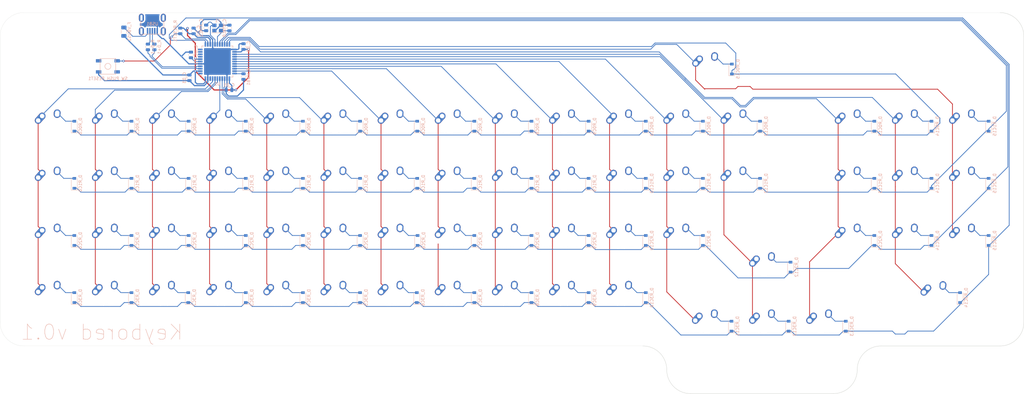
<source format=kicad_pcb>
(kicad_pcb (version 20171130) (host pcbnew "(5.1.4-0)")
  (layers (0 F.Cu signal) (31 B.Cu signal) (34 B.Paste user) (35 F.Paste user) (36 B.SilkS user) (37 F.SilkS user) (38 B.Mask user) (39 F.Mask user) (44 Edge.Cuts user))
  (net 0 "")
  (net 1 GND)
  (net 2 +5V)
  (net 3 ROW0)
  (net 4 ROW1)
  (net 5 VCC)
  (net 6 COL0)
  (net 7 COL1)
  (net 8 D-)
  (net 9 D+)
  (net 10 "Net-(U1-Pad42)")
  (net 11 "Net-(U1-Pad10)")
  (net 12 "Net-(U1-Pad9)")
  (net 13 "Net-(U1-Pad8)")
  (net 14 "Net-(U1-Pad1)")
  (net 15 "Net-(USB1-Pad6)")
  (net 16 "Net-(USB1-Pad2)")
  (net 17 ROW2)
  (net 18 ROW3)
  (net 19 COL10)
  (net 20 COL11)
  (net 21 COL12)
  (net 22 COL13)
  (net 23 COL14)
  (net 24 COL15)
  (net 25 COL2)
  (net 26 COL3)
  (net 27 COL4)
  (net 28 COL5)
  (net 29 COL6)
  (net 30 COL7)
  (net 31 COL8)
  (net 32 COL9)
  (net 33 "Net-(D_R0C0-Pad2)")
  (net 34 "Net-(D_R0C1-Pad2)")
  (net 35 "Net-(D_R0C2-Pad2)")
  (net 36 "Net-(D_R0C3-Pad2)")
  (net 37 "Net-(D_R0C4-Pad2)")
  (net 38 "Net-(D_R0C5-Pad2)")
  (net 39 "Net-(D_R0C6-Pad2)")
  (net 40 "Net-(D_R0C7-Pad2)")
  (net 41 "Net-(D_R0C8-Pad2)")
  (net 42 "Net-(D_R0C9-Pad2)")
  (net 43 "Net-(D_R0C10-Pad2)")
  (net 44 "Net-(D_R0C11-Pad2)")
  (net 45 "Net-(D_R0C12-Pad2)")
  (net 46 "Net-(D_R0C13-Pad2)")
  (net 47 "Net-(D_R0C14-Pad2)")
  (net 48 "Net-(D_R0C15-Pad2)")
  (net 49 "Net-(D_R1C0-Pad2)")
  (net 50 "Net-(D_R1C1-Pad2)")
  (net 51 "Net-(D_R1C2-Pad2)")
  (net 52 "Net-(D_R1C3-Pad2)")
  (net 53 "Net-(D_R1C4-Pad2)")
  (net 54 "Net-(D_R1C5-Pad2)")
  (net 55 "Net-(D_R1C6-Pad2)")
  (net 56 "Net-(D_R1C7-Pad2)")
  (net 57 "Net-(D_R1C8-Pad2)")
  (net 58 "Net-(D_R1C9-Pad2)")
  (net 59 "Net-(D_R1C10-Pad2)")
  (net 60 "Net-(D_R1C11-Pad2)")
  (net 61 "Net-(D_R1C12-Pad2)")
  (net 62 "Net-(D_R1C13-Pad2)")
  (net 63 "Net-(D_R1C14-Pad2)")
  (net 64 "Net-(D_R1C15-Pad2)")
  (net 65 "Net-(D_R2C0-Pad2)")
  (net 66 "Net-(D_R2C1-Pad2)")
  (net 67 "Net-(D_R2C2-Pad2)")
  (net 68 "Net-(D_R2C3-Pad2)")
  (net 69 "Net-(D_R2C4-Pad2)")
  (net 70 "Net-(D_R2C5-Pad2)")
  (net 71 "Net-(D_R2C6-Pad2)")
  (net 72 "Net-(D_R2C7-Pad2)")
  (net 73 "Net-(D_R2C8-Pad2)")
  (net 74 "Net-(D_R2C9-Pad2)")
  (net 75 "Net-(D_R2C10-Pad2)")
  (net 76 "Net-(D_R2C11-Pad2)")
  (net 77 "Net-(D_R2C12-Pad2)")
  (net 78 "Net-(D_R2C13-Pad2)")
  (net 79 "Net-(D_R2C14-Pad2)")
  (net 80 "Net-(D_R2C15-Pad2)")
  (net 81 "Net-(D_R3C0-Pad2)")
  (net 82 "Net-(D_R3C1-Pad2)")
  (net 83 "Net-(D_R3C2-Pad2)")
  (net 84 "Net-(D_R3C3-Pad2)")
  (net 85 "Net-(D_R3C4-Pad2)")
  (net 86 "Net-(D_R3C5-Pad2)")
  (net 87 "Net-(D_R3C6-Pad2)")
  (net 88 "Net-(D_R3C7-Pad2)")
  (net 89 "Net-(D_R3C8-Pad2)")
  (net 90 "Net-(D_R3C9-Pad2)")
  (net 91 "Net-(D_R3C10-Pad2)")
  (net 92 "Net-(D_R3C11-Pad2)")
  (net 93 "Net-(D_R3C12-Pad2)")
  (net 94 "Net-(D_R3C13-Pad2)")
  (net 95 "Net-(D_R3C14-Pad2)")
  (net 96 "Net-(D_R3C15-Pad2)")
  (net 97 "Net-(C_UCAP1-Pad1)")
  (net 98 "Net-(C_XTAL0-Pad2)")
  (net 99 "Net-(C_XTAL1-Pad1)")
  (net 100 "Net-(R_D+1-Pad1)")
  (net 101 "Net-(R_D-1-Pad1)")
  (net 102 "Net-(R_HWB1-Pad2)")
  (net 103 "Net-(R_RESET1-Pad2)")
  (net 104 "Net-(U1-Pad11)")
  (module MX_Alps_Hybrid:MX-2U-NoLED (layer F.Cu) (at 470.535 222.758)
    (fp_text reference MX_R3C14_0)
    (fp_text value MX-2U-NoLED)
    (pad "" np_thru_hole circle (at 11.938 8.255) (size 3.9878 3.9878) (drill 3.9878) (layers *.Cu *.Mask))
    (pad "" np_thru_hole circle (at -11.938 8.255) (size 3.9878 3.9878) (drill 3.9878) (layers *.Cu *.Mask))
    (pad "" np_thru_hole circle (at 11.938 -6.985) (size 3.048 3.048) (drill 3.048) (layers *.Cu *.Mask))
    (pad "" np_thru_hole circle (at -11.938 -6.985) (size 3.048 3.048) (drill 3.048) (layers *.Cu *.Mask))
    (pad "" np_thru_hole circle (at 5.08 0 48.0996) (size 1.75 1.75) (drill 1.75) (layers *.Cu *.Mask))
    (pad "" np_thru_hole circle (at -5.08 0 48.0996) (size 1.75 1.75) (drill 1.75) (layers *.Cu *.Mask))
    (pad 1 thru_hole circle (at -2.5 -4) (size 2.25 2.25) (drill 1.47) (layers *.Cu B.Mask) (net 23 COL14))
    (pad "" np_thru_hole circle (at 0 0) (size 3.9878 3.9878) (drill 3.9878) (layers *.Cu *.Mask))
    (pad 1 thru_hole oval (at -3.81 -2.54 48.0996) (size 4.211556 2.25) (drill 1.47 (offset 0.980778 0)) (layers *.Cu B.Mask) (net 23 COL14))
    (pad 2 thru_hole circle (at 2.54 -5.08) (size 2.25 2.25) (drill 1.47) (layers *.Cu B.Mask) (net 95 "Net-(D_R3C14-Pad2)"))
    (pad 2 thru_hole oval (at 2.5 -4.5 86.0548) (size 2.831378 2.25) (drill 1.47 (offset 0.290689 0)) (layers *.Cu B.Mask) (net 95 "Net-(D_R3C14-Pad2)"))
  )
  (module MX_Alps_Hybrid:MX-2U-NoLED (layer F.Cu) (at 394.441 146.431)
    (fp_text reference MX_R0C15_BKSPC1)
    (fp_text value MX-2U-NoLED)
    (pad "" np_thru_hole circle (at 11.938 8.255) (size 3.9878 3.9878) (drill 3.9878) (layers *.Cu *.Mask))
    (pad "" np_thru_hole circle (at -11.938 8.255) (size 3.9878 3.9878) (drill 3.9878) (layers *.Cu *.Mask))
    (pad "" np_thru_hole circle (at 11.938 -6.985) (size 3.048 3.048) (drill 3.048) (layers *.Cu *.Mask))
    (pad "" np_thru_hole circle (at -11.938 -6.985) (size 3.048 3.048) (drill 3.048) (layers *.Cu *.Mask))
    (pad "" np_thru_hole circle (at 5.08 0 48.0996) (size 1.75 1.75) (drill 1.75) (layers *.Cu *.Mask))
    (pad "" np_thru_hole circle (at -5.08 0 48.0996) (size 1.75 1.75) (drill 1.75) (layers *.Cu *.Mask))
    (pad 1 thru_hole circle (at -2.5 -4) (size 2.25 2.25) (drill 1.47) (layers *.Cu B.Mask) (net 24 COL15))
    (pad "" np_thru_hole circle (at 0 0) (size 3.9878 3.9878) (drill 3.9878) (layers *.Cu *.Mask))
    (pad 1 thru_hole oval (at -3.81 -2.54 48.0996) (size 4.211556 2.25) (drill 1.47 (offset 0.980778 0)) (layers *.Cu B.Mask) (net 24 COL15))
    (pad 2 thru_hole circle (at 2.54 -5.08) (size 2.25 2.25) (drill 1.47) (layers *.Cu B.Mask) (net 48 "Net-(D_R0C15-Pad2)"))
    (pad 2 thru_hole oval (at 2.5 -4.5 86.0548) (size 2.831378 2.25) (drill 1.47 (offset 0.290689 0)) (layers *.Cu B.Mask) (net 48 "Net-(D_R0C15-Pad2)"))
  )
  (module Diode_SMD:D_SOD-123 (layer B.Cu) (at 488.315 202.946 90)
    (fp_text reference D_R3C15 (at 0 2 270) (layer B.SilkS) (effects (justify mirror)))
    (fp_text value Diode)
    (pad 2 smd rect (at 1.65 0 90) (size 0.9 1.2) (layers B.Cu B.Paste B.Mask) (net 96 "Net-(D_R3C15-Pad2)"))
    (pad 1 smd rect (at -1.65 0 90) (size 0.9 1.2) (layers B.Cu B.Paste B.Mask) (net 18 ROW3))
  )
  (module MX_Alps_Hybrid:MX-1U-NoLED (layer F.Cu) (at 480.06 203.581)
    (fp_text reference MX_R3C15_1)
    (fp_text value MX-NoLED)
    (pad 2 thru_hole oval (at 2.5 -4.5 86.0548) (size 2.831378 2.25) (drill 1.47 (offset 0.290689 0)) (layers *.Cu B.Mask) (net 96 "Net-(D_R3C15-Pad2)"))
    (pad 2 thru_hole circle (at 2.54 -5.08) (size 2.25 2.25) (drill 1.47) (layers *.Cu B.Mask) (net 96 "Net-(D_R3C15-Pad2)"))
    (pad 1 thru_hole oval (at -3.81 -2.54 48.0996) (size 4.211556 2.25) (drill 1.47 (offset 0.980778 0)) (layers *.Cu B.Mask) (net 24 COL15))
    (pad "" np_thru_hole circle (at 0 0) (size 3.9878 3.9878) (drill 3.9878) (layers *.Cu *.Mask))
    (pad 1 thru_hole circle (at -2.5 -4) (size 2.25 2.25) (drill 1.47) (layers *.Cu B.Mask) (net 24 COL15))
    (pad "" np_thru_hole circle (at -5.08 0 48.0996) (size 1.75 1.75) (drill 1.75) (layers *.Cu *.Mask))
    (pad "" np_thru_hole circle (at 5.08 0 48.0996) (size 1.75 1.75) (drill 1.75) (layers *.Cu *.Mask))
  )
  (module MX_Alps_Hybrid:MX-1U-NoLED (layer F.Cu) (at 480.06 184.531)
    (fp_text reference MX_R2C15_6)
    (fp_text value MX-NoLED)
    (pad 2 thru_hole oval (at 2.5 -4.5 86.0548) (size 2.831378 2.25) (drill 1.47 (offset 0.290689 0)) (layers *.Cu B.Mask) (net 80 "Net-(D_R2C15-Pad2)"))
    (pad 2 thru_hole circle (at 2.54 -5.08) (size 2.25 2.25) (drill 1.47) (layers *.Cu B.Mask) (net 80 "Net-(D_R2C15-Pad2)"))
    (pad 1 thru_hole oval (at -3.81 -2.54 48.0996) (size 4.211556 2.25) (drill 1.47 (offset 0.980778 0)) (layers *.Cu B.Mask) (net 24 COL15))
    (pad "" np_thru_hole circle (at 0 0) (size 3.9878 3.9878) (drill 3.9878) (layers *.Cu *.Mask))
    (pad 1 thru_hole circle (at -2.5 -4) (size 2.25 2.25) (drill 1.47) (layers *.Cu B.Mask) (net 24 COL15))
    (pad "" np_thru_hole circle (at -5.08 0 48.0996) (size 1.75 1.75) (drill 1.75) (layers *.Cu *.Mask))
    (pad "" np_thru_hole circle (at 5.08 0 48.0996) (size 1.75 1.75) (drill 1.75) (layers *.Cu *.Mask))
  )
  (module MX_Alps_Hybrid:MX-1U-NoLED (layer F.Cu) (at 480.06 165.481)
    (fp_text reference MX_R1C15_9)
    (fp_text value MX-NoLED)
    (pad 2 thru_hole oval (at 2.5 -4.5 86.0548) (size 2.831378 2.25) (drill 1.47 (offset 0.290689 0)) (layers *.Cu B.Mask) (net 64 "Net-(D_R1C15-Pad2)"))
    (pad 2 thru_hole circle (at 2.54 -5.08) (size 2.25 2.25) (drill 1.47) (layers *.Cu B.Mask) (net 64 "Net-(D_R1C15-Pad2)"))
    (pad 1 thru_hole oval (at -3.81 -2.54 48.0996) (size 4.211556 2.25) (drill 1.47 (offset 0.980778 0)) (layers *.Cu B.Mask) (net 24 COL15))
    (pad "" np_thru_hole circle (at 0 0) (size 3.9878 3.9878) (drill 3.9878) (layers *.Cu *.Mask))
    (pad 1 thru_hole circle (at -2.5 -4) (size 2.25 2.25) (drill 1.47) (layers *.Cu B.Mask) (net 24 COL15))
    (pad "" np_thru_hole circle (at -5.08 0 48.0996) (size 1.75 1.75) (drill 1.75) (layers *.Cu *.Mask))
    (pad "" np_thru_hole circle (at 5.08 0 48.0996) (size 1.75 1.75) (drill 1.75) (layers *.Cu *.Mask))
  )
  (module MX_Alps_Hybrid:MX-1U-NoLED (layer F.Cu) (at 346.71 222.631)
    (fp_text reference MX_R3C9_ALTR1)
    (fp_text value MX-NoLED)
    (pad 2 thru_hole oval (at 2.5 -4.5 86.0548) (size 2.831378 2.25) (drill 1.47 (offset 0.290689 0)) (layers *.Cu B.Mask) (net 90 "Net-(D_R3C9-Pad2)"))
    (pad 2 thru_hole circle (at 2.54 -5.08) (size 2.25 2.25) (drill 1.47) (layers *.Cu B.Mask) (net 90 "Net-(D_R3C9-Pad2)"))
    (pad 1 thru_hole oval (at -3.81 -2.54 48.0996) (size 4.211556 2.25) (drill 1.47 (offset 0.980778 0)) (layers *.Cu B.Mask) (net 32 COL9))
    (pad "" np_thru_hole circle (at 0 0) (size 3.9878 3.9878) (drill 3.9878) (layers *.Cu *.Mask))
    (pad 1 thru_hole circle (at -2.5 -4) (size 2.25 2.25) (drill 1.47) (layers *.Cu B.Mask) (net 32 COL9))
    (pad "" np_thru_hole circle (at -5.08 0 48.0996) (size 1.75 1.75) (drill 1.75) (layers *.Cu *.Mask))
    (pad "" np_thru_hole circle (at 5.08 0 48.0996) (size 1.75 1.75) (drill 1.75) (layers *.Cu *.Mask))
  )
  (module MX_Alps_Hybrid:MX-1U-NoLED (layer F.Cu) (at 327.66 222.631)
    (fp_text reference MX_R3C8_CMDR1)
    (fp_text value MX-NoLED)
    (pad 2 thru_hole oval (at 2.5 -4.5 86.0548) (size 2.831378 2.25) (drill 1.47 (offset 0.290689 0)) (layers *.Cu B.Mask) (net 89 "Net-(D_R3C8-Pad2)"))
    (pad 2 thru_hole circle (at 2.54 -5.08) (size 2.25 2.25) (drill 1.47) (layers *.Cu B.Mask) (net 89 "Net-(D_R3C8-Pad2)"))
    (pad 1 thru_hole oval (at -3.81 -2.54 48.0996) (size 4.211556 2.25) (drill 1.47 (offset 0.980778 0)) (layers *.Cu B.Mask) (net 31 COL8))
    (pad "" np_thru_hole circle (at 0 0) (size 3.9878 3.9878) (drill 3.9878) (layers *.Cu *.Mask))
    (pad 1 thru_hole circle (at -2.5 -4) (size 2.25 2.25) (drill 1.47) (layers *.Cu B.Mask) (net 31 COL8))
    (pad "" np_thru_hole circle (at -5.08 0 48.0996) (size 1.75 1.75) (drill 1.75) (layers *.Cu *.Mask))
    (pad "" np_thru_hole circle (at 5.08 0 48.0996) (size 1.75 1.75) (drill 1.75) (layers *.Cu *.Mask))
  )
  (module MX_Alps_Hybrid:MX-1U-NoLED (layer F.Cu) (at 308.61 222.631)
    (fp_text reference MX_R3C7_LYERU1)
    (fp_text value MX-NoLED)
    (pad 2 thru_hole oval (at 2.5 -4.5 86.0548) (size 2.831378 2.25) (drill 1.47 (offset 0.290689 0)) (layers *.Cu B.Mask) (net 88 "Net-(D_R3C7-Pad2)"))
    (pad 2 thru_hole circle (at 2.54 -5.08) (size 2.25 2.25) (drill 1.47) (layers *.Cu B.Mask) (net 88 "Net-(D_R3C7-Pad2)"))
    (pad 1 thru_hole oval (at -3.81 -2.54 48.0996) (size 4.211556 2.25) (drill 1.47 (offset 0.980778 0)) (layers *.Cu B.Mask) (net 30 COL7))
    (pad "" np_thru_hole circle (at 0 0) (size 3.9878 3.9878) (drill 3.9878) (layers *.Cu *.Mask))
    (pad 1 thru_hole circle (at -2.5 -4) (size 2.25 2.25) (drill 1.47) (layers *.Cu B.Mask) (net 30 COL7))
    (pad "" np_thru_hole circle (at -5.08 0 48.0996) (size 1.75 1.75) (drill 1.75) (layers *.Cu *.Mask))
    (pad "" np_thru_hole circle (at 5.08 0 48.0996) (size 1.75 1.75) (drill 1.75) (layers *.Cu *.Mask))
  )
  (module MX_Alps_Hybrid:MX-1U-NoLED (layer F.Cu) (at 289.56 222.631)
    (fp_text reference MX_R3C6_SPCER1)
    (fp_text value MX-NoLED)
    (pad 2 thru_hole oval (at 2.5 -4.5 86.0548) (size 2.831378 2.25) (drill 1.47 (offset 0.290689 0)) (layers *.Cu B.Mask) (net 87 "Net-(D_R3C6-Pad2)"))
    (pad 2 thru_hole circle (at 2.54 -5.08) (size 2.25 2.25) (drill 1.47) (layers *.Cu B.Mask) (net 87 "Net-(D_R3C6-Pad2)"))
    (pad 1 thru_hole oval (at -3.81 -2.54 48.0996) (size 4.211556 2.25) (drill 1.47 (offset 0.980778 0)) (layers *.Cu B.Mask) (net 29 COL6))
    (pad "" np_thru_hole circle (at 0 0) (size 3.9878 3.9878) (drill 3.9878) (layers *.Cu *.Mask))
    (pad 1 thru_hole circle (at -2.5 -4) (size 2.25 2.25) (drill 1.47) (layers *.Cu B.Mask) (net 29 COL6))
    (pad "" np_thru_hole circle (at -5.08 0 48.0996) (size 1.75 1.75) (drill 1.75) (layers *.Cu *.Mask))
    (pad "" np_thru_hole circle (at 5.08 0 48.0996) (size 1.75 1.75) (drill 1.75) (layers *.Cu *.Mask))
  )
  (module MX_Alps_Hybrid:MX-1U-NoLED (layer F.Cu) (at 270.51 222.631)
    (fp_text reference MX_R3C5_SPCEL1)
    (fp_text value MX-NoLED)
    (pad 2 thru_hole oval (at 2.5 -4.5 86.0548) (size 2.831378 2.25) (drill 1.47 (offset 0.290689 0)) (layers *.Cu B.Mask) (net 86 "Net-(D_R3C5-Pad2)"))
    (pad 2 thru_hole circle (at 2.54 -5.08) (size 2.25 2.25) (drill 1.47) (layers *.Cu B.Mask) (net 86 "Net-(D_R3C5-Pad2)"))
    (pad 1 thru_hole oval (at -3.81 -2.54 48.0996) (size 4.211556 2.25) (drill 1.47 (offset 0.980778 0)) (layers *.Cu B.Mask) (net 28 COL5))
    (pad "" np_thru_hole circle (at 0 0) (size 3.9878 3.9878) (drill 3.9878) (layers *.Cu *.Mask))
    (pad 1 thru_hole circle (at -2.5 -4) (size 2.25 2.25) (drill 1.47) (layers *.Cu B.Mask) (net 28 COL5))
    (pad "" np_thru_hole circle (at -5.08 0 48.0996) (size 1.75 1.75) (drill 1.75) (layers *.Cu *.Mask))
    (pad "" np_thru_hole circle (at 5.08 0 48.0996) (size 1.75 1.75) (drill 1.75) (layers *.Cu *.Mask))
  )
  (module MX_Alps_Hybrid:MX-1U-NoLED (layer F.Cu) (at 251.46 222.631)
    (fp_text reference MX_R3C4_LAYRD1)
    (fp_text value MX-NoLED)
    (pad 2 thru_hole oval (at 2.5 -4.5 86.0548) (size 2.831378 2.25) (drill 1.47 (offset 0.290689 0)) (layers *.Cu B.Mask) (net 85 "Net-(D_R3C4-Pad2)"))
    (pad 2 thru_hole circle (at 2.54 -5.08) (size 2.25 2.25) (drill 1.47) (layers *.Cu B.Mask) (net 85 "Net-(D_R3C4-Pad2)"))
    (pad 1 thru_hole oval (at -3.81 -2.54 48.0996) (size 4.211556 2.25) (drill 1.47 (offset 0.980778 0)) (layers *.Cu B.Mask) (net 27 COL4))
    (pad "" np_thru_hole circle (at 0 0) (size 3.9878 3.9878) (drill 3.9878) (layers *.Cu *.Mask))
    (pad 1 thru_hole circle (at -2.5 -4) (size 2.25 2.25) (drill 1.47) (layers *.Cu B.Mask) (net 27 COL4))
    (pad "" np_thru_hole circle (at -5.08 0 48.0996) (size 1.75 1.75) (drill 1.75) (layers *.Cu *.Mask))
    (pad "" np_thru_hole circle (at 5.08 0 48.0996) (size 1.75 1.75) (drill 1.75) (layers *.Cu *.Mask))
  )
  (module MX_Alps_Hybrid:MX-1U-NoLED (layer F.Cu) (at 232.41 222.631)
    (fp_text reference MX_R3C3_CMDL1)
    (fp_text value MX-NoLED)
    (pad 2 thru_hole oval (at 2.5 -4.5 86.0548) (size 2.831378 2.25) (drill 1.47 (offset 0.290689 0)) (layers *.Cu B.Mask) (net 84 "Net-(D_R3C3-Pad2)"))
    (pad 2 thru_hole circle (at 2.54 -5.08) (size 2.25 2.25) (drill 1.47) (layers *.Cu B.Mask) (net 84 "Net-(D_R3C3-Pad2)"))
    (pad 1 thru_hole oval (at -3.81 -2.54 48.0996) (size 4.211556 2.25) (drill 1.47 (offset 0.980778 0)) (layers *.Cu B.Mask) (net 26 COL3))
    (pad "" np_thru_hole circle (at 0 0) (size 3.9878 3.9878) (drill 3.9878) (layers *.Cu *.Mask))
    (pad 1 thru_hole circle (at -2.5 -4) (size 2.25 2.25) (drill 1.47) (layers *.Cu B.Mask) (net 26 COL3))
    (pad "" np_thru_hole circle (at -5.08 0 48.0996) (size 1.75 1.75) (drill 1.75) (layers *.Cu *.Mask))
    (pad "" np_thru_hole circle (at 5.08 0 48.0996) (size 1.75 1.75) (drill 1.75) (layers *.Cu *.Mask))
  )
  (module MX_Alps_Hybrid:MX-1U-NoLED (layer F.Cu) (at 213.36 222.631)
    (fp_text reference MX_R3C2_ALTL1)
    (fp_text value MX-NoLED)
    (pad 2 thru_hole oval (at 2.5 -4.5 86.0548) (size 2.831378 2.25) (drill 1.47 (offset 0.290689 0)) (layers *.Cu B.Mask) (net 83 "Net-(D_R3C2-Pad2)"))
    (pad 2 thru_hole circle (at 2.54 -5.08) (size 2.25 2.25) (drill 1.47) (layers *.Cu B.Mask) (net 83 "Net-(D_R3C2-Pad2)"))
    (pad 1 thru_hole oval (at -3.81 -2.54 48.0996) (size 4.211556 2.25) (drill 1.47 (offset 0.980778 0)) (layers *.Cu B.Mask) (net 25 COL2))
    (pad "" np_thru_hole circle (at 0 0) (size 3.9878 3.9878) (drill 3.9878) (layers *.Cu *.Mask))
    (pad 1 thru_hole circle (at -2.5 -4) (size 2.25 2.25) (drill 1.47) (layers *.Cu B.Mask) (net 25 COL2))
    (pad "" np_thru_hole circle (at -5.08 0 48.0996) (size 1.75 1.75) (drill 1.75) (layers *.Cu *.Mask))
    (pad "" np_thru_hole circle (at 5.08 0 48.0996) (size 1.75 1.75) (drill 1.75) (layers *.Cu *.Mask))
  )
  (module MX_Alps_Hybrid:MX-1U-NoLED (layer F.Cu) (at 194.31 222.631)
    (fp_text reference MX_R3C1_CTRLL1)
    (fp_text value MX-NoLED)
    (pad 2 thru_hole oval (at 2.5 -4.5 86.0548) (size 2.831378 2.25) (drill 1.47 (offset 0.290689 0)) (layers *.Cu B.Mask) (net 82 "Net-(D_R3C1-Pad2)"))
    (pad 2 thru_hole circle (at 2.54 -5.08) (size 2.25 2.25) (drill 1.47) (layers *.Cu B.Mask) (net 82 "Net-(D_R3C1-Pad2)"))
    (pad 1 thru_hole oval (at -3.81 -2.54 48.0996) (size 4.211556 2.25) (drill 1.47 (offset 0.980778 0)) (layers *.Cu B.Mask) (net 7 COL1))
    (pad "" np_thru_hole circle (at 0 0) (size 3.9878 3.9878) (drill 3.9878) (layers *.Cu *.Mask))
    (pad 1 thru_hole circle (at -2.5 -4) (size 2.25 2.25) (drill 1.47) (layers *.Cu B.Mask) (net 7 COL1))
    (pad "" np_thru_hole circle (at -5.08 0 48.0996) (size 1.75 1.75) (drill 1.75) (layers *.Cu *.Mask))
    (pad "" np_thru_hole circle (at 5.08 0 48.0996) (size 1.75 1.75) (drill 1.75) (layers *.Cu *.Mask))
  )
  (module MX_Alps_Hybrid:MX-1U-NoLED (layer F.Cu) (at 432.435 232.156)
    (fp_text reference MX_R3C13_RARR1)
    (fp_text value MX-NoLED)
    (pad 2 thru_hole oval (at 2.5 -4.5 86.0548) (size 2.831378 2.25) (drill 1.47 (offset 0.290689 0)) (layers *.Cu B.Mask) (net 94 "Net-(D_R3C13-Pad2)"))
    (pad 2 thru_hole circle (at 2.54 -5.08) (size 2.25 2.25) (drill 1.47) (layers *.Cu B.Mask) (net 94 "Net-(D_R3C13-Pad2)"))
    (pad 1 thru_hole oval (at -3.81 -2.54 48.0996) (size 4.211556 2.25) (drill 1.47 (offset 0.980778 0)) (layers *.Cu B.Mask) (net 22 COL13))
    (pad "" np_thru_hole circle (at 0 0) (size 3.9878 3.9878) (drill 3.9878) (layers *.Cu *.Mask))
    (pad 1 thru_hole circle (at -2.5 -4) (size 2.25 2.25) (drill 1.47) (layers *.Cu B.Mask) (net 22 COL13))
    (pad "" np_thru_hole circle (at -5.08 0 48.0996) (size 1.75 1.75) (drill 1.75) (layers *.Cu *.Mask))
    (pad "" np_thru_hole circle (at 5.08 0 48.0996) (size 1.75 1.75) (drill 1.75) (layers *.Cu *.Mask))
  )
  (module MX_Alps_Hybrid:MX-1U-NoLED (layer F.Cu) (at 413.385 232.156)
    (fp_text reference MX_R3C12_DARR1)
    (fp_text value MX-NoLED)
    (pad 2 thru_hole oval (at 2.5 -4.5 86.0548) (size 2.831378 2.25) (drill 1.47 (offset 0.290689 0)) (layers *.Cu B.Mask) (net 93 "Net-(D_R3C12-Pad2)"))
    (pad 2 thru_hole circle (at 2.54 -5.08) (size 2.25 2.25) (drill 1.47) (layers *.Cu B.Mask) (net 93 "Net-(D_R3C12-Pad2)"))
    (pad 1 thru_hole oval (at -3.81 -2.54 48.0996) (size 4.211556 2.25) (drill 1.47 (offset 0.980778 0)) (layers *.Cu B.Mask) (net 21 COL12))
    (pad "" np_thru_hole circle (at 0 0) (size 3.9878 3.9878) (drill 3.9878) (layers *.Cu *.Mask))
    (pad 1 thru_hole circle (at -2.5 -4) (size 2.25 2.25) (drill 1.47) (layers *.Cu B.Mask) (net 21 COL12))
    (pad "" np_thru_hole circle (at -5.08 0 48.0996) (size 1.75 1.75) (drill 1.75) (layers *.Cu *.Mask))
    (pad "" np_thru_hole circle (at 5.08 0 48.0996) (size 1.75 1.75) (drill 1.75) (layers *.Cu *.Mask))
  )
  (module MX_Alps_Hybrid:MX-1U-NoLED (layer F.Cu) (at 394.335 232.156)
    (fp_text reference MX_R3C11_LARR1)
    (fp_text value MX-NoLED)
    (pad 2 thru_hole oval (at 2.5 -4.5 86.0548) (size 2.831378 2.25) (drill 1.47 (offset 0.290689 0)) (layers *.Cu B.Mask) (net 92 "Net-(D_R3C11-Pad2)"))
    (pad 2 thru_hole circle (at 2.54 -5.08) (size 2.25 2.25) (drill 1.47) (layers *.Cu B.Mask) (net 92 "Net-(D_R3C11-Pad2)"))
    (pad 1 thru_hole oval (at -3.81 -2.54 48.0996) (size 4.211556 2.25) (drill 1.47 (offset 0.980778 0)) (layers *.Cu B.Mask) (net 20 COL11))
    (pad "" np_thru_hole circle (at 0 0) (size 3.9878 3.9878) (drill 3.9878) (layers *.Cu *.Mask))
    (pad 1 thru_hole circle (at -2.5 -4) (size 2.25 2.25) (drill 1.47) (layers *.Cu B.Mask) (net 20 COL11))
    (pad "" np_thru_hole circle (at -5.08 0 48.0996) (size 1.75 1.75) (drill 1.75) (layers *.Cu *.Mask))
    (pad "" np_thru_hole circle (at 5.08 0 48.0996) (size 1.75 1.75) (drill 1.75) (layers *.Cu *.Mask))
  )
  (module MX_Alps_Hybrid:MX-1U-NoLED (layer F.Cu) (at 365.76 222.631)
    (fp_text reference MX_R3C10_RSHIFT1)
    (fp_text value MX-NoLED)
    (pad 2 thru_hole oval (at 2.5 -4.5 86.0548) (size 2.831378 2.25) (drill 1.47 (offset 0.290689 0)) (layers *.Cu B.Mask) (net 91 "Net-(D_R3C10-Pad2)"))
    (pad 2 thru_hole circle (at 2.54 -5.08) (size 2.25 2.25) (drill 1.47) (layers *.Cu B.Mask) (net 91 "Net-(D_R3C10-Pad2)"))
    (pad 1 thru_hole oval (at -3.81 -2.54 48.0996) (size 4.211556 2.25) (drill 1.47 (offset 0.980778 0)) (layers *.Cu B.Mask) (net 19 COL10))
    (pad "" np_thru_hole circle (at 0 0) (size 3.9878 3.9878) (drill 3.9878) (layers *.Cu *.Mask))
    (pad 1 thru_hole circle (at -2.5 -4) (size 2.25 2.25) (drill 1.47) (layers *.Cu B.Mask) (net 19 COL10))
    (pad "" np_thru_hole circle (at -5.08 0 48.0996) (size 1.75 1.75) (drill 1.75) (layers *.Cu *.Mask))
    (pad "" np_thru_hole circle (at 5.08 0 48.0996) (size 1.75 1.75) (drill 1.75) (layers *.Cu *.Mask))
  )
  (module MX_Alps_Hybrid:MX-1U-NoLED (layer F.Cu) (at 175.26 222.631)
    (fp_text reference MX_R3C0_FN1)
    (fp_text value MX-NoLED)
    (pad 2 thru_hole oval (at 2.5 -4.5 86.0548) (size 2.831378 2.25) (drill 1.47 (offset 0.290689 0)) (layers *.Cu B.Mask) (net 81 "Net-(D_R3C0-Pad2)"))
    (pad 2 thru_hole circle (at 2.54 -5.08) (size 2.25 2.25) (drill 1.47) (layers *.Cu B.Mask) (net 81 "Net-(D_R3C0-Pad2)"))
    (pad 1 thru_hole oval (at -3.81 -2.54 48.0996) (size 4.211556 2.25) (drill 1.47 (offset 0.980778 0)) (layers *.Cu B.Mask) (net 6 COL0))
    (pad "" np_thru_hole circle (at 0 0) (size 3.9878 3.9878) (drill 3.9878) (layers *.Cu *.Mask))
    (pad 1 thru_hole circle (at -2.5 -4) (size 2.25 2.25) (drill 1.47) (layers *.Cu B.Mask) (net 6 COL0))
    (pad "" np_thru_hole circle (at -5.08 0 48.0996) (size 1.75 1.75) (drill 1.75) (layers *.Cu *.Mask))
    (pad "" np_thru_hole circle (at 5.08 0 48.0996) (size 1.75 1.75) (drill 1.75) (layers *.Cu *.Mask))
  )
  (module MX_Alps_Hybrid:MX-1U-NoLED (layer F.Cu) (at 346.71 203.581)
    (fp_text reference MX_R2C9_PERI1)
    (fp_text value MX-NoLED)
    (pad 2 thru_hole oval (at 2.5 -4.5 86.0548) (size 2.831378 2.25) (drill 1.47 (offset 0.290689 0)) (layers *.Cu B.Mask) (net 74 "Net-(D_R2C9-Pad2)"))
    (pad 2 thru_hole circle (at 2.54 -5.08) (size 2.25 2.25) (drill 1.47) (layers *.Cu B.Mask) (net 74 "Net-(D_R2C9-Pad2)"))
    (pad 1 thru_hole oval (at -3.81 -2.54 48.0996) (size 4.211556 2.25) (drill 1.47 (offset 0.980778 0)) (layers *.Cu B.Mask) (net 32 COL9))
    (pad "" np_thru_hole circle (at 0 0) (size 3.9878 3.9878) (drill 3.9878) (layers *.Cu *.Mask))
    (pad 1 thru_hole circle (at -2.5 -4) (size 2.25 2.25) (drill 1.47) (layers *.Cu B.Mask) (net 32 COL9))
    (pad "" np_thru_hole circle (at -5.08 0 48.0996) (size 1.75 1.75) (drill 1.75) (layers *.Cu *.Mask))
    (pad "" np_thru_hole circle (at 5.08 0 48.0996) (size 1.75 1.75) (drill 1.75) (layers *.Cu *.Mask))
  )
  (module MX_Alps_Hybrid:MX-1U-NoLED (layer F.Cu) (at 327.66 203.581)
    (fp_text reference MX_R2C8_CMMA1)
    (fp_text value MX-NoLED)
    (pad 2 thru_hole oval (at 2.5 -4.5 86.0548) (size 2.831378 2.25) (drill 1.47 (offset 0.290689 0)) (layers *.Cu B.Mask) (net 73 "Net-(D_R2C8-Pad2)"))
    (pad 2 thru_hole circle (at 2.54 -5.08) (size 2.25 2.25) (drill 1.47) (layers *.Cu B.Mask) (net 73 "Net-(D_R2C8-Pad2)"))
    (pad 1 thru_hole oval (at -3.81 -2.54 48.0996) (size 4.211556 2.25) (drill 1.47 (offset 0.980778 0)) (layers *.Cu B.Mask) (net 31 COL8))
    (pad "" np_thru_hole circle (at 0 0) (size 3.9878 3.9878) (drill 3.9878) (layers *.Cu *.Mask))
    (pad 1 thru_hole circle (at -2.5 -4) (size 2.25 2.25) (drill 1.47) (layers *.Cu B.Mask) (net 31 COL8))
    (pad "" np_thru_hole circle (at -5.08 0 48.0996) (size 1.75 1.75) (drill 1.75) (layers *.Cu *.Mask))
    (pad "" np_thru_hole circle (at 5.08 0 48.0996) (size 1.75 1.75) (drill 1.75) (layers *.Cu *.Mask))
  )
  (module MX_Alps_Hybrid:MX-1U-NoLED (layer F.Cu) (at 308.61 203.581)
    (fp_text reference MX_R2C7_M1)
    (fp_text value MX-NoLED)
    (pad 2 thru_hole oval (at 2.5 -4.5 86.0548) (size 2.831378 2.25) (drill 1.47 (offset 0.290689 0)) (layers *.Cu B.Mask) (net 72 "Net-(D_R2C7-Pad2)"))
    (pad 2 thru_hole circle (at 2.54 -5.08) (size 2.25 2.25) (drill 1.47) (layers *.Cu B.Mask) (net 72 "Net-(D_R2C7-Pad2)"))
    (pad 1 thru_hole oval (at -3.81 -2.54 48.0996) (size 4.211556 2.25) (drill 1.47 (offset 0.980778 0)) (layers *.Cu B.Mask) (net 30 COL7))
    (pad "" np_thru_hole circle (at 0 0) (size 3.9878 3.9878) (drill 3.9878) (layers *.Cu *.Mask))
    (pad 1 thru_hole circle (at -2.5 -4) (size 2.25 2.25) (drill 1.47) (layers *.Cu B.Mask) (net 30 COL7))
    (pad "" np_thru_hole circle (at -5.08 0 48.0996) (size 1.75 1.75) (drill 1.75) (layers *.Cu *.Mask))
    (pad "" np_thru_hole circle (at 5.08 0 48.0996) (size 1.75 1.75) (drill 1.75) (layers *.Cu *.Mask))
  )
  (module MX_Alps_Hybrid:MX-1U-NoLED (layer F.Cu) (at 289.56 203.581)
    (fp_text reference MX_R2C6_N1)
    (fp_text value MX-NoLED)
    (pad 2 thru_hole oval (at 2.5 -4.5 86.0548) (size 2.831378 2.25) (drill 1.47 (offset 0.290689 0)) (layers *.Cu B.Mask) (net 71 "Net-(D_R2C6-Pad2)"))
    (pad 2 thru_hole circle (at 2.54 -5.08) (size 2.25 2.25) (drill 1.47) (layers *.Cu B.Mask) (net 71 "Net-(D_R2C6-Pad2)"))
    (pad 1 thru_hole oval (at -3.81 -2.54 48.0996) (size 4.211556 2.25) (drill 1.47 (offset 0.980778 0)) (layers *.Cu B.Mask) (net 29 COL6))
    (pad "" np_thru_hole circle (at 0 0) (size 3.9878 3.9878) (drill 3.9878) (layers *.Cu *.Mask))
    (pad 1 thru_hole circle (at -2.5 -4) (size 2.25 2.25) (drill 1.47) (layers *.Cu B.Mask) (net 29 COL6))
    (pad "" np_thru_hole circle (at -5.08 0 48.0996) (size 1.75 1.75) (drill 1.75) (layers *.Cu *.Mask))
    (pad "" np_thru_hole circle (at 5.08 0 48.0996) (size 1.75 1.75) (drill 1.75) (layers *.Cu *.Mask))
  )
  (module MX_Alps_Hybrid:MX-1U-NoLED (layer F.Cu) (at 270.51 203.581)
    (fp_text reference MX_R2C5_B1)
    (fp_text value MX-NoLED)
    (pad 2 thru_hole oval (at 2.5 -4.5 86.0548) (size 2.831378 2.25) (drill 1.47 (offset 0.290689 0)) (layers *.Cu B.Mask) (net 70 "Net-(D_R2C5-Pad2)"))
    (pad 2 thru_hole circle (at 2.54 -5.08) (size 2.25 2.25) (drill 1.47) (layers *.Cu B.Mask) (net 70 "Net-(D_R2C5-Pad2)"))
    (pad 1 thru_hole oval (at -3.81 -2.54 48.0996) (size 4.211556 2.25) (drill 1.47 (offset 0.980778 0)) (layers *.Cu B.Mask) (net 28 COL5))
    (pad "" np_thru_hole circle (at 0 0) (size 3.9878 3.9878) (drill 3.9878) (layers *.Cu *.Mask))
    (pad 1 thru_hole circle (at -2.5 -4) (size 2.25 2.25) (drill 1.47) (layers *.Cu B.Mask) (net 28 COL5))
    (pad "" np_thru_hole circle (at -5.08 0 48.0996) (size 1.75 1.75) (drill 1.75) (layers *.Cu *.Mask))
    (pad "" np_thru_hole circle (at 5.08 0 48.0996) (size 1.75 1.75) (drill 1.75) (layers *.Cu *.Mask))
  )
  (module MX_Alps_Hybrid:MX-1U-NoLED (layer F.Cu) (at 251.46 203.581)
    (fp_text reference MX_R2C4_V1)
    (fp_text value MX-NoLED)
    (pad 2 thru_hole oval (at 2.5 -4.5 86.0548) (size 2.831378 2.25) (drill 1.47 (offset 0.290689 0)) (layers *.Cu B.Mask) (net 69 "Net-(D_R2C4-Pad2)"))
    (pad 2 thru_hole circle (at 2.54 -5.08) (size 2.25 2.25) (drill 1.47) (layers *.Cu B.Mask) (net 69 "Net-(D_R2C4-Pad2)"))
    (pad 1 thru_hole oval (at -3.81 -2.54 48.0996) (size 4.211556 2.25) (drill 1.47 (offset 0.980778 0)) (layers *.Cu B.Mask) (net 27 COL4))
    (pad "" np_thru_hole circle (at 0 0) (size 3.9878 3.9878) (drill 3.9878) (layers *.Cu *.Mask))
    (pad 1 thru_hole circle (at -2.5 -4) (size 2.25 2.25) (drill 1.47) (layers *.Cu B.Mask) (net 27 COL4))
    (pad "" np_thru_hole circle (at -5.08 0 48.0996) (size 1.75 1.75) (drill 1.75) (layers *.Cu *.Mask))
    (pad "" np_thru_hole circle (at 5.08 0 48.0996) (size 1.75 1.75) (drill 1.75) (layers *.Cu *.Mask))
  )
  (module MX_Alps_Hybrid:MX-1U-NoLED (layer F.Cu) (at 232.41 203.581)
    (fp_text reference MX_R2C3_C1)
    (fp_text value MX-NoLED)
    (pad 2 thru_hole oval (at 2.5 -4.5 86.0548) (size 2.831378 2.25) (drill 1.47 (offset 0.290689 0)) (layers *.Cu B.Mask) (net 68 "Net-(D_R2C3-Pad2)"))
    (pad 2 thru_hole circle (at 2.54 -5.08) (size 2.25 2.25) (drill 1.47) (layers *.Cu B.Mask) (net 68 "Net-(D_R2C3-Pad2)"))
    (pad 1 thru_hole oval (at -3.81 -2.54 48.0996) (size 4.211556 2.25) (drill 1.47 (offset 0.980778 0)) (layers *.Cu B.Mask) (net 26 COL3))
    (pad "" np_thru_hole circle (at 0 0) (size 3.9878 3.9878) (drill 3.9878) (layers *.Cu *.Mask))
    (pad 1 thru_hole circle (at -2.5 -4) (size 2.25 2.25) (drill 1.47) (layers *.Cu B.Mask) (net 26 COL3))
    (pad "" np_thru_hole circle (at -5.08 0 48.0996) (size 1.75 1.75) (drill 1.75) (layers *.Cu *.Mask))
    (pad "" np_thru_hole circle (at 5.08 0 48.0996) (size 1.75 1.75) (drill 1.75) (layers *.Cu *.Mask))
  )
  (module MX_Alps_Hybrid:MX-1U-NoLED (layer F.Cu) (at 213.36 203.581)
    (fp_text reference MX_R2C2_X1)
    (fp_text value MX-NoLED)
    (pad 2 thru_hole oval (at 2.5 -4.5 86.0548) (size 2.831378 2.25) (drill 1.47 (offset 0.290689 0)) (layers *.Cu B.Mask) (net 67 "Net-(D_R2C2-Pad2)"))
    (pad 2 thru_hole circle (at 2.54 -5.08) (size 2.25 2.25) (drill 1.47) (layers *.Cu B.Mask) (net 67 "Net-(D_R2C2-Pad2)"))
    (pad 1 thru_hole oval (at -3.81 -2.54 48.0996) (size 4.211556 2.25) (drill 1.47 (offset 0.980778 0)) (layers *.Cu B.Mask) (net 25 COL2))
    (pad "" np_thru_hole circle (at 0 0) (size 3.9878 3.9878) (drill 3.9878) (layers *.Cu *.Mask))
    (pad 1 thru_hole circle (at -2.5 -4) (size 2.25 2.25) (drill 1.47) (layers *.Cu B.Mask) (net 25 COL2))
    (pad "" np_thru_hole circle (at -5.08 0 48.0996) (size 1.75 1.75) (drill 1.75) (layers *.Cu *.Mask))
    (pad "" np_thru_hole circle (at 5.08 0 48.0996) (size 1.75 1.75) (drill 1.75) (layers *.Cu *.Mask))
  )
  (module MX_Alps_Hybrid:MX-1U-NoLED (layer F.Cu) (at 194.31 203.581)
    (fp_text reference MX_R2C1_Z1)
    (fp_text value MX-NoLED)
    (pad 2 thru_hole oval (at 2.5 -4.5 86.0548) (size 2.831378 2.25) (drill 1.47 (offset 0.290689 0)) (layers *.Cu B.Mask) (net 66 "Net-(D_R2C1-Pad2)"))
    (pad 2 thru_hole circle (at 2.54 -5.08) (size 2.25 2.25) (drill 1.47) (layers *.Cu B.Mask) (net 66 "Net-(D_R2C1-Pad2)"))
    (pad 1 thru_hole oval (at -3.81 -2.54 48.0996) (size 4.211556 2.25) (drill 1.47 (offset 0.980778 0)) (layers *.Cu B.Mask) (net 7 COL1))
    (pad "" np_thru_hole circle (at 0 0) (size 3.9878 3.9878) (drill 3.9878) (layers *.Cu *.Mask))
    (pad 1 thru_hole circle (at -2.5 -4) (size 2.25 2.25) (drill 1.47) (layers *.Cu B.Mask) (net 7 COL1))
    (pad "" np_thru_hole circle (at -5.08 0 48.0996) (size 1.75 1.75) (drill 1.75) (layers *.Cu *.Mask))
    (pad "" np_thru_hole circle (at 5.08 0 48.0996) (size 1.75 1.75) (drill 1.75) (layers *.Cu *.Mask))
  )
  (module MX_Alps_Hybrid:MX-1U-NoLED (layer F.Cu) (at 461.01 203.581)
    (fp_text reference MX_R2C14_2)
    (fp_text value MX-NoLED)
    (pad 2 thru_hole oval (at 2.5 -4.5 86.0548) (size 2.831378 2.25) (drill 1.47 (offset 0.290689 0)) (layers *.Cu B.Mask) (net 79 "Net-(D_R2C14-Pad2)"))
    (pad 2 thru_hole circle (at 2.54 -5.08) (size 2.25 2.25) (drill 1.47) (layers *.Cu B.Mask) (net 79 "Net-(D_R2C14-Pad2)"))
    (pad 1 thru_hole oval (at -3.81 -2.54 48.0996) (size 4.211556 2.25) (drill 1.47 (offset 0.980778 0)) (layers *.Cu B.Mask) (net 23 COL14))
    (pad "" np_thru_hole circle (at 0 0) (size 3.9878 3.9878) (drill 3.9878) (layers *.Cu *.Mask))
    (pad 1 thru_hole circle (at -2.5 -4) (size 2.25 2.25) (drill 1.47) (layers *.Cu B.Mask) (net 23 COL14))
    (pad "" np_thru_hole circle (at -5.08 0 48.0996) (size 1.75 1.75) (drill 1.75) (layers *.Cu *.Mask))
    (pad "" np_thru_hole circle (at 5.08 0 48.0996) (size 1.75 1.75) (drill 1.75) (layers *.Cu *.Mask))
  )
  (module MX_Alps_Hybrid:MX-1U-NoLED (layer F.Cu) (at 441.96 203.581)
    (fp_text reference MX_R2C13_1)
    (fp_text value MX-NoLED)
    (pad 2 thru_hole oval (at 2.5 -4.5 86.0548) (size 2.831378 2.25) (drill 1.47 (offset 0.290689 0)) (layers *.Cu B.Mask) (net 78 "Net-(D_R2C13-Pad2)"))
    (pad 2 thru_hole circle (at 2.54 -5.08) (size 2.25 2.25) (drill 1.47) (layers *.Cu B.Mask) (net 78 "Net-(D_R2C13-Pad2)"))
    (pad 1 thru_hole oval (at -3.81 -2.54 48.0996) (size 4.211556 2.25) (drill 1.47 (offset 0.980778 0)) (layers *.Cu B.Mask) (net 22 COL13))
    (pad "" np_thru_hole circle (at 0 0) (size 3.9878 3.9878) (drill 3.9878) (layers *.Cu *.Mask))
    (pad 1 thru_hole circle (at -2.5 -4) (size 2.25 2.25) (drill 1.47) (layers *.Cu B.Mask) (net 22 COL13))
    (pad "" np_thru_hole circle (at -5.08 0 48.0996) (size 1.75 1.75) (drill 1.75) (layers *.Cu *.Mask))
    (pad "" np_thru_hole circle (at 5.08 0 48.0996) (size 1.75 1.75) (drill 1.75) (layers *.Cu *.Mask))
  )
  (module MX_Alps_Hybrid:MX-1U-NoLED (layer F.Cu) (at 413.385 213.106)
    (fp_text reference MX_R2C12_UARR1)
    (fp_text value MX-NoLED)
    (pad 2 thru_hole oval (at 2.5 -4.5 86.0548) (size 2.831378 2.25) (drill 1.47 (offset 0.290689 0)) (layers *.Cu B.Mask) (net 77 "Net-(D_R2C12-Pad2)"))
    (pad 2 thru_hole circle (at 2.54 -5.08) (size 2.25 2.25) (drill 1.47) (layers *.Cu B.Mask) (net 77 "Net-(D_R2C12-Pad2)"))
    (pad 1 thru_hole oval (at -3.81 -2.54 48.0996) (size 4.211556 2.25) (drill 1.47 (offset 0.980778 0)) (layers *.Cu B.Mask) (net 21 COL12))
    (pad "" np_thru_hole circle (at 0 0) (size 3.9878 3.9878) (drill 3.9878) (layers *.Cu *.Mask))
    (pad 1 thru_hole circle (at -2.5 -4) (size 2.25 2.25) (drill 1.47) (layers *.Cu B.Mask) (net 21 COL12))
    (pad "" np_thru_hole circle (at -5.08 0 48.0996) (size 1.75 1.75) (drill 1.75) (layers *.Cu *.Mask))
    (pad "" np_thru_hole circle (at 5.08 0 48.0996) (size 1.75 1.75) (drill 1.75) (layers *.Cu *.Mask))
  )
  (module MX_Alps_Hybrid:MX-1U-NoLED (layer F.Cu) (at 384.81 203.581)
    (fp_text reference MX_R2C11_BSLSH1)
    (fp_text value MX-NoLED)
    (pad 2 thru_hole oval (at 2.5 -4.5 86.0548) (size 2.831378 2.25) (drill 1.47 (offset 0.290689 0)) (layers *.Cu B.Mask) (net 76 "Net-(D_R2C11-Pad2)"))
    (pad 2 thru_hole circle (at 2.54 -5.08) (size 2.25 2.25) (drill 1.47) (layers *.Cu B.Mask) (net 76 "Net-(D_R2C11-Pad2)"))
    (pad 1 thru_hole oval (at -3.81 -2.54 48.0996) (size 4.211556 2.25) (drill 1.47 (offset 0.980778 0)) (layers *.Cu B.Mask) (net 20 COL11))
    (pad "" np_thru_hole circle (at 0 0) (size 3.9878 3.9878) (drill 3.9878) (layers *.Cu *.Mask))
    (pad 1 thru_hole circle (at -2.5 -4) (size 2.25 2.25) (drill 1.47) (layers *.Cu B.Mask) (net 20 COL11))
    (pad "" np_thru_hole circle (at -5.08 0 48.0996) (size 1.75 1.75) (drill 1.75) (layers *.Cu *.Mask))
    (pad "" np_thru_hole circle (at 5.08 0 48.0996) (size 1.75 1.75) (drill 1.75) (layers *.Cu *.Mask))
  )
  (module MX_Alps_Hybrid:MX-1U-NoLED (layer F.Cu) (at 365.76 203.581)
    (fp_text reference MX_R2C10_SLSH1)
    (fp_text value MX-NoLED)
    (pad 2 thru_hole oval (at 2.5 -4.5 86.0548) (size 2.831378 2.25) (drill 1.47 (offset 0.290689 0)) (layers *.Cu B.Mask) (net 75 "Net-(D_R2C10-Pad2)"))
    (pad 2 thru_hole circle (at 2.54 -5.08) (size 2.25 2.25) (drill 1.47) (layers *.Cu B.Mask) (net 75 "Net-(D_R2C10-Pad2)"))
    (pad 1 thru_hole oval (at -3.81 -2.54 48.0996) (size 4.211556 2.25) (drill 1.47 (offset 0.980778 0)) (layers *.Cu B.Mask) (net 19 COL10))
    (pad "" np_thru_hole circle (at 0 0) (size 3.9878 3.9878) (drill 3.9878) (layers *.Cu *.Mask))
    (pad 1 thru_hole circle (at -2.5 -4) (size 2.25 2.25) (drill 1.47) (layers *.Cu B.Mask) (net 19 COL10))
    (pad "" np_thru_hole circle (at -5.08 0 48.0996) (size 1.75 1.75) (drill 1.75) (layers *.Cu *.Mask))
    (pad "" np_thru_hole circle (at 5.08 0 48.0996) (size 1.75 1.75) (drill 1.75) (layers *.Cu *.Mask))
  )
  (module MX_Alps_Hybrid:MX-1U-NoLED (layer F.Cu) (at 175.26 203.581)
    (fp_text reference MX_R2C0_SHIFT1)
    (fp_text value MX-NoLED)
    (pad 2 thru_hole oval (at 2.5 -4.5 86.0548) (size 2.831378 2.25) (drill 1.47 (offset 0.290689 0)) (layers *.Cu B.Mask) (net 65 "Net-(D_R2C0-Pad2)"))
    (pad 2 thru_hole circle (at 2.54 -5.08) (size 2.25 2.25) (drill 1.47) (layers *.Cu B.Mask) (net 65 "Net-(D_R2C0-Pad2)"))
    (pad 1 thru_hole oval (at -3.81 -2.54 48.0996) (size 4.211556 2.25) (drill 1.47 (offset 0.980778 0)) (layers *.Cu B.Mask) (net 6 COL0))
    (pad "" np_thru_hole circle (at 0 0) (size 3.9878 3.9878) (drill 3.9878) (layers *.Cu *.Mask))
    (pad 1 thru_hole circle (at -2.5 -4) (size 2.25 2.25) (drill 1.47) (layers *.Cu B.Mask) (net 6 COL0))
    (pad "" np_thru_hole circle (at -5.08 0 48.0996) (size 1.75 1.75) (drill 1.75) (layers *.Cu *.Mask))
    (pad "" np_thru_hole circle (at 5.08 0 48.0996) (size 1.75 1.75) (drill 1.75) (layers *.Cu *.Mask))
  )
  (module MX_Alps_Hybrid:MX-1U-NoLED (layer F.Cu) (at 346.71 184.531)
    (fp_text reference MX_R1C9_L1)
    (fp_text value MX-NoLED)
    (pad 2 thru_hole oval (at 2.5 -4.5 86.0548) (size 2.831378 2.25) (drill 1.47 (offset 0.290689 0)) (layers *.Cu B.Mask) (net 58 "Net-(D_R1C9-Pad2)"))
    (pad 2 thru_hole circle (at 2.54 -5.08) (size 2.25 2.25) (drill 1.47) (layers *.Cu B.Mask) (net 58 "Net-(D_R1C9-Pad2)"))
    (pad 1 thru_hole oval (at -3.81 -2.54 48.0996) (size 4.211556 2.25) (drill 1.47 (offset 0.980778 0)) (layers *.Cu B.Mask) (net 32 COL9))
    (pad "" np_thru_hole circle (at 0 0) (size 3.9878 3.9878) (drill 3.9878) (layers *.Cu *.Mask))
    (pad 1 thru_hole circle (at -2.5 -4) (size 2.25 2.25) (drill 1.47) (layers *.Cu B.Mask) (net 32 COL9))
    (pad "" np_thru_hole circle (at -5.08 0 48.0996) (size 1.75 1.75) (drill 1.75) (layers *.Cu *.Mask))
    (pad "" np_thru_hole circle (at 5.08 0 48.0996) (size 1.75 1.75) (drill 1.75) (layers *.Cu *.Mask))
  )
  (module MX_Alps_Hybrid:MX-1U-NoLED (layer F.Cu) (at 327.66 184.531)
    (fp_text reference MX_R1C8_K1)
    (fp_text value MX-NoLED)
    (pad 2 thru_hole oval (at 2.5 -4.5 86.0548) (size 2.831378 2.25) (drill 1.47 (offset 0.290689 0)) (layers *.Cu B.Mask) (net 57 "Net-(D_R1C8-Pad2)"))
    (pad 2 thru_hole circle (at 2.54 -5.08) (size 2.25 2.25) (drill 1.47) (layers *.Cu B.Mask) (net 57 "Net-(D_R1C8-Pad2)"))
    (pad 1 thru_hole oval (at -3.81 -2.54 48.0996) (size 4.211556 2.25) (drill 1.47 (offset 0.980778 0)) (layers *.Cu B.Mask) (net 31 COL8))
    (pad "" np_thru_hole circle (at 0 0) (size 3.9878 3.9878) (drill 3.9878) (layers *.Cu *.Mask))
    (pad 1 thru_hole circle (at -2.5 -4) (size 2.25 2.25) (drill 1.47) (layers *.Cu B.Mask) (net 31 COL8))
    (pad "" np_thru_hole circle (at -5.08 0 48.0996) (size 1.75 1.75) (drill 1.75) (layers *.Cu *.Mask))
    (pad "" np_thru_hole circle (at 5.08 0 48.0996) (size 1.75 1.75) (drill 1.75) (layers *.Cu *.Mask))
  )
  (module MX_Alps_Hybrid:MX-1U-NoLED (layer F.Cu) (at 308.61 184.531)
    (fp_text reference MX_R1C7_J1)
    (fp_text value MX-NoLED)
    (pad 2 thru_hole oval (at 2.5 -4.5 86.0548) (size 2.831378 2.25) (drill 1.47 (offset 0.290689 0)) (layers *.Cu B.Mask) (net 56 "Net-(D_R1C7-Pad2)"))
    (pad 2 thru_hole circle (at 2.54 -5.08) (size 2.25 2.25) (drill 1.47) (layers *.Cu B.Mask) (net 56 "Net-(D_R1C7-Pad2)"))
    (pad 1 thru_hole oval (at -3.81 -2.54 48.0996) (size 4.211556 2.25) (drill 1.47 (offset 0.980778 0)) (layers *.Cu B.Mask) (net 30 COL7))
    (pad "" np_thru_hole circle (at 0 0) (size 3.9878 3.9878) (drill 3.9878) (layers *.Cu *.Mask))
    (pad 1 thru_hole circle (at -2.5 -4) (size 2.25 2.25) (drill 1.47) (layers *.Cu B.Mask) (net 30 COL7))
    (pad "" np_thru_hole circle (at -5.08 0 48.0996) (size 1.75 1.75) (drill 1.75) (layers *.Cu *.Mask))
    (pad "" np_thru_hole circle (at 5.08 0 48.0996) (size 1.75 1.75) (drill 1.75) (layers *.Cu *.Mask))
  )
  (module MX_Alps_Hybrid:MX-1U-NoLED (layer F.Cu) (at 289.56 184.531)
    (fp_text reference MX_R1C6_H1)
    (fp_text value MX-NoLED)
    (pad 2 thru_hole oval (at 2.5 -4.5 86.0548) (size 2.831378 2.25) (drill 1.47 (offset 0.290689 0)) (layers *.Cu B.Mask) (net 55 "Net-(D_R1C6-Pad2)"))
    (pad 2 thru_hole circle (at 2.54 -5.08) (size 2.25 2.25) (drill 1.47) (layers *.Cu B.Mask) (net 55 "Net-(D_R1C6-Pad2)"))
    (pad 1 thru_hole oval (at -3.81 -2.54 48.0996) (size 4.211556 2.25) (drill 1.47 (offset 0.980778 0)) (layers *.Cu B.Mask) (net 29 COL6))
    (pad "" np_thru_hole circle (at 0 0) (size 3.9878 3.9878) (drill 3.9878) (layers *.Cu *.Mask))
    (pad 1 thru_hole circle (at -2.5 -4) (size 2.25 2.25) (drill 1.47) (layers *.Cu B.Mask) (net 29 COL6))
    (pad "" np_thru_hole circle (at -5.08 0 48.0996) (size 1.75 1.75) (drill 1.75) (layers *.Cu *.Mask))
    (pad "" np_thru_hole circle (at 5.08 0 48.0996) (size 1.75 1.75) (drill 1.75) (layers *.Cu *.Mask))
  )
  (module MX_Alps_Hybrid:MX-1U-NoLED (layer F.Cu) (at 270.51 184.531)
    (fp_text reference MX_R1C5_G1)
    (fp_text value MX-NoLED)
    (pad 2 thru_hole oval (at 2.5 -4.5 86.0548) (size 2.831378 2.25) (drill 1.47 (offset 0.290689 0)) (layers *.Cu B.Mask) (net 54 "Net-(D_R1C5-Pad2)"))
    (pad 2 thru_hole circle (at 2.54 -5.08) (size 2.25 2.25) (drill 1.47) (layers *.Cu B.Mask) (net 54 "Net-(D_R1C5-Pad2)"))
    (pad 1 thru_hole oval (at -3.81 -2.54 48.0996) (size 4.211556 2.25) (drill 1.47 (offset 0.980778 0)) (layers *.Cu B.Mask) (net 28 COL5))
    (pad "" np_thru_hole circle (at 0 0) (size 3.9878 3.9878) (drill 3.9878) (layers *.Cu *.Mask))
    (pad 1 thru_hole circle (at -2.5 -4) (size 2.25 2.25) (drill 1.47) (layers *.Cu B.Mask) (net 28 COL5))
    (pad "" np_thru_hole circle (at -5.08 0 48.0996) (size 1.75 1.75) (drill 1.75) (layers *.Cu *.Mask))
    (pad "" np_thru_hole circle (at 5.08 0 48.0996) (size 1.75 1.75) (drill 1.75) (layers *.Cu *.Mask))
  )
  (module MX_Alps_Hybrid:MX-1U-NoLED (layer F.Cu) (at 251.46 184.531)
    (fp_text reference MX_R1C4_F1)
    (fp_text value MX-NoLED)
    (pad 2 thru_hole oval (at 2.5 -4.5 86.0548) (size 2.831378 2.25) (drill 1.47 (offset 0.290689 0)) (layers *.Cu B.Mask) (net 53 "Net-(D_R1C4-Pad2)"))
    (pad 2 thru_hole circle (at 2.54 -5.08) (size 2.25 2.25) (drill 1.47) (layers *.Cu B.Mask) (net 53 "Net-(D_R1C4-Pad2)"))
    (pad 1 thru_hole oval (at -3.81 -2.54 48.0996) (size 4.211556 2.25) (drill 1.47 (offset 0.980778 0)) (layers *.Cu B.Mask) (net 27 COL4))
    (pad "" np_thru_hole circle (at 0 0) (size 3.9878 3.9878) (drill 3.9878) (layers *.Cu *.Mask))
    (pad 1 thru_hole circle (at -2.5 -4) (size 2.25 2.25) (drill 1.47) (layers *.Cu B.Mask) (net 27 COL4))
    (pad "" np_thru_hole circle (at -5.08 0 48.0996) (size 1.75 1.75) (drill 1.75) (layers *.Cu *.Mask))
    (pad "" np_thru_hole circle (at 5.08 0 48.0996) (size 1.75 1.75) (drill 1.75) (layers *.Cu *.Mask))
  )
  (module MX_Alps_Hybrid:MX-1U-NoLED (layer F.Cu) (at 232.41 184.531)
    (fp_text reference MX_R1C3_D1)
    (fp_text value MX-NoLED)
    (pad 2 thru_hole oval (at 2.5 -4.5 86.0548) (size 2.831378 2.25) (drill 1.47 (offset 0.290689 0)) (layers *.Cu B.Mask) (net 52 "Net-(D_R1C3-Pad2)"))
    (pad 2 thru_hole circle (at 2.54 -5.08) (size 2.25 2.25) (drill 1.47) (layers *.Cu B.Mask) (net 52 "Net-(D_R1C3-Pad2)"))
    (pad 1 thru_hole oval (at -3.81 -2.54 48.0996) (size 4.211556 2.25) (drill 1.47 (offset 0.980778 0)) (layers *.Cu B.Mask) (net 26 COL3))
    (pad "" np_thru_hole circle (at 0 0) (size 3.9878 3.9878) (drill 3.9878) (layers *.Cu *.Mask))
    (pad 1 thru_hole circle (at -2.5 -4) (size 2.25 2.25) (drill 1.47) (layers *.Cu B.Mask) (net 26 COL3))
    (pad "" np_thru_hole circle (at -5.08 0 48.0996) (size 1.75 1.75) (drill 1.75) (layers *.Cu *.Mask))
    (pad "" np_thru_hole circle (at 5.08 0 48.0996) (size 1.75 1.75) (drill 1.75) (layers *.Cu *.Mask))
  )
  (module MX_Alps_Hybrid:MX-1U-NoLED (layer F.Cu) (at 213.36 184.531)
    (fp_text reference MX_R1C2_S1)
    (fp_text value MX-NoLED)
    (pad 2 thru_hole oval (at 2.5 -4.5 86.0548) (size 2.831378 2.25) (drill 1.47 (offset 0.290689 0)) (layers *.Cu B.Mask) (net 51 "Net-(D_R1C2-Pad2)"))
    (pad 2 thru_hole circle (at 2.54 -5.08) (size 2.25 2.25) (drill 1.47) (layers *.Cu B.Mask) (net 51 "Net-(D_R1C2-Pad2)"))
    (pad 1 thru_hole oval (at -3.81 -2.54 48.0996) (size 4.211556 2.25) (drill 1.47 (offset 0.980778 0)) (layers *.Cu B.Mask) (net 25 COL2))
    (pad "" np_thru_hole circle (at 0 0) (size 3.9878 3.9878) (drill 3.9878) (layers *.Cu *.Mask))
    (pad 1 thru_hole circle (at -2.5 -4) (size 2.25 2.25) (drill 1.47) (layers *.Cu B.Mask) (net 25 COL2))
    (pad "" np_thru_hole circle (at -5.08 0 48.0996) (size 1.75 1.75) (drill 1.75) (layers *.Cu *.Mask))
    (pad "" np_thru_hole circle (at 5.08 0 48.0996) (size 1.75 1.75) (drill 1.75) (layers *.Cu *.Mask))
  )
  (module MX_Alps_Hybrid:MX-1U-NoLED (layer F.Cu) (at 194.31 184.531)
    (fp_text reference MX_R1C1_A1)
    (fp_text value MX-NoLED)
    (pad 2 thru_hole oval (at 2.5 -4.5 86.0548) (size 2.831378 2.25) (drill 1.47 (offset 0.290689 0)) (layers *.Cu B.Mask) (net 50 "Net-(D_R1C1-Pad2)"))
    (pad 2 thru_hole circle (at 2.54 -5.08) (size 2.25 2.25) (drill 1.47) (layers *.Cu B.Mask) (net 50 "Net-(D_R1C1-Pad2)"))
    (pad 1 thru_hole oval (at -3.81 -2.54 48.0996) (size 4.211556 2.25) (drill 1.47 (offset 0.980778 0)) (layers *.Cu B.Mask) (net 7 COL1))
    (pad "" np_thru_hole circle (at 0 0) (size 3.9878 3.9878) (drill 3.9878) (layers *.Cu *.Mask))
    (pad 1 thru_hole circle (at -2.5 -4) (size 2.25 2.25) (drill 1.47) (layers *.Cu B.Mask) (net 7 COL1))
    (pad "" np_thru_hole circle (at -5.08 0 48.0996) (size 1.75 1.75) (drill 1.75) (layers *.Cu *.Mask))
    (pad "" np_thru_hole circle (at 5.08 0 48.0996) (size 1.75 1.75) (drill 1.75) (layers *.Cu *.Mask))
  )
  (module MX_Alps_Hybrid:MX-1U-NoLED (layer F.Cu) (at 461.01 184.531)
    (fp_text reference MX_R1C14_5)
    (fp_text value MX-NoLED)
    (pad 2 thru_hole oval (at 2.5 -4.5 86.0548) (size 2.831378 2.25) (drill 1.47 (offset 0.290689 0)) (layers *.Cu B.Mask) (net 63 "Net-(D_R1C14-Pad2)"))
    (pad 2 thru_hole circle (at 2.54 -5.08) (size 2.25 2.25) (drill 1.47) (layers *.Cu B.Mask) (net 63 "Net-(D_R1C14-Pad2)"))
    (pad 1 thru_hole oval (at -3.81 -2.54 48.0996) (size 4.211556 2.25) (drill 1.47 (offset 0.980778 0)) (layers *.Cu B.Mask) (net 23 COL14))
    (pad "" np_thru_hole circle (at 0 0) (size 3.9878 3.9878) (drill 3.9878) (layers *.Cu *.Mask))
    (pad 1 thru_hole circle (at -2.5 -4) (size 2.25 2.25) (drill 1.47) (layers *.Cu B.Mask) (net 23 COL14))
    (pad "" np_thru_hole circle (at -5.08 0 48.0996) (size 1.75 1.75) (drill 1.75) (layers *.Cu *.Mask))
    (pad "" np_thru_hole circle (at 5.08 0 48.0996) (size 1.75 1.75) (drill 1.75) (layers *.Cu *.Mask))
  )
  (module MX_Alps_Hybrid:MX-1U-NoLED (layer F.Cu) (at 441.96 184.531)
    (fp_text reference MX_R1C13_4)
    (fp_text value MX-NoLED)
    (pad 2 thru_hole oval (at 2.5 -4.5 86.0548) (size 2.831378 2.25) (drill 1.47 (offset 0.290689 0)) (layers *.Cu B.Mask) (net 62 "Net-(D_R1C13-Pad2)"))
    (pad 2 thru_hole circle (at 2.54 -5.08) (size 2.25 2.25) (drill 1.47) (layers *.Cu B.Mask) (net 62 "Net-(D_R1C13-Pad2)"))
    (pad 1 thru_hole oval (at -3.81 -2.54 48.0996) (size 4.211556 2.25) (drill 1.47 (offset 0.980778 0)) (layers *.Cu B.Mask) (net 22 COL13))
    (pad "" np_thru_hole circle (at 0 0) (size 3.9878 3.9878) (drill 3.9878) (layers *.Cu *.Mask))
    (pad 1 thru_hole circle (at -2.5 -4) (size 2.25 2.25) (drill 1.47) (layers *.Cu B.Mask) (net 22 COL13))
    (pad "" np_thru_hole circle (at -5.08 0 48.0996) (size 1.75 1.75) (drill 1.75) (layers *.Cu *.Mask))
    (pad "" np_thru_hole circle (at 5.08 0 48.0996) (size 1.75 1.75) (drill 1.75) (layers *.Cu *.Mask))
  )
  (module MX_Alps_Hybrid:MX-1U-NoLED (layer F.Cu) (at 403.86 184.531)
    (fp_text reference MX_R1C12_RTRN1)
    (fp_text value MX-NoLED)
    (pad 2 thru_hole oval (at 2.5 -4.5 86.0548) (size 2.831378 2.25) (drill 1.47 (offset 0.290689 0)) (layers *.Cu B.Mask) (net 61 "Net-(D_R1C12-Pad2)"))
    (pad 2 thru_hole circle (at 2.54 -5.08) (size 2.25 2.25) (drill 1.47) (layers *.Cu B.Mask) (net 61 "Net-(D_R1C12-Pad2)"))
    (pad 1 thru_hole oval (at -3.81 -2.54 48.0996) (size 4.211556 2.25) (drill 1.47 (offset 0.980778 0)) (layers *.Cu B.Mask) (net 21 COL12))
    (pad "" np_thru_hole circle (at 0 0) (size 3.9878 3.9878) (drill 3.9878) (layers *.Cu *.Mask))
    (pad 1 thru_hole circle (at -2.5 -4) (size 2.25 2.25) (drill 1.47) (layers *.Cu B.Mask) (net 21 COL12))
    (pad "" np_thru_hole circle (at -5.08 0 48.0996) (size 1.75 1.75) (drill 1.75) (layers *.Cu *.Mask))
    (pad "" np_thru_hole circle (at 5.08 0 48.0996) (size 1.75 1.75) (drill 1.75) (layers *.Cu *.Mask))
  )
  (module MX_Alps_Hybrid:MX-1U-NoLED (layer F.Cu) (at 384.81 184.531)
    (fp_text reference MX_R1C11_SQTE1)
    (fp_text value MX-NoLED)
    (pad 2 thru_hole oval (at 2.5 -4.5 86.0548) (size 2.831378 2.25) (drill 1.47 (offset 0.290689 0)) (layers *.Cu B.Mask) (net 60 "Net-(D_R1C11-Pad2)"))
    (pad 2 thru_hole circle (at 2.54 -5.08) (size 2.25 2.25) (drill 1.47) (layers *.Cu B.Mask) (net 60 "Net-(D_R1C11-Pad2)"))
    (pad 1 thru_hole oval (at -3.81 -2.54 48.0996) (size 4.211556 2.25) (drill 1.47 (offset 0.980778 0)) (layers *.Cu B.Mask) (net 20 COL11))
    (pad "" np_thru_hole circle (at 0 0) (size 3.9878 3.9878) (drill 3.9878) (layers *.Cu *.Mask))
    (pad 1 thru_hole circle (at -2.5 -4) (size 2.25 2.25) (drill 1.47) (layers *.Cu B.Mask) (net 20 COL11))
    (pad "" np_thru_hole circle (at -5.08 0 48.0996) (size 1.75 1.75) (drill 1.75) (layers *.Cu *.Mask))
    (pad "" np_thru_hole circle (at 5.08 0 48.0996) (size 1.75 1.75) (drill 1.75) (layers *.Cu *.Mask))
  )
  (module MX_Alps_Hybrid:MX-1U-NoLED (layer F.Cu) (at 365.76 184.531)
    (fp_text reference MX_R1C10_SCLN1)
    (fp_text value MX-NoLED)
    (pad 2 thru_hole oval (at 2.5 -4.5 86.0548) (size 2.831378 2.25) (drill 1.47 (offset 0.290689 0)) (layers *.Cu B.Mask) (net 59 "Net-(D_R1C10-Pad2)"))
    (pad 2 thru_hole circle (at 2.54 -5.08) (size 2.25 2.25) (drill 1.47) (layers *.Cu B.Mask) (net 59 "Net-(D_R1C10-Pad2)"))
    (pad 1 thru_hole oval (at -3.81 -2.54 48.0996) (size 4.211556 2.25) (drill 1.47 (offset 0.980778 0)) (layers *.Cu B.Mask) (net 19 COL10))
    (pad "" np_thru_hole circle (at 0 0) (size 3.9878 3.9878) (drill 3.9878) (layers *.Cu *.Mask))
    (pad 1 thru_hole circle (at -2.5 -4) (size 2.25 2.25) (drill 1.47) (layers *.Cu B.Mask) (net 19 COL10))
    (pad "" np_thru_hole circle (at -5.08 0 48.0996) (size 1.75 1.75) (drill 1.75) (layers *.Cu *.Mask))
    (pad "" np_thru_hole circle (at 5.08 0 48.0996) (size 1.75 1.75) (drill 1.75) (layers *.Cu *.Mask))
  )
  (module MX_Alps_Hybrid:MX-1U-NoLED (layer F.Cu) (at 175.26 184.531)
    (fp_text reference MX_R1C0_TAB1)
    (fp_text value MX-NoLED)
    (pad 2 thru_hole oval (at 2.5 -4.5 86.0548) (size 2.831378 2.25) (drill 1.47 (offset 0.290689 0)) (layers *.Cu B.Mask) (net 49 "Net-(D_R1C0-Pad2)"))
    (pad 2 thru_hole circle (at 2.54 -5.08) (size 2.25 2.25) (drill 1.47) (layers *.Cu B.Mask) (net 49 "Net-(D_R1C0-Pad2)"))
    (pad 1 thru_hole oval (at -3.81 -2.54 48.0996) (size 4.211556 2.25) (drill 1.47 (offset 0.980778 0)) (layers *.Cu B.Mask) (net 6 COL0))
    (pad "" np_thru_hole circle (at 0 0) (size 3.9878 3.9878) (drill 3.9878) (layers *.Cu *.Mask))
    (pad 1 thru_hole circle (at -2.5 -4) (size 2.25 2.25) (drill 1.47) (layers *.Cu B.Mask) (net 6 COL0))
    (pad "" np_thru_hole circle (at -5.08 0 48.0996) (size 1.75 1.75) (drill 1.75) (layers *.Cu *.Mask))
    (pad "" np_thru_hole circle (at 5.08 0 48.0996) (size 1.75 1.75) (drill 1.75) (layers *.Cu *.Mask))
  )
  (module MX_Alps_Hybrid:MX-1U-NoLED (layer F.Cu) (at 346.71 165.481)
    (fp_text reference MX_R0C9_O1)
    (fp_text value MX-NoLED)
    (pad 2 thru_hole oval (at 2.5 -4.5 86.0548) (size 2.831378 2.25) (drill 1.47 (offset 0.290689 0)) (layers *.Cu B.Mask) (net 42 "Net-(D_R0C9-Pad2)"))
    (pad 2 thru_hole circle (at 2.54 -5.08) (size 2.25 2.25) (drill 1.47) (layers *.Cu B.Mask) (net 42 "Net-(D_R0C9-Pad2)"))
    (pad 1 thru_hole oval (at -3.81 -2.54 48.0996) (size 4.211556 2.25) (drill 1.47 (offset 0.980778 0)) (layers *.Cu B.Mask) (net 32 COL9))
    (pad "" np_thru_hole circle (at 0 0) (size 3.9878 3.9878) (drill 3.9878) (layers *.Cu *.Mask))
    (pad 1 thru_hole circle (at -2.5 -4) (size 2.25 2.25) (drill 1.47) (layers *.Cu B.Mask) (net 32 COL9))
    (pad "" np_thru_hole circle (at -5.08 0 48.0996) (size 1.75 1.75) (drill 1.75) (layers *.Cu *.Mask))
    (pad "" np_thru_hole circle (at 5.08 0 48.0996) (size 1.75 1.75) (drill 1.75) (layers *.Cu *.Mask))
  )
  (module MX_Alps_Hybrid:MX-1U-NoLED (layer F.Cu) (at 327.66 165.481)
    (fp_text reference MX_R0C8_I1)
    (fp_text value MX-NoLED)
    (pad 2 thru_hole oval (at 2.5 -4.5 86.0548) (size 2.831378 2.25) (drill 1.47 (offset 0.290689 0)) (layers *.Cu B.Mask) (net 41 "Net-(D_R0C8-Pad2)"))
    (pad 2 thru_hole circle (at 2.54 -5.08) (size 2.25 2.25) (drill 1.47) (layers *.Cu B.Mask) (net 41 "Net-(D_R0C8-Pad2)"))
    (pad 1 thru_hole oval (at -3.81 -2.54 48.0996) (size 4.211556 2.25) (drill 1.47 (offset 0.980778 0)) (layers *.Cu B.Mask) (net 31 COL8))
    (pad "" np_thru_hole circle (at 0 0) (size 3.9878 3.9878) (drill 3.9878) (layers *.Cu *.Mask))
    (pad 1 thru_hole circle (at -2.5 -4) (size 2.25 2.25) (drill 1.47) (layers *.Cu B.Mask) (net 31 COL8))
    (pad "" np_thru_hole circle (at -5.08 0 48.0996) (size 1.75 1.75) (drill 1.75) (layers *.Cu *.Mask))
    (pad "" np_thru_hole circle (at 5.08 0 48.0996) (size 1.75 1.75) (drill 1.75) (layers *.Cu *.Mask))
  )
  (module MX_Alps_Hybrid:MX-1U-NoLED (layer F.Cu) (at 308.61 165.481)
    (fp_text reference MX_R0C7_U1)
    (fp_text value MX-NoLED)
    (pad 2 thru_hole oval (at 2.5 -4.5 86.0548) (size 2.831378 2.25) (drill 1.47 (offset 0.290689 0)) (layers *.Cu B.Mask) (net 40 "Net-(D_R0C7-Pad2)"))
    (pad 2 thru_hole circle (at 2.54 -5.08) (size 2.25 2.25) (drill 1.47) (layers *.Cu B.Mask) (net 40 "Net-(D_R0C7-Pad2)"))
    (pad 1 thru_hole oval (at -3.81 -2.54 48.0996) (size 4.211556 2.25) (drill 1.47 (offset 0.980778 0)) (layers *.Cu B.Mask) (net 30 COL7))
    (pad "" np_thru_hole circle (at 0 0) (size 3.9878 3.9878) (drill 3.9878) (layers *.Cu *.Mask))
    (pad 1 thru_hole circle (at -2.5 -4) (size 2.25 2.25) (drill 1.47) (layers *.Cu B.Mask) (net 30 COL7))
    (pad "" np_thru_hole circle (at -5.08 0 48.0996) (size 1.75 1.75) (drill 1.75) (layers *.Cu *.Mask))
    (pad "" np_thru_hole circle (at 5.08 0 48.0996) (size 1.75 1.75) (drill 1.75) (layers *.Cu *.Mask))
  )
  (module MX_Alps_Hybrid:MX-1U-NoLED (layer F.Cu) (at 289.56 165.481)
    (fp_text reference MX_R0C6_Y1)
    (fp_text value MX-NoLED)
    (pad 2 thru_hole oval (at 2.5 -4.5 86.0548) (size 2.831378 2.25) (drill 1.47 (offset 0.290689 0)) (layers *.Cu B.Mask) (net 39 "Net-(D_R0C6-Pad2)"))
    (pad 2 thru_hole circle (at 2.54 -5.08) (size 2.25 2.25) (drill 1.47) (layers *.Cu B.Mask) (net 39 "Net-(D_R0C6-Pad2)"))
    (pad 1 thru_hole oval (at -3.81 -2.54 48.0996) (size 4.211556 2.25) (drill 1.47 (offset 0.980778 0)) (layers *.Cu B.Mask) (net 29 COL6))
    (pad "" np_thru_hole circle (at 0 0) (size 3.9878 3.9878) (drill 3.9878) (layers *.Cu *.Mask))
    (pad 1 thru_hole circle (at -2.5 -4) (size 2.25 2.25) (drill 1.47) (layers *.Cu B.Mask) (net 29 COL6))
    (pad "" np_thru_hole circle (at -5.08 0 48.0996) (size 1.75 1.75) (drill 1.75) (layers *.Cu *.Mask))
    (pad "" np_thru_hole circle (at 5.08 0 48.0996) (size 1.75 1.75) (drill 1.75) (layers *.Cu *.Mask))
  )
  (module MX_Alps_Hybrid:MX-1U-NoLED (layer F.Cu) (at 270.51 165.481)
    (fp_text reference MX_R0C5_T1)
    (fp_text value MX-NoLED)
    (pad 2 thru_hole oval (at 2.5 -4.5 86.0548) (size 2.831378 2.25) (drill 1.47 (offset 0.290689 0)) (layers *.Cu B.Mask) (net 38 "Net-(D_R0C5-Pad2)"))
    (pad 2 thru_hole circle (at 2.54 -5.08) (size 2.25 2.25) (drill 1.47) (layers *.Cu B.Mask) (net 38 "Net-(D_R0C5-Pad2)"))
    (pad 1 thru_hole oval (at -3.81 -2.54 48.0996) (size 4.211556 2.25) (drill 1.47 (offset 0.980778 0)) (layers *.Cu B.Mask) (net 28 COL5))
    (pad "" np_thru_hole circle (at 0 0) (size 3.9878 3.9878) (drill 3.9878) (layers *.Cu *.Mask))
    (pad 1 thru_hole circle (at -2.5 -4) (size 2.25 2.25) (drill 1.47) (layers *.Cu B.Mask) (net 28 COL5))
    (pad "" np_thru_hole circle (at -5.08 0 48.0996) (size 1.75 1.75) (drill 1.75) (layers *.Cu *.Mask))
    (pad "" np_thru_hole circle (at 5.08 0 48.0996) (size 1.75 1.75) (drill 1.75) (layers *.Cu *.Mask))
  )
  (module MX_Alps_Hybrid:MX-1U-NoLED (layer F.Cu) (at 251.46 165.481)
    (fp_text reference MX_R0C4_R1)
    (fp_text value MX-NoLED)
    (pad 2 thru_hole oval (at 2.5 -4.5 86.0548) (size 2.831378 2.25) (drill 1.47 (offset 0.290689 0)) (layers *.Cu B.Mask) (net 37 "Net-(D_R0C4-Pad2)"))
    (pad 2 thru_hole circle (at 2.54 -5.08) (size 2.25 2.25) (drill 1.47) (layers *.Cu B.Mask) (net 37 "Net-(D_R0C4-Pad2)"))
    (pad 1 thru_hole oval (at -3.81 -2.54 48.0996) (size 4.211556 2.25) (drill 1.47 (offset 0.980778 0)) (layers *.Cu B.Mask) (net 27 COL4))
    (pad "" np_thru_hole circle (at 0 0) (size 3.9878 3.9878) (drill 3.9878) (layers *.Cu *.Mask))
    (pad 1 thru_hole circle (at -2.5 -4) (size 2.25 2.25) (drill 1.47) (layers *.Cu B.Mask) (net 27 COL4))
    (pad "" np_thru_hole circle (at -5.08 0 48.0996) (size 1.75 1.75) (drill 1.75) (layers *.Cu *.Mask))
    (pad "" np_thru_hole circle (at 5.08 0 48.0996) (size 1.75 1.75) (drill 1.75) (layers *.Cu *.Mask))
  )
  (module MX_Alps_Hybrid:MX-1U-NoLED (layer F.Cu) (at 232.41 165.481)
    (fp_text reference MX_R0C3_E1)
    (fp_text value MX-NoLED)
    (pad 2 thru_hole oval (at 2.5 -4.5 86.0548) (size 2.831378 2.25) (drill 1.47 (offset 0.290689 0)) (layers *.Cu B.Mask) (net 36 "Net-(D_R0C3-Pad2)"))
    (pad 2 thru_hole circle (at 2.54 -5.08) (size 2.25 2.25) (drill 1.47) (layers *.Cu B.Mask) (net 36 "Net-(D_R0C3-Pad2)"))
    (pad 1 thru_hole oval (at -3.81 -2.54 48.0996) (size 4.211556 2.25) (drill 1.47 (offset 0.980778 0)) (layers *.Cu B.Mask) (net 26 COL3))
    (pad "" np_thru_hole circle (at 0 0) (size 3.9878 3.9878) (drill 3.9878) (layers *.Cu *.Mask))
    (pad 1 thru_hole circle (at -2.5 -4) (size 2.25 2.25) (drill 1.47) (layers *.Cu B.Mask) (net 26 COL3))
    (pad "" np_thru_hole circle (at -5.08 0 48.0996) (size 1.75 1.75) (drill 1.75) (layers *.Cu *.Mask))
    (pad "" np_thru_hole circle (at 5.08 0 48.0996) (size 1.75 1.75) (drill 1.75) (layers *.Cu *.Mask))
  )
  (module MX_Alps_Hybrid:MX-1U-NoLED (layer F.Cu) (at 213.36 165.481)
    (fp_text reference MX_R0C2_W1)
    (fp_text value MX-NoLED)
    (pad 2 thru_hole oval (at 2.5 -4.5 86.0548) (size 2.831378 2.25) (drill 1.47 (offset 0.290689 0)) (layers *.Cu B.Mask) (net 35 "Net-(D_R0C2-Pad2)"))
    (pad 2 thru_hole circle (at 2.54 -5.08) (size 2.25 2.25) (drill 1.47) (layers *.Cu B.Mask) (net 35 "Net-(D_R0C2-Pad2)"))
    (pad 1 thru_hole oval (at -3.81 -2.54 48.0996) (size 4.211556 2.25) (drill 1.47 (offset 0.980778 0)) (layers *.Cu B.Mask) (net 25 COL2))
    (pad "" np_thru_hole circle (at 0 0) (size 3.9878 3.9878) (drill 3.9878) (layers *.Cu *.Mask))
    (pad 1 thru_hole circle (at -2.5 -4) (size 2.25 2.25) (drill 1.47) (layers *.Cu B.Mask) (net 25 COL2))
    (pad "" np_thru_hole circle (at -5.08 0 48.0996) (size 1.75 1.75) (drill 1.75) (layers *.Cu *.Mask))
    (pad "" np_thru_hole circle (at 5.08 0 48.0996) (size 1.75 1.75) (drill 1.75) (layers *.Cu *.Mask))
  )
  (module MX_Alps_Hybrid:MX-1U-NoLED (layer F.Cu) (at 194.31 165.481)
    (fp_text reference MX_R0C1_Q1)
    (fp_text value MX-NoLED)
    (pad 2 thru_hole oval (at 2.5 -4.5 86.0548) (size 2.831378 2.25) (drill 1.47 (offset 0.290689 0)) (layers *.Cu B.Mask) (net 34 "Net-(D_R0C1-Pad2)"))
    (pad 2 thru_hole circle (at 2.54 -5.08) (size 2.25 2.25) (drill 1.47) (layers *.Cu B.Mask) (net 34 "Net-(D_R0C1-Pad2)"))
    (pad 1 thru_hole oval (at -3.81 -2.54 48.0996) (size 4.211556 2.25) (drill 1.47 (offset 0.980778 0)) (layers *.Cu B.Mask) (net 7 COL1))
    (pad "" np_thru_hole circle (at 0 0) (size 3.9878 3.9878) (drill 3.9878) (layers *.Cu *.Mask))
    (pad 1 thru_hole circle (at -2.5 -4) (size 2.25 2.25) (drill 1.47) (layers *.Cu B.Mask) (net 7 COL1))
    (pad "" np_thru_hole circle (at -5.08 0 48.0996) (size 1.75 1.75) (drill 1.75) (layers *.Cu *.Mask))
    (pad "" np_thru_hole circle (at 5.08 0 48.0996) (size 1.75 1.75) (drill 1.75) (layers *.Cu *.Mask))
  )
  (module MX_Alps_Hybrid:MX-1U-NoLED (layer F.Cu) (at 461.01 165.481)
    (fp_text reference MX_R0C14_8)
    (fp_text value MX-NoLED)
    (pad 2 thru_hole oval (at 2.5 -4.5 86.0548) (size 2.831378 2.25) (drill 1.47 (offset 0.290689 0)) (layers *.Cu B.Mask) (net 47 "Net-(D_R0C14-Pad2)"))
    (pad 2 thru_hole circle (at 2.54 -5.08) (size 2.25 2.25) (drill 1.47) (layers *.Cu B.Mask) (net 47 "Net-(D_R0C14-Pad2)"))
    (pad 1 thru_hole oval (at -3.81 -2.54 48.0996) (size 4.211556 2.25) (drill 1.47 (offset 0.980778 0)) (layers *.Cu B.Mask) (net 23 COL14))
    (pad "" np_thru_hole circle (at 0 0) (size 3.9878 3.9878) (drill 3.9878) (layers *.Cu *.Mask))
    (pad 1 thru_hole circle (at -2.5 -4) (size 2.25 2.25) (drill 1.47) (layers *.Cu B.Mask) (net 23 COL14))
    (pad "" np_thru_hole circle (at -5.08 0 48.0996) (size 1.75 1.75) (drill 1.75) (layers *.Cu *.Mask))
    (pad "" np_thru_hole circle (at 5.08 0 48.0996) (size 1.75 1.75) (drill 1.75) (layers *.Cu *.Mask))
  )
  (module MX_Alps_Hybrid:MX-1U-NoLED (layer F.Cu) (at 441.96 165.481)
    (fp_text reference MX_R0C13_7)
    (fp_text value MX-NoLED)
    (pad 2 thru_hole oval (at 2.5 -4.5 86.0548) (size 2.831378 2.25) (drill 1.47 (offset 0.290689 0)) (layers *.Cu B.Mask) (net 46 "Net-(D_R0C13-Pad2)"))
    (pad 2 thru_hole circle (at 2.54 -5.08) (size 2.25 2.25) (drill 1.47) (layers *.Cu B.Mask) (net 46 "Net-(D_R0C13-Pad2)"))
    (pad 1 thru_hole oval (at -3.81 -2.54 48.0996) (size 4.211556 2.25) (drill 1.47 (offset 0.980778 0)) (layers *.Cu B.Mask) (net 22 COL13))
    (pad "" np_thru_hole circle (at 0 0) (size 3.9878 3.9878) (drill 3.9878) (layers *.Cu *.Mask))
    (pad 1 thru_hole circle (at -2.5 -4) (size 2.25 2.25) (drill 1.47) (layers *.Cu B.Mask) (net 22 COL13))
    (pad "" np_thru_hole circle (at -5.08 0 48.0996) (size 1.75 1.75) (drill 1.75) (layers *.Cu *.Mask))
    (pad "" np_thru_hole circle (at 5.08 0 48.0996) (size 1.75 1.75) (drill 1.75) (layers *.Cu *.Mask))
  )
  (module MX_Alps_Hybrid:MX-1U-NoLED (layer F.Cu) (at 403.86 165.481)
    (fp_text reference MX_R0C12_RBRKT1)
    (fp_text value MX-NoLED)
    (pad 2 thru_hole oval (at 2.5 -4.5 86.0548) (size 2.831378 2.25) (drill 1.47 (offset 0.290689 0)) (layers *.Cu B.Mask) (net 45 "Net-(D_R0C12-Pad2)"))
    (pad 2 thru_hole circle (at 2.54 -5.08) (size 2.25 2.25) (drill 1.47) (layers *.Cu B.Mask) (net 45 "Net-(D_R0C12-Pad2)"))
    (pad 1 thru_hole oval (at -3.81 -2.54 48.0996) (size 4.211556 2.25) (drill 1.47 (offset 0.980778 0)) (layers *.Cu B.Mask) (net 21 COL12))
    (pad "" np_thru_hole circle (at 0 0) (size 3.9878 3.9878) (drill 3.9878) (layers *.Cu *.Mask))
    (pad 1 thru_hole circle (at -2.5 -4) (size 2.25 2.25) (drill 1.47) (layers *.Cu B.Mask) (net 21 COL12))
    (pad "" np_thru_hole circle (at -5.08 0 48.0996) (size 1.75 1.75) (drill 1.75) (layers *.Cu *.Mask))
    (pad "" np_thru_hole circle (at 5.08 0 48.0996) (size 1.75 1.75) (drill 1.75) (layers *.Cu *.Mask))
  )
  (module MX_Alps_Hybrid:MX-1U-NoLED (layer F.Cu) (at 384.81 165.481)
    (fp_text reference MX_R0C11_LBRKT1)
    (fp_text value MX-NoLED)
    (pad 2 thru_hole oval (at 2.5 -4.5 86.0548) (size 2.831378 2.25) (drill 1.47 (offset 0.290689 0)) (layers *.Cu B.Mask) (net 44 "Net-(D_R0C11-Pad2)"))
    (pad 2 thru_hole circle (at 2.54 -5.08) (size 2.25 2.25) (drill 1.47) (layers *.Cu B.Mask) (net 44 "Net-(D_R0C11-Pad2)"))
    (pad 1 thru_hole oval (at -3.81 -2.54 48.0996) (size 4.211556 2.25) (drill 1.47 (offset 0.980778 0)) (layers *.Cu B.Mask) (net 20 COL11))
    (pad "" np_thru_hole circle (at 0 0) (size 3.9878 3.9878) (drill 3.9878) (layers *.Cu *.Mask))
    (pad 1 thru_hole circle (at -2.5 -4) (size 2.25 2.25) (drill 1.47) (layers *.Cu B.Mask) (net 20 COL11))
    (pad "" np_thru_hole circle (at -5.08 0 48.0996) (size 1.75 1.75) (drill 1.75) (layers *.Cu *.Mask))
    (pad "" np_thru_hole circle (at 5.08 0 48.0996) (size 1.75 1.75) (drill 1.75) (layers *.Cu *.Mask))
  )
  (module MX_Alps_Hybrid:MX-1U-NoLED (layer F.Cu) (at 365.76 165.481)
    (fp_text reference MX_R0C10_P1)
    (fp_text value MX-NoLED)
    (pad 2 thru_hole oval (at 2.5 -4.5 86.0548) (size 2.831378 2.25) (drill 1.47 (offset 0.290689 0)) (layers *.Cu B.Mask) (net 43 "Net-(D_R0C10-Pad2)"))
    (pad 2 thru_hole circle (at 2.54 -5.08) (size 2.25 2.25) (drill 1.47) (layers *.Cu B.Mask) (net 43 "Net-(D_R0C10-Pad2)"))
    (pad 1 thru_hole oval (at -3.81 -2.54 48.0996) (size 4.211556 2.25) (drill 1.47 (offset 0.980778 0)) (layers *.Cu B.Mask) (net 19 COL10))
    (pad "" np_thru_hole circle (at 0 0) (size 3.9878 3.9878) (drill 3.9878) (layers *.Cu *.Mask))
    (pad 1 thru_hole circle (at -2.5 -4) (size 2.25 2.25) (drill 1.47) (layers *.Cu B.Mask) (net 19 COL10))
    (pad "" np_thru_hole circle (at -5.08 0 48.0996) (size 1.75 1.75) (drill 1.75) (layers *.Cu *.Mask))
    (pad "" np_thru_hole circle (at 5.08 0 48.0996) (size 1.75 1.75) (drill 1.75) (layers *.Cu *.Mask))
  )
  (module MX_Alps_Hybrid:MX-1U-NoLED (layer F.Cu) (at 175.26 165.481)
    (fp_text reference MX_R0C0_ESC1)
    (fp_text value MX-NoLED)
    (pad 2 thru_hole oval (at 2.5 -4.5 86.0548) (size 2.831378 2.25) (drill 1.47 (offset 0.290689 0)) (layers *.Cu B.Mask) (net 33 "Net-(D_R0C0-Pad2)"))
    (pad 2 thru_hole circle (at 2.54 -5.08) (size 2.25 2.25) (drill 1.47) (layers *.Cu B.Mask) (net 33 "Net-(D_R0C0-Pad2)"))
    (pad 1 thru_hole oval (at -3.81 -2.54 48.0996) (size 4.211556 2.25) (drill 1.47 (offset 0.980778 0)) (layers *.Cu B.Mask) (net 6 COL0))
    (pad "" np_thru_hole circle (at 0 0) (size 3.9878 3.9878) (drill 3.9878) (layers *.Cu *.Mask))
    (pad 1 thru_hole circle (at -2.5 -4) (size 2.25 2.25) (drill 1.47) (layers *.Cu B.Mask) (net 6 COL0))
    (pad "" np_thru_hole circle (at -5.08 0 48.0996) (size 1.75 1.75) (drill 1.75) (layers *.Cu *.Mask))
    (pad "" np_thru_hole circle (at 5.08 0 48.0996) (size 1.75 1.75) (drill 1.75) (layers *.Cu *.Mask))
  )
  (module Diode_SMD:D_SOD-123 (layer B.Cu) (at 478.79 221.996 90)
    (fp_text reference D_R3C14 (at 0 2 90) (layer B.SilkS) (effects (justify mirror)))
    (fp_text value Diode)
    (pad 2 smd rect (at 1.65 0 90) (size 0.9 1.2) (layers B.Cu B.Paste B.Mask) (net 95 "Net-(D_R3C14-Pad2)"))
    (pad 1 smd rect (at -1.65 0 90) (size 0.9 1.2) (layers B.Cu B.Paste B.Mask) (net 18 ROW3))
  )
  (module Diode_SMD:D_SOD-123 (layer B.Cu) (at 440.69 231.521 90)
    (fp_text reference D_R3C13 (at 0 2 90) (layer B.SilkS) (effects (justify mirror)))
    (fp_text value Diode)
    (pad 2 smd rect (at 1.65 0 90) (size 0.9 1.2) (layers B.Cu B.Paste B.Mask) (net 94 "Net-(D_R3C13-Pad2)"))
    (pad 1 smd rect (at -1.65 0 90) (size 0.9 1.2) (layers B.Cu B.Paste B.Mask) (net 18 ROW3))
  )
  (module Diode_SMD:D_SOD-123 (layer B.Cu) (at 421.64 231.521 90)
    (fp_text reference D_R3C12 (at 0 2 90) (layer B.SilkS) (effects (justify mirror)))
    (fp_text value Diode)
    (pad 2 smd rect (at 1.65 0 90) (size 0.9 1.2) (layers B.Cu B.Paste B.Mask) (net 93 "Net-(D_R3C12-Pad2)"))
    (pad 1 smd rect (at -1.65 0 90) (size 0.9 1.2) (layers B.Cu B.Paste B.Mask) (net 18 ROW3))
  )
  (module Diode_SMD:D_SOD-123 (layer B.Cu) (at 402.59 231.521 90)
    (fp_text reference D_R3C11 (at 0 2 90) (layer B.SilkS) (effects (justify mirror)))
    (fp_text value Diode)
    (pad 2 smd rect (at 1.65 0 90) (size 0.9 1.2) (layers B.Cu B.Paste B.Mask) (net 92 "Net-(D_R3C11-Pad2)"))
    (pad 1 smd rect (at -1.65 0 90) (size 0.9 1.2) (layers B.Cu B.Paste B.Mask) (net 18 ROW3))
  )
  (module Diode_SMD:D_SOD-123 (layer B.Cu) (at 374.015 221.996 90)
    (fp_text reference D_R3C10 (at 0 2 90) (layer B.SilkS) (effects (justify mirror)))
    (fp_text value Diode)
    (pad 2 smd rect (at 1.65 0 90) (size 0.9 1.2) (layers B.Cu B.Paste B.Mask) (net 91 "Net-(D_R3C10-Pad2)"))
    (pad 1 smd rect (at -1.65 0 90) (size 0.9 1.2) (layers B.Cu B.Paste B.Mask) (net 18 ROW3))
  )
  (module Diode_SMD:D_SOD-123 (layer B.Cu) (at 354.965 221.996 90)
    (fp_text reference D_R3C9 (at 0 2 90) (layer B.SilkS) (effects (justify mirror)))
    (fp_text value Diode)
    (pad 2 smd rect (at 1.65 0 90) (size 0.9 1.2) (layers B.Cu B.Paste B.Mask) (net 90 "Net-(D_R3C9-Pad2)"))
    (pad 1 smd rect (at -1.65 0 90) (size 0.9 1.2) (layers B.Cu B.Paste B.Mask) (net 18 ROW3))
  )
  (module Diode_SMD:D_SOD-123 (layer B.Cu) (at 335.915 221.996 90)
    (fp_text reference D_R3C8 (at 0 2 90) (layer B.SilkS) (effects (justify mirror)))
    (fp_text value Diode)
    (pad 2 smd rect (at 1.65 0 90) (size 0.9 1.2) (layers B.Cu B.Paste B.Mask) (net 89 "Net-(D_R3C8-Pad2)"))
    (pad 1 smd rect (at -1.65 0 90) (size 0.9 1.2) (layers B.Cu B.Paste B.Mask) (net 18 ROW3))
  )
  (module Diode_SMD:D_SOD-123 (layer B.Cu) (at 316.865 221.996 90)
    (fp_text reference D_R3C7 (at 0 2 90) (layer B.SilkS) (effects (justify mirror)))
    (fp_text value Diode)
    (pad 2 smd rect (at 1.65 0 90) (size 0.9 1.2) (layers B.Cu B.Paste B.Mask) (net 88 "Net-(D_R3C7-Pad2)"))
    (pad 1 smd rect (at -1.65 0 90) (size 0.9 1.2) (layers B.Cu B.Paste B.Mask) (net 18 ROW3))
  )
  (module Diode_SMD:D_SOD-123 (layer B.Cu) (at 297.688 221.996 90)
    (fp_text reference D_R3C6 (at 0 2 90) (layer B.SilkS) (effects (justify mirror)))
    (fp_text value Diode)
    (pad 2 smd rect (at 1.65 0 90) (size 0.9 1.2) (layers B.Cu B.Paste B.Mask) (net 87 "Net-(D_R3C6-Pad2)"))
    (pad 1 smd rect (at -1.65 0 90) (size 0.9 1.2) (layers B.Cu B.Paste B.Mask) (net 18 ROW3))
  )
  (module Diode_SMD:D_SOD-123 (layer B.Cu) (at 278.765 221.996 90)
    (fp_text reference D_R3C5 (at 0 2 90) (layer B.SilkS) (effects (justify mirror)))
    (fp_text value Diode)
    (pad 2 smd rect (at 1.65 0 90) (size 0.9 1.2) (layers B.Cu B.Paste B.Mask) (net 86 "Net-(D_R3C5-Pad2)"))
    (pad 1 smd rect (at -1.65 0 90) (size 0.9 1.2) (layers B.Cu B.Paste B.Mask) (net 18 ROW3))
  )
  (module Diode_SMD:D_SOD-123 (layer B.Cu) (at 259.715 221.996 90)
    (fp_text reference D_R3C4 (at 0 2 90) (layer B.SilkS) (effects (justify mirror)))
    (fp_text value Diode)
    (pad 2 smd rect (at 1.65 0 90) (size 0.9 1.2) (layers B.Cu B.Paste B.Mask) (net 85 "Net-(D_R3C4-Pad2)"))
    (pad 1 smd rect (at -1.65 0 90) (size 0.9 1.2) (layers B.Cu B.Paste B.Mask) (net 18 ROW3))
  )
  (module Diode_SMD:D_SOD-123 (layer B.Cu) (at 240.665 221.996 90)
    (fp_text reference D_R3C3 (at 0 2 90) (layer B.SilkS) (effects (justify mirror)))
    (fp_text value Diode)
    (pad 2 smd rect (at 1.65 0 90) (size 0.9 1.2) (layers B.Cu B.Paste B.Mask) (net 84 "Net-(D_R3C3-Pad2)"))
    (pad 1 smd rect (at -1.65 0 90) (size 0.9 1.2) (layers B.Cu B.Paste B.Mask) (net 18 ROW3))
  )
  (module Diode_SMD:D_SOD-123 (layer B.Cu) (at 221.488 221.996 90)
    (fp_text reference D_R3C2 (at 0 2 90) (layer B.SilkS) (effects (justify mirror)))
    (fp_text value Diode)
    (pad 2 smd rect (at 1.65 0 90) (size 0.9 1.2) (layers B.Cu B.Paste B.Mask) (net 83 "Net-(D_R3C2-Pad2)"))
    (pad 1 smd rect (at -1.65 0 90) (size 0.9 1.2) (layers B.Cu B.Paste B.Mask) (net 18 ROW3))
  )
  (module Diode_SMD:D_SOD-123 (layer B.Cu) (at 202.565 221.996 90)
    (fp_text reference D_R3C1 (at 0 2 90) (layer B.SilkS) (effects (justify mirror)))
    (fp_text value Diode)
    (pad 2 smd rect (at 1.65 0 90) (size 0.9 1.2) (layers B.Cu B.Paste B.Mask) (net 82 "Net-(D_R3C1-Pad2)"))
    (pad 1 smd rect (at -1.65 0 90) (size 0.9 1.2) (layers B.Cu B.Paste B.Mask) (net 18 ROW3))
  )
  (module Diode_SMD:D_SOD-123 (layer B.Cu) (at 183.515 221.996 90)
    (fp_text reference D_R3C0 (at 0 2 90) (layer B.SilkS) (effects (justify mirror)))
    (fp_text value Diode)
    (pad 2 smd rect (at 1.65 0 90) (size 0.9 1.2) (layers B.Cu B.Paste B.Mask) (net 81 "Net-(D_R3C0-Pad2)"))
    (pad 1 smd rect (at -1.65 0 90) (size 0.9 1.2) (layers B.Cu B.Paste B.Mask) (net 18 ROW3))
  )
  (module Diode_SMD:D_SOD-123 (layer B.Cu) (at 488.315 183.896 90)
    (fp_text reference D_R2C15 (at 0 2 90) (layer B.SilkS) (effects (justify mirror)))
    (fp_text value Diode)
    (pad 2 smd rect (at 1.65 0 90) (size 0.9 1.2) (layers B.Cu B.Paste B.Mask) (net 80 "Net-(D_R2C15-Pad2)"))
    (pad 1 smd rect (at -1.65 0 90) (size 0.9 1.2) (layers B.Cu B.Paste B.Mask) (net 17 ROW2))
  )
  (module Diode_SMD:D_SOD-123 (layer B.Cu) (at 469.265 202.946 90)
    (fp_text reference D_R2C14 (at 0 2 90) (layer B.SilkS) (effects (justify mirror)))
    (fp_text value Diode)
    (pad 2 smd rect (at 1.65 0 90) (size 0.9 1.2) (layers B.Cu B.Paste B.Mask) (net 79 "Net-(D_R2C14-Pad2)"))
    (pad 1 smd rect (at -1.65 0 90) (size 0.9 1.2) (layers B.Cu B.Paste B.Mask) (net 17 ROW2))
  )
  (module Diode_SMD:D_SOD-123 (layer B.Cu) (at 450.215 202.946 90)
    (fp_text reference D_R2C13 (at 0 2 90) (layer B.SilkS) (effects (justify mirror)))
    (fp_text value Diode)
    (pad 2 smd rect (at 1.65 0 90) (size 0.9 1.2) (layers B.Cu B.Paste B.Mask) (net 78 "Net-(D_R2C13-Pad2)"))
    (pad 1 smd rect (at -1.65 0 90) (size 0.9 1.2) (layers B.Cu B.Paste B.Mask) (net 17 ROW2))
  )
  (module Diode_SMD:D_SOD-123 (layer B.Cu) (at 422.275 211.836 90)
    (fp_text reference D_R2C12 (at 0 2 90) (layer B.SilkS) (effects (justify mirror)))
    (fp_text value Diode)
    (pad 2 smd rect (at 1.65 0 90) (size 0.9 1.2) (layers B.Cu B.Paste B.Mask) (net 77 "Net-(D_R2C12-Pad2)"))
    (pad 1 smd rect (at -1.65 0 90) (size 0.9 1.2) (layers B.Cu B.Paste B.Mask) (net 17 ROW2))
  )
  (module Diode_SMD:D_SOD-123 (layer B.Cu) (at 393.065 202.946 90)
    (fp_text reference D_R2C11 (at 0 2 90) (layer B.SilkS) (effects (justify mirror)))
    (fp_text value Diode)
    (pad 2 smd rect (at 1.65 0 90) (size 0.9 1.2) (layers B.Cu B.Paste B.Mask) (net 76 "Net-(D_R2C11-Pad2)"))
    (pad 1 smd rect (at -1.65 0 90) (size 0.9 1.2) (layers B.Cu B.Paste B.Mask) (net 17 ROW2))
  )
  (module Diode_SMD:D_SOD-123 (layer B.Cu) (at 374.015 202.946 90)
    (fp_text reference D_R2C10 (at 0 2 90) (layer B.SilkS) (effects (justify mirror)))
    (fp_text value Diode)
    (pad 2 smd rect (at 1.65 0 90) (size 0.9 1.2) (layers B.Cu B.Paste B.Mask) (net 75 "Net-(D_R2C10-Pad2)"))
    (pad 1 smd rect (at -1.65 0 90) (size 0.9 1.2) (layers B.Cu B.Paste B.Mask) (net 17 ROW2))
  )
  (module Diode_SMD:D_SOD-123 (layer B.Cu) (at 354.965 202.946 90)
    (fp_text reference D_R2C9 (at 0 2 90) (layer B.SilkS) (effects (justify mirror)))
    (fp_text value Diode)
    (pad 2 smd rect (at 1.65 0 90) (size 0.9 1.2) (layers B.Cu B.Paste B.Mask) (net 74 "Net-(D_R2C9-Pad2)"))
    (pad 1 smd rect (at -1.65 0 90) (size 0.9 1.2) (layers B.Cu B.Paste B.Mask) (net 17 ROW2))
  )
  (module Diode_SMD:D_SOD-123 (layer B.Cu) (at 335.915 202.946 90)
    (fp_text reference D_R2C8 (at 0 2 90) (layer B.SilkS) (effects (justify mirror)))
    (fp_text value Diode)
    (pad 2 smd rect (at 1.65 0 90) (size 0.9 1.2) (layers B.Cu B.Paste B.Mask) (net 73 "Net-(D_R2C8-Pad2)"))
    (pad 1 smd rect (at -1.65 0 90) (size 0.9 1.2) (layers B.Cu B.Paste B.Mask) (net 17 ROW2))
  )
  (module Diode_SMD:D_SOD-123 (layer B.Cu) (at 316.865 202.946 90)
    (fp_text reference D_R2C7 (at 0 2 90) (layer B.SilkS) (effects (justify mirror)))
    (fp_text value Diode)
    (pad 2 smd rect (at 1.65 0 90) (size 0.9 1.2) (layers B.Cu B.Paste B.Mask) (net 72 "Net-(D_R2C7-Pad2)"))
    (pad 1 smd rect (at -1.65 0 90) (size 0.9 1.2) (layers B.Cu B.Paste B.Mask) (net 17 ROW2))
  )
  (module Diode_SMD:D_SOD-123 (layer B.Cu) (at 297.942 202.946 90)
    (fp_text reference D_R2C6 (at 0 2 90) (layer B.SilkS) (effects (justify mirror)))
    (fp_text value Diode)
    (pad 2 smd rect (at 1.65 0 90) (size 0.9 1.2) (layers B.Cu B.Paste B.Mask) (net 71 "Net-(D_R2C6-Pad2)"))
    (pad 1 smd rect (at -1.65 0 90) (size 0.9 1.2) (layers B.Cu B.Paste B.Mask) (net 17 ROW2))
  )
  (module Diode_SMD:D_SOD-123 (layer B.Cu) (at 278.765 202.946 90)
    (fp_text reference D_R2C5 (at 0 2 90) (layer B.SilkS) (effects (justify mirror)))
    (fp_text value Diode)
    (pad 2 smd rect (at 1.65 0 90) (size 0.9 1.2) (layers B.Cu B.Paste B.Mask) (net 70 "Net-(D_R2C5-Pad2)"))
    (pad 1 smd rect (at -1.65 0 90) (size 0.9 1.2) (layers B.Cu B.Paste B.Mask) (net 17 ROW2))
  )
  (module Diode_SMD:D_SOD-123 (layer B.Cu) (at 259.715 202.946 90)
    (fp_text reference D_R2C4 (at 0 2 90) (layer B.SilkS) (effects (justify mirror)))
    (fp_text value Diode)
    (pad 2 smd rect (at 1.65 0 90) (size 0.9 1.2) (layers B.Cu B.Paste B.Mask) (net 69 "Net-(D_R2C4-Pad2)"))
    (pad 1 smd rect (at -1.65 0 90) (size 0.9 1.2) (layers B.Cu B.Paste B.Mask) (net 17 ROW2))
  )
  (module Diode_SMD:D_SOD-123 (layer B.Cu) (at 240.665 202.946 90)
    (fp_text reference D_R2C3 (at 0 2 90) (layer B.SilkS) (effects (justify mirror)))
    (fp_text value Diode)
    (pad 2 smd rect (at 1.65 0 90) (size 0.9 1.2) (layers B.Cu B.Paste B.Mask) (net 68 "Net-(D_R2C3-Pad2)"))
    (pad 1 smd rect (at -1.65 0 90) (size 0.9 1.2) (layers B.Cu B.Paste B.Mask) (net 17 ROW2))
  )
  (module Diode_SMD:D_SOD-123 (layer B.Cu) (at 221.615 202.946 90)
    (fp_text reference D_R2C2 (at 0 2 90) (layer B.SilkS) (effects (justify mirror)))
    (fp_text value Diode)
    (pad 2 smd rect (at 1.65 0 90) (size 0.9 1.2) (layers B.Cu B.Paste B.Mask) (net 67 "Net-(D_R2C2-Pad2)"))
    (pad 1 smd rect (at -1.65 0 90) (size 0.9 1.2) (layers B.Cu B.Paste B.Mask) (net 17 ROW2))
  )
  (module Diode_SMD:D_SOD-123 (layer B.Cu) (at 202.565 202.946 90)
    (fp_text reference D_R2C1 (at 0 2 90) (layer B.SilkS) (effects (justify mirror)))
    (fp_text value Diode)
    (pad 2 smd rect (at 1.65 0 90) (size 0.9 1.2) (layers B.Cu B.Paste B.Mask) (net 66 "Net-(D_R2C1-Pad2)"))
    (pad 1 smd rect (at -1.65 0 90) (size 0.9 1.2) (layers B.Cu B.Paste B.Mask) (net 17 ROW2))
  )
  (module Diode_SMD:D_SOD-123 (layer B.Cu) (at 183.515 202.946 90)
    (fp_text reference D_R2C0 (at 0 2 90) (layer B.SilkS) (effects (justify mirror)))
    (fp_text value Diode)
    (pad 2 smd rect (at 1.65 0 90) (size 0.9 1.2) (layers B.Cu B.Paste B.Mask) (net 65 "Net-(D_R2C0-Pad2)"))
    (pad 1 smd rect (at -1.65 0 90) (size 0.9 1.2) (layers B.Cu B.Paste B.Mask) (net 17 ROW2))
  )
  (module Diode_SMD:D_SOD-123 (layer B.Cu) (at 488.315 164.846 90)
    (fp_text reference D_R1C15 (at 0 2 90) (layer B.SilkS) (effects (justify mirror)))
    (fp_text value Diode)
    (pad 2 smd rect (at 1.65 0 90) (size 0.9 1.2) (layers B.Cu B.Paste B.Mask) (net 64 "Net-(D_R1C15-Pad2)"))
    (pad 1 smd rect (at -1.65 0 90) (size 0.9 1.2) (layers B.Cu B.Paste B.Mask) (net 4 ROW1))
  )
  (module Diode_SMD:D_SOD-123 (layer B.Cu) (at 469.265 183.896 90)
    (fp_text reference D_R1C14 (at 0 2 90) (layer B.SilkS) (effects (justify mirror)))
    (fp_text value Diode)
    (pad 2 smd rect (at 1.65 0 90) (size 0.9 1.2) (layers B.Cu B.Paste B.Mask) (net 63 "Net-(D_R1C14-Pad2)"))
    (pad 1 smd rect (at -1.65 0 90) (size 0.9 1.2) (layers B.Cu B.Paste B.Mask) (net 4 ROW1))
  )
  (module Diode_SMD:D_SOD-123 (layer B.Cu) (at 450.215 183.896 90)
    (fp_text reference D_R1C13 (at 0 2 90) (layer B.SilkS) (effects (justify mirror)))
    (fp_text value Diode)
    (pad 2 smd rect (at 1.65 0 90) (size 0.9 1.2) (layers B.Cu B.Paste B.Mask) (net 62 "Net-(D_R1C13-Pad2)"))
    (pad 1 smd rect (at -1.65 0 90) (size 0.9 1.2) (layers B.Cu B.Paste B.Mask) (net 4 ROW1))
  )
  (module Diode_SMD:D_SOD-123 (layer B.Cu) (at 412.115 183.896 90)
    (fp_text reference D_R1C12 (at 0 2 90) (layer B.SilkS) (effects (justify mirror)))
    (fp_text value Diode)
    (pad 2 smd rect (at 1.65 0 90) (size 0.9 1.2) (layers B.Cu B.Paste B.Mask) (net 61 "Net-(D_R1C12-Pad2)"))
    (pad 1 smd rect (at -1.65 0 90) (size 0.9 1.2) (layers B.Cu B.Paste B.Mask) (net 4 ROW1))
  )
  (module Diode_SMD:D_SOD-123 (layer B.Cu) (at 393.065 183.896 90)
    (fp_text reference D_R1C11 (at 0 2 90) (layer B.SilkS) (effects (justify mirror)))
    (fp_text value Diode)
    (pad 2 smd rect (at 1.65 0 90) (size 0.9 1.2) (layers B.Cu B.Paste B.Mask) (net 60 "Net-(D_R1C11-Pad2)"))
    (pad 1 smd rect (at -1.65 0 90) (size 0.9 1.2) (layers B.Cu B.Paste B.Mask) (net 4 ROW1))
  )
  (module Diode_SMD:D_SOD-123 (layer B.Cu) (at 374.015 183.896 90)
    (fp_text reference D_R1C10 (at 0 2 90) (layer B.SilkS) (effects (justify mirror)))
    (fp_text value Diode)
    (pad 2 smd rect (at 1.65 0 90) (size 0.9 1.2) (layers B.Cu B.Paste B.Mask) (net 59 "Net-(D_R1C10-Pad2)"))
    (pad 1 smd rect (at -1.65 0 90) (size 0.9 1.2) (layers B.Cu B.Paste B.Mask) (net 4 ROW1))
  )
  (module Diode_SMD:D_SOD-123 (layer B.Cu) (at 354.965 183.896 90)
    (fp_text reference D_R1C9 (at 0 2 90) (layer B.SilkS) (effects (justify mirror)))
    (fp_text value Diode)
    (pad 2 smd rect (at 1.65 0 90) (size 0.9 1.2) (layers B.Cu B.Paste B.Mask) (net 58 "Net-(D_R1C9-Pad2)"))
    (pad 1 smd rect (at -1.65 0 90) (size 0.9 1.2) (layers B.Cu B.Paste B.Mask) (net 4 ROW1))
  )
  (module Diode_SMD:D_SOD-123 (layer B.Cu) (at 335.915 183.896 90)
    (fp_text reference D_R1C8 (at 0 2 90) (layer B.SilkS) (effects (justify mirror)))
    (fp_text value Diode)
    (pad 2 smd rect (at 1.65 0 90) (size 0.9 1.2) (layers B.Cu B.Paste B.Mask) (net 57 "Net-(D_R1C8-Pad2)"))
    (pad 1 smd rect (at -1.65 0 90) (size 0.9 1.2) (layers B.Cu B.Paste B.Mask) (net 4 ROW1))
  )
  (module Diode_SMD:D_SOD-123 (layer B.Cu) (at 316.865 183.896 90)
    (fp_text reference D_R1C7 (at 0 2 90) (layer B.SilkS) (effects (justify mirror)))
    (fp_text value Diode)
    (pad 2 smd rect (at 1.65 0 90) (size 0.9 1.2) (layers B.Cu B.Paste B.Mask) (net 56 "Net-(D_R1C7-Pad2)"))
    (pad 1 smd rect (at -1.65 0 90) (size 0.9 1.2) (layers B.Cu B.Paste B.Mask) (net 4 ROW1))
  )
  (module Diode_SMD:D_SOD-123 (layer B.Cu) (at 297.815 183.896 90)
    (fp_text reference D_R1C6 (at 0 2 90) (layer B.SilkS) (effects (justify mirror)))
    (fp_text value Diode)
    (pad 2 smd rect (at 1.65 0 90) (size 0.9 1.2) (layers B.Cu B.Paste B.Mask) (net 55 "Net-(D_R1C6-Pad2)"))
    (pad 1 smd rect (at -1.65 0 90) (size 0.9 1.2) (layers B.Cu B.Paste B.Mask) (net 4 ROW1))
  )
  (module Diode_SMD:D_SOD-123 (layer B.Cu) (at 278.765 183.896 90)
    (fp_text reference D_R1C5 (at 0 2 90) (layer B.SilkS) (effects (justify mirror)))
    (fp_text value Diode)
    (pad 2 smd rect (at 1.65 0 90) (size 0.9 1.2) (layers B.Cu B.Paste B.Mask) (net 54 "Net-(D_R1C5-Pad2)"))
    (pad 1 smd rect (at -1.65 0 90) (size 0.9 1.2) (layers B.Cu B.Paste B.Mask) (net 4 ROW1))
  )
  (module Diode_SMD:D_SOD-123 (layer B.Cu) (at 259.715 183.896 90)
    (fp_text reference D_R1C4 (at 0 2 90) (layer B.SilkS) (effects (justify mirror)))
    (fp_text value Diode)
    (pad 2 smd rect (at 1.65 0 90) (size 0.9 1.2) (layers B.Cu B.Paste B.Mask) (net 53 "Net-(D_R1C4-Pad2)"))
    (pad 1 smd rect (at -1.65 0 90) (size 0.9 1.2) (layers B.Cu B.Paste B.Mask) (net 4 ROW1))
  )
  (module Diode_SMD:D_SOD-123 (layer B.Cu) (at 240.665 183.896 90)
    (fp_text reference D_R1C3 (at 0 2 90) (layer B.SilkS) (effects (justify mirror)))
    (fp_text value Diode)
    (pad 2 smd rect (at 1.65 0 90) (size 0.9 1.2) (layers B.Cu B.Paste B.Mask) (net 52 "Net-(D_R1C3-Pad2)"))
    (pad 1 smd rect (at -1.65 0 90) (size 0.9 1.2) (layers B.Cu B.Paste B.Mask) (net 4 ROW1))
  )
  (module Diode_SMD:D_SOD-123 (layer B.Cu) (at 221.615 183.896 90)
    (fp_text reference D_R1C2 (at 0 2 90) (layer B.SilkS) (effects (justify mirror)))
    (fp_text value Diode)
    (pad 2 smd rect (at 1.65 0 90) (size 0.9 1.2) (layers B.Cu B.Paste B.Mask) (net 51 "Net-(D_R1C2-Pad2)"))
    (pad 1 smd rect (at -1.65 0 90) (size 0.9 1.2) (layers B.Cu B.Paste B.Mask) (net 4 ROW1))
  )
  (module Diode_SMD:D_SOD-123 (layer B.Cu) (at 202.565 183.896 90)
    (fp_text reference D_R1C1 (at 0 2 90) (layer B.SilkS) (effects (justify mirror)))
    (fp_text value Diode)
    (pad 2 smd rect (at 1.65 0 90) (size 0.9 1.2) (layers B.Cu B.Paste B.Mask) (net 50 "Net-(D_R1C1-Pad2)"))
    (pad 1 smd rect (at -1.65 0 90) (size 0.9 1.2) (layers B.Cu B.Paste B.Mask) (net 4 ROW1))
  )
  (module Diode_SMD:D_SOD-123 (layer B.Cu) (at 183.515 183.896 90)
    (fp_text reference D_R1C0 (at 0 2 90) (layer B.SilkS) (effects (justify mirror)))
    (fp_text value Diode)
    (pad 2 smd rect (at 1.65 0 90) (size 0.9 1.2) (layers B.Cu B.Paste B.Mask) (net 49 "Net-(D_R1C0-Pad2)"))
    (pad 1 smd rect (at -1.65 0 90) (size 0.9 1.2) (layers B.Cu B.Paste B.Mask) (net 4 ROW1))
  )
  (module Diode_SMD:D_SOD-123 (layer B.Cu) (at 402.717 145.796 90)
    (fp_text reference D_R0C15 (at 0 2 90) (layer B.SilkS) (effects (justify mirror)))
    (fp_text value Diode)
    (pad 2 smd rect (at 1.65 0 90) (size 0.9 1.2) (layers B.Cu B.Paste B.Mask) (net 48 "Net-(D_R0C15-Pad2)"))
    (pad 1 smd rect (at -1.65 0 90) (size 0.9 1.2) (layers B.Cu B.Paste B.Mask) (net 3 ROW0))
  )
  (module Diode_SMD:D_SOD-123 (layer B.Cu) (at 469.265 164.846 90)
    (fp_text reference D_R0C14 (at 0 2 90) (layer B.SilkS) (effects (justify mirror)))
    (fp_text value Diode)
    (pad 2 smd rect (at 1.65 0 90) (size 0.9 1.2) (layers B.Cu B.Paste B.Mask) (net 47 "Net-(D_R0C14-Pad2)"))
    (pad 1 smd rect (at -1.65 0 90) (size 0.9 1.2) (layers B.Cu B.Paste B.Mask) (net 3 ROW0))
  )
  (module Diode_SMD:D_SOD-123 (layer B.Cu) (at 450.215 164.846 90)
    (fp_text reference D_R0C13 (at 0 2 90) (layer B.SilkS) (effects (justify mirror)))
    (fp_text value Diode)
    (pad 2 smd rect (at 1.65 0 90) (size 0.9 1.2) (layers B.Cu B.Paste B.Mask) (net 46 "Net-(D_R0C13-Pad2)"))
    (pad 1 smd rect (at -1.65 0 90) (size 0.9 1.2) (layers B.Cu B.Paste B.Mask) (net 3 ROW0))
  )
  (module Diode_SMD:D_SOD-123 (layer B.Cu) (at 412.115 164.846 90)
    (fp_text reference D_R0C12 (at 0 2 90) (layer B.SilkS) (effects (justify mirror)))
    (fp_text value Diode)
    (pad 2 smd rect (at 1.65 0 90) (size 0.9 1.2) (layers B.Cu B.Paste B.Mask) (net 45 "Net-(D_R0C12-Pad2)"))
    (pad 1 smd rect (at -1.65 0 90) (size 0.9 1.2) (layers B.Cu B.Paste B.Mask) (net 3 ROW0))
  )
  (module Diode_SMD:D_SOD-123 (layer B.Cu) (at 393.065 164.846 90)
    (fp_text reference D_R0C11 (at 0 2 90) (layer B.SilkS) (effects (justify mirror)))
    (fp_text value Diode)
    (pad 2 smd rect (at 1.65 0 90) (size 0.9 1.2) (layers B.Cu B.Paste B.Mask) (net 44 "Net-(D_R0C11-Pad2)"))
    (pad 1 smd rect (at -1.65 0 90) (size 0.9 1.2) (layers B.Cu B.Paste B.Mask) (net 3 ROW0))
  )
  (module Diode_SMD:D_SOD-123 (layer B.Cu) (at 374.015 164.846 90)
    (fp_text reference D_R0C10 (at 0 2 90) (layer B.SilkS) (effects (justify mirror)))
    (fp_text value Diode)
    (pad 2 smd rect (at 1.65 0 90) (size 0.9 1.2) (layers B.Cu B.Paste B.Mask) (net 43 "Net-(D_R0C10-Pad2)"))
    (pad 1 smd rect (at -1.65 0 90) (size 0.9 1.2) (layers B.Cu B.Paste B.Mask) (net 3 ROW0))
  )
  (module Diode_SMD:D_SOD-123 (layer B.Cu) (at 354.965 164.846 90)
    (fp_text reference D_R0C9 (at 0 2 90) (layer B.SilkS) (effects (justify mirror)))
    (fp_text value Diode)
    (pad 2 smd rect (at 1.65 0 90) (size 0.9 1.2) (layers B.Cu B.Paste B.Mask) (net 42 "Net-(D_R0C9-Pad2)"))
    (pad 1 smd rect (at -1.65 0 90) (size 0.9 1.2) (layers B.Cu B.Paste B.Mask) (net 3 ROW0))
  )
  (module Diode_SMD:D_SOD-123 (layer B.Cu) (at 335.915 164.846 90)
    (fp_text reference D_R0C8 (at 0 2 90) (layer B.SilkS) (effects (justify mirror)))
    (fp_text value Diode)
    (pad 2 smd rect (at 1.65 0 90) (size 0.9 1.2) (layers B.Cu B.Paste B.Mask) (net 41 "Net-(D_R0C8-Pad2)"))
    (pad 1 smd rect (at -1.65 0 90) (size 0.9 1.2) (layers B.Cu B.Paste B.Mask) (net 3 ROW0))
  )
  (module Diode_SMD:D_SOD-123 (layer B.Cu) (at 316.865 164.846 90)
    (fp_text reference D_R0C7 (at 0 2 90) (layer B.SilkS) (effects (justify mirror)))
    (fp_text value Diode)
    (pad 2 smd rect (at 1.65 0 90) (size 0.9 1.2) (layers B.Cu B.Paste B.Mask) (net 40 "Net-(D_R0C7-Pad2)"))
    (pad 1 smd rect (at -1.65 0 90) (size 0.9 1.2) (layers B.Cu B.Paste B.Mask) (net 3 ROW0))
  )
  (module Diode_SMD:D_SOD-123 (layer B.Cu) (at 297.815 164.846 90)
    (fp_text reference D_R0C6 (at 0 2 90) (layer B.SilkS) (effects (justify mirror)))
    (fp_text value Diode)
    (pad 2 smd rect (at 1.65 0 90) (size 0.9 1.2) (layers B.Cu B.Paste B.Mask) (net 39 "Net-(D_R0C6-Pad2)"))
    (pad 1 smd rect (at -1.65 0 90) (size 0.9 1.2) (layers B.Cu B.Paste B.Mask) (net 3 ROW0))
  )
  (module Diode_SMD:D_SOD-123 (layer B.Cu) (at 278.765 164.846 90)
    (fp_text reference D_R0C5 (at 0 2 90) (layer B.SilkS) (effects (justify mirror)))
    (fp_text value Diode)
    (pad 2 smd rect (at 1.65 0 90) (size 0.9 1.2) (layers B.Cu B.Paste B.Mask) (net 38 "Net-(D_R0C5-Pad2)"))
    (pad 1 smd rect (at -1.65 0 90) (size 0.9 1.2) (layers B.Cu B.Paste B.Mask) (net 3 ROW0))
  )
  (module Diode_SMD:D_SOD-123 (layer B.Cu) (at 259.715 164.846 90)
    (fp_text reference D_R0C4 (at 0 2 90) (layer B.SilkS) (effects (justify mirror)))
    (fp_text value Diode)
    (pad 2 smd rect (at 1.65 0 90) (size 0.9 1.2) (layers B.Cu B.Paste B.Mask) (net 37 "Net-(D_R0C4-Pad2)"))
    (pad 1 smd rect (at -1.65 0 90) (size 0.9 1.2) (layers B.Cu B.Paste B.Mask) (net 3 ROW0))
  )
  (module Diode_SMD:D_SOD-123 (layer B.Cu) (at 240.665 164.846 90)
    (fp_text reference D_R0C3 (at 0 2 90) (layer B.SilkS) (effects (justify mirror)))
    (fp_text value Diode)
    (pad 2 smd rect (at 1.65 0 90) (size 0.9 1.2) (layers B.Cu B.Paste B.Mask) (net 36 "Net-(D_R0C3-Pad2)"))
    (pad 1 smd rect (at -1.65 0 90) (size 0.9 1.2) (layers B.Cu B.Paste B.Mask) (net 3 ROW0))
  )
  (module Diode_SMD:D_SOD-123 (layer B.Cu) (at 221.615 164.846 90)
    (fp_text reference D_R0C2 (at 0 2 90) (layer B.SilkS) (effects (justify mirror)))
    (fp_text value Diode)
    (pad 2 smd rect (at 1.65 0 90) (size 0.9 1.2) (layers B.Cu B.Paste B.Mask) (net 35 "Net-(D_R0C2-Pad2)"))
    (pad 1 smd rect (at -1.65 0 90) (size 0.9 1.2) (layers B.Cu B.Paste B.Mask) (net 3 ROW0))
  )
  (module Diode_SMD:D_SOD-123 (layer B.Cu) (at 202.565 164.846 90)
    (fp_text reference D_R0C1 (at 0 2 90) (layer B.SilkS) (effects (justify mirror)))
    (fp_text value Diode)
    (pad 2 smd rect (at 1.65 0 90) (size 0.9 1.2) (layers B.Cu B.Paste B.Mask) (net 34 "Net-(D_R0C1-Pad2)"))
    (pad 1 smd rect (at -1.65 0 90) (size 0.9 1.2) (layers B.Cu B.Paste B.Mask) (net 3 ROW0))
  )
  (module Diode_SMD:D_SOD-123 (layer B.Cu) (at 183.515 164.846 90)
    (fp_text reference D_R0C0 (at 0 2 90) (layer B.SilkS) (effects (justify mirror)))
    (fp_text value Diode)
    (pad 2 smd rect (at 1.65 0 90) (size 0.9 1.2) (layers B.Cu B.Paste B.Mask) (net 33 "Net-(D_R0C0-Pad2)"))
    (pad 1 smd rect (at -1.65 0 90) (size 0.9 1.2) (layers B.Cu B.Paste B.Mask) (net 3 ROW0))
  )
  (module Crystal:Crystal_SMD_3225-4Pin_3.2x2.5mm (layer B.Cu) (at 231.29875 132.11175 180)
    (fp_text reference Y1 (at 0 2.45) (layer B.SilkS) (effects (justify mirror)))
    (fp_text value 16MHz)
    (pad 4 smd rect (at -1.1 0.85 180) (size 1.4 1.2) (layers B.Cu B.Paste B.Mask) (net 1 GND))
    (pad 3 smd rect (at 1.1 0.85 180) (size 1.4 1.2) (layers B.Cu B.Paste B.Mask) (net 99 "Net-(C_XTAL1-Pad1)"))
    (pad 2 smd rect (at 1.1 -0.85 180) (size 1.4 1.2) (layers B.Cu B.Paste B.Mask) (net 1 GND))
    (pad 1 smd rect (at -1.1 -0.85 180) (size 1.4 1.2) (layers B.Cu B.Paste B.Mask) (net 98 "Net-(C_XTAL0-Pad2)"))
  )
  (module random-keyboard-parts:Molex-0548190589 (layer B.Cu) (at 209.51825 128.7145 270)
    (fp_text reference USB1 (at 2.032 0) (layer B.SilkS) (effects (justify mirror)))
    (fp_text value Molex-0548190589)
    (pad 6 thru_hole oval (at 0 3.65 270) (size 2.7 1.7) (drill oval 1.9 0.7) (layers *.Cu *.Mask) (net 15 "Net-(USB1-Pad6)"))
    (pad 6 thru_hole oval (at 0 -3.65 270) (size 2.7 1.7) (drill oval 1.9 0.7) (layers *.Cu *.Mask) (net 15 "Net-(USB1-Pad6)"))
    (pad 6 thru_hole oval (at 4.5 -3.65 270) (size 2.7 1.7) (drill oval 1.9 0.7) (layers *.Cu *.Mask) (net 15 "Net-(USB1-Pad6)"))
    (pad 6 thru_hole oval (at 4.5 3.65 270) (size 2.7 1.7) (drill oval 1.9 0.7) (layers *.Cu *.Mask) (net 15 "Net-(USB1-Pad6)"))
    (pad 5 smd rect (at 4.5 1.6 270) (size 2.25 0.5) (layers B.Cu B.Paste B.Mask) (net 5 VCC))
    (pad 4 smd rect (at 4.5 0.8 270) (size 2.25 0.5) (layers B.Cu B.Paste B.Mask) (net 8 D-))
    (pad 3 smd rect (at 4.5 0 270) (size 2.25 0.5) (layers B.Cu B.Paste B.Mask) (net 9 D+))
    (pad 2 smd rect (at 4.5 -0.8 270) (size 2.25 0.5) (layers B.Cu B.Paste B.Mask) (net 16 "Net-(USB1-Pad2)"))
    (pad 1 smd rect (at 4.5 -1.6 270) (size 2.25 0.5) (layers B.Cu B.Paste B.Mask) (net 1 GND))
  )
  (module Package_QFP:TQFP-44_10x10mm_P0.8mm (layer B.Cu) (at 231.2035 143.28775)
    (fp_text reference U1 (at 0 7.45) (layer B.SilkS) (effects (justify mirror)))
    (fp_text value ATmega32U4-AU)
    (pad 44 smd rect (at -4 5.7 270) (size 1.5 0.55) (layers B.Cu B.Paste B.Mask) (net 2 +5V))
    (pad 43 smd rect (at -3.2 5.7 270) (size 1.5 0.55) (layers B.Cu B.Paste B.Mask) (net 1 GND))
    (pad 42 smd rect (at -2.4 5.7 270) (size 1.5 0.55) (layers B.Cu B.Paste B.Mask) (net 10 "Net-(U1-Pad42)"))
    (pad 41 smd rect (at -1.6 5.7 270) (size 1.5 0.55) (layers B.Cu B.Paste B.Mask) (net 6 COL0))
    (pad 40 smd rect (at -0.8 5.7 270) (size 1.5 0.55) (layers B.Cu B.Paste B.Mask) (net 7 COL1))
    (pad 39 smd rect (at 0 5.7 270) (size 1.5 0.55) (layers B.Cu B.Paste B.Mask) (net 25 COL2))
    (pad 38 smd rect (at 0.8 5.7 270) (size 1.5 0.55) (layers B.Cu B.Paste B.Mask) (net 26 COL3))
    (pad 37 smd rect (at 1.6 5.7 270) (size 1.5 0.55) (layers B.Cu B.Paste B.Mask) (net 27 COL4))
    (pad 36 smd rect (at 2.4 5.7 270) (size 1.5 0.55) (layers B.Cu B.Paste B.Mask) (net 28 COL5))
    (pad 35 smd rect (at 3.2 5.7 270) (size 1.5 0.55) (layers B.Cu B.Paste B.Mask) (net 1 GND))
    (pad 34 smd rect (at 4 5.7 270) (size 1.5 0.55) (layers B.Cu B.Paste B.Mask) (net 2 +5V))
    (pad 33 smd rect (at 5.7 4) (size 1.5 0.55) (layers B.Cu B.Paste B.Mask) (net 102 "Net-(R_HWB1-Pad2)"))
    (pad 32 smd rect (at 5.7 3.2) (size 1.5 0.55) (layers B.Cu B.Paste B.Mask) (net 29 COL6))
    (pad 31 smd rect (at 5.7 2.4) (size 1.5 0.55) (layers B.Cu B.Paste B.Mask) (net 30 COL7))
    (pad 30 smd rect (at 5.7 1.6) (size 1.5 0.55) (layers B.Cu B.Paste B.Mask) (net 31 COL8))
    (pad 29 smd rect (at 5.7 0.8) (size 1.5 0.55) (layers B.Cu B.Paste B.Mask) (net 32 COL9))
    (pad 28 smd rect (at 5.7 0) (size 1.5 0.55) (layers B.Cu B.Paste B.Mask) (net 19 COL10))
    (pad 27 smd rect (at 5.7 -0.8) (size 1.5 0.55) (layers B.Cu B.Paste B.Mask) (net 20 COL11))
    (pad 26 smd rect (at 5.7 -1.6) (size 1.5 0.55) (layers B.Cu B.Paste B.Mask) (net 21 COL12))
    (pad 25 smd rect (at 5.7 -2.4) (size 1.5 0.55) (layers B.Cu B.Paste B.Mask) (net 22 COL13))
    (pad 24 smd rect (at 5.7 -3.2) (size 1.5 0.55) (layers B.Cu B.Paste B.Mask) (net 2 +5V))
    (pad 23 smd rect (at 5.7 -4) (size 1.5 0.55) (layers B.Cu B.Paste B.Mask) (net 1 GND))
    (pad 22 smd rect (at 4 -5.7 270) (size 1.5 0.55) (layers B.Cu B.Paste B.Mask) (net 23 COL14))
    (pad 21 smd rect (at 3.2 -5.7 270) (size 1.5 0.55) (layers B.Cu B.Paste B.Mask) (net 24 COL15))
    (pad 20 smd rect (at 2.4 -5.7 270) (size 1.5 0.55) (layers B.Cu B.Paste B.Mask) (net 3 ROW0))
    (pad 19 smd rect (at 1.6 -5.7 270) (size 1.5 0.55) (layers B.Cu B.Paste B.Mask) (net 4 ROW1))
    (pad 18 smd rect (at 0.8 -5.7 270) (size 1.5 0.55) (layers B.Cu B.Paste B.Mask) (net 17 ROW2))
    (pad 17 smd rect (at 0 -5.7 270) (size 1.5 0.55) (layers B.Cu B.Paste B.Mask) (net 98 "Net-(C_XTAL0-Pad2)"))
    (pad 16 smd rect (at -0.8 -5.7 270) (size 1.5 0.55) (layers B.Cu B.Paste B.Mask) (net 99 "Net-(C_XTAL1-Pad1)"))
    (pad 15 smd rect (at -1.6 -5.7 270) (size 1.5 0.55) (layers B.Cu B.Paste B.Mask) (net 1 GND))
    (pad 14 smd rect (at -2.4 -5.7 270) (size 1.5 0.55) (layers B.Cu B.Paste B.Mask) (net 2 +5V))
    (pad 13 smd rect (at -3.2 -5.7 270) (size 1.5 0.55) (layers B.Cu B.Paste B.Mask) (net 103 "Net-(R_RESET1-Pad2)"))
    (pad 12 smd rect (at -4 -5.7 270) (size 1.5 0.55) (layers B.Cu B.Paste B.Mask) (net 18 ROW3))
    (pad 11 smd rect (at -5.7 -4) (size 1.5 0.55) (layers B.Cu B.Paste B.Mask) (net 104 "Net-(U1-Pad11)"))
    (pad 10 smd rect (at -5.7 -3.2) (size 1.5 0.55) (layers B.Cu B.Paste B.Mask) (net 11 "Net-(U1-Pad10)"))
    (pad 9 smd rect (at -5.7 -2.4) (size 1.5 0.55) (layers B.Cu B.Paste B.Mask) (net 12 "Net-(U1-Pad9)"))
    (pad 8 smd rect (at -5.7 -1.6) (size 1.5 0.55) (layers B.Cu B.Paste B.Mask) (net 13 "Net-(U1-Pad8)"))
    (pad 7 smd rect (at -5.7 -0.8) (size 1.5 0.55) (layers B.Cu B.Paste B.Mask) (net 2 +5V))
    (pad 6 smd rect (at -5.7 0) (size 1.5 0.55) (layers B.Cu B.Paste B.Mask) (net 97 "Net-(C_UCAP1-Pad1)"))
    (pad 5 smd rect (at -5.7 0.8) (size 1.5 0.55) (layers B.Cu B.Paste B.Mask) (net 1 GND))
    (pad 4 smd rect (at -5.7 1.6) (size 1.5 0.55) (layers B.Cu B.Paste B.Mask) (net 100 "Net-(R_D+1-Pad1)"))
    (pad 3 smd rect (at -5.7 2.4) (size 1.5 0.55) (layers B.Cu B.Paste B.Mask) (net 101 "Net-(R_D-1-Pad1)"))
    (pad 2 smd rect (at -5.7 3.2) (size 1.5 0.55) (layers B.Cu B.Paste B.Mask) (net 2 +5V))
    (pad 1 smd rect (at -5.7 4) (size 1.5 0.55) (layers B.Cu B.Paste B.Mask) (net 14 "Net-(U1-Pad1)"))
  )
  (module random-keyboard-parts:SKQG-1155865 (layer B.Cu) (at 194.691 144.907 180)
    (fp_text reference SW_PUSH_RESET1 (at 0 -4.064) (layer B.SilkS) (effects (justify mirror)))
    (fp_text value SW_Push)
    (pad 1 smd rect (at 3.1 -1.85 180) (size 1.8 1.1) (layers B.Cu B.Paste B.Mask) (net 1 GND))
    (pad 2 smd rect (at -3.1 1.85 180) (size 1.8 1.1) (layers B.Cu B.Paste B.Mask) (net 103 "Net-(R_RESET1-Pad2)"))
    (pad 3 smd rect (at 3.1 1.85 180) (size 1.8 1.1) (layers B.Cu B.Paste B.Mask))
    (pad 4 smd rect (at -3.1 -1.85 180) (size 1.8 1.1) (layers B.Cu B.Paste B.Mask))
  )
  (module Resistor_SMD:R_0805_2012Metric (layer B.Cu) (at 239.903 148.30425 90)
    (fp_text reference R_HWB1 (at 0 1.65 270) (layer B.SilkS) (effects (justify mirror)))
    (fp_text value 10k)
    (pad 2 smd roundrect (at 0.9375 0 90) (size 0.975 1.4) (layers B.Cu B.Paste B.Mask) (net 102 "Net-(R_HWB1-Pad2)"))
    (pad 1 smd roundrect (at -0.9375 0 90) (size 0.975 1.4) (layers B.Cu B.Paste B.Mask) (net 1 GND))
  )
  (module Resistor_SMD:R_0805_2012Metric (layer B.Cu) (at 210.185 138.43 90)
    (fp_text reference R_D+1 (at 0 1.65 90) (layer B.SilkS) (effects (justify mirror)))
    (fp_text value 22)
    (pad 2 smd roundrect (at 0.9375 0 90) (size 0.975 1.4) (layers B.Cu B.Paste B.Mask) (net 9 D+))
    (pad 1 smd roundrect (at -0.9375 0 90) (size 0.975 1.4) (layers B.Cu B.Paste B.Mask) (net 100 "Net-(R_D+1-Pad1)"))
  )
  (module Resistor_SMD:R_0805_2012Metric (layer B.Cu) (at 218.821 133.096 270)
    (fp_text reference R_RESET1 (at 0 1.65 90) (layer B.SilkS) (effects (justify mirror)))
    (fp_text value 10k)
    (pad 2 smd roundrect (at 0.9375 0 270) (size 0.975 1.4) (layers B.Cu B.Paste B.Mask) (net 103 "Net-(R_RESET1-Pad2)"))
    (pad 1 smd roundrect (at -0.9375 0 270) (size 0.975 1.4) (layers B.Cu B.Paste B.Mask) (net 2 +5V))
  )
  (module Resistor_SMD:R_0805_2012Metric (layer B.Cu) (at 208.026 138.43 90)
    (fp_text reference R_D-1 (at 0 1.65 270) (layer B.SilkS) (effects (justify mirror)))
    (fp_text value 22)
    (pad 2 smd roundrect (at 0.9375 0 90) (size 0.975 1.4) (layers B.Cu B.Paste B.Mask) (net 8 D-))
    (pad 1 smd roundrect (at -0.9375 0 90) (size 0.975 1.4) (layers B.Cu B.Paste B.Mask) (net 101 "Net-(R_D-1-Pad1)"))
  )
  (module Fuse:Fuse_1206_3216Metric (layer B.Cu) (at 200.025 133.35 90)
    (fp_text reference F_VBUS1 (at 0 1.82 270) (layer B.SilkS) (effects (justify mirror)))
    (fp_text value 500mA)
    (pad 2 smd roundrect (at 1.4 0 90) (size 1.25 1.75) (layers B.Cu B.Paste B.Mask) (roundrect_rratio 0.2) (net 5 VCC))
    (pad 1 smd roundrect (at -1.4 0 90) (size 1.25 1.75) (layers B.Cu B.Paste B.Mask) (roundrect_rratio 0.2) (net 2 +5V))
  )
  (module Capacitor_SMD:C_0805_2012Metric (layer B.Cu) (at 221.869 148.717 270)
    (fp_text reference C_D3 (at 0 1.65 90) (layer B.SilkS) (effects (justify mirror)))
    (fp_text value 10uF)
    (pad 2 smd roundrect (at 0.9375 0 270) (size 0.975 1.4) (layers B.Cu B.Paste B.Mask) (net 1 GND))
    (pad 1 smd roundrect (at -0.9375 0 270) (size 0.975 1.4) (layers B.Cu B.Paste B.Mask) (net 2 +5V))
  )
  (module Capacitor_SMD:C_0805_2012Metric (layer B.Cu) (at 222.377 141.097 90)
    (fp_text reference C_UCAP1 (at 0 1.65 90) (layer B.SilkS) (effects (justify mirror)))
    (fp_text value 1uF)
    (pad 2 smd roundrect (at 0.9375 0 90) (size 0.975 1.4) (layers B.Cu B.Paste B.Mask) (net 1 GND))
    (pad 1 smd roundrect (at -0.9375 0 90) (size 0.975 1.4) (layers B.Cu B.Paste B.Mask) (net 97 "Net-(C_UCAP1-Pad1)"))
  )
  (module Capacitor_SMD:C_0805_2012Metric (layer B.Cu) (at 223.266 133.096 90)
    (fp_text reference C_D2 (at 0 1.65 90) (layer B.SilkS) (effects (justify mirror)))
    (fp_text value 0.1uF)
    (pad 2 smd roundrect (at 0.9375 0 90) (size 0.975 1.4) (layers B.Cu B.Paste B.Mask) (net 1 GND))
    (pad 1 smd roundrect (at -0.9375 0 90) (size 0.975 1.4) (layers B.Cu B.Paste B.Mask) (net 2 +5V))
  )
  (module Capacitor_SMD:C_0805_2012Metric (layer B.Cu) (at 235.077 152.781 180)
    (fp_text reference C_D1 (at 0 1.65) (layer B.SilkS) (effects (justify mirror)))
    (fp_text value 0.1uF)
    (pad 2 smd roundrect (at 0.9375 0 180) (size 0.975 1.4) (layers B.Cu B.Paste B.Mask) (net 1 GND))
    (pad 1 smd roundrect (at -0.9375 0 180) (size 0.975 1.4) (layers B.Cu B.Paste B.Mask) (net 2 +5V))
  )
  (module Capacitor_SMD:C_0805_2012Metric (layer B.Cu) (at 239.903 138.303 90)
    (fp_text reference C_D0 (at 0 1.65 270) (layer B.SilkS) (effects (justify mirror)))
    (fp_text value 0.1uF)
    (pad 2 smd roundrect (at 0.9375 0 90) (size 0.975 1.4) (layers B.Cu B.Paste B.Mask) (net 1 GND))
    (pad 1 smd roundrect (at -0.9375 0 90) (size 0.975 1.4) (layers B.Cu B.Paste B.Mask) (net 2 +5V))
  )
  (module Capacitor_SMD:C_0805_2012Metric (layer B.Cu) (at 227.457 132.08 270)
    (fp_text reference C_XTAL1 (at 0 1.65 90) (layer B.SilkS) (effects (justify mirror)))
    (fp_text value 22pF)
    (pad 2 smd roundrect (at 0.9375 0 270) (size 0.975 1.4) (layers B.Cu B.Paste B.Mask) (net 1 GND))
    (pad 1 smd roundrect (at -0.9375 0 270) (size 0.975 1.4) (layers B.Cu B.Paste B.Mask) (net 99 "Net-(C_XTAL1-Pad1)"))
  )
  (module Capacitor_SMD:C_0805_2012Metric (layer B.Cu) (at 235.204 132.11175 270)
    (fp_text reference C_XTAL0 (at 0 1.65 90) (layer B.SilkS) (effects (justify mirror)))
    (fp_text value 22pF)
    (pad 2 smd roundrect (at 0.9375 0 270) (size 0.975 1.4) (layers B.Cu B.Paste B.Mask) (net 98 "Net-(C_XTAL0-Pad2)"))
    (pad 1 smd roundrect (at -0.9375 0 270) (size 0.975 1.4) (layers B.Cu B.Paste B.Mask) (net 1 GND))
  )
  (gr_line (start 373.0625 238.125) (end 166.6875 238.125) (layer Edge.Cuts) (width 0.05))
  (gr_line (start 166.6875 127) (end 492.125 127) (layer Edge.Cuts) (width 0.05))
  (gr_line (start 158.75 230.1875) (end 158.798548 135.81405) (layer Edge.Cuts) (width 0.05))
  (gr_arc (start 166.6875 230.1875) (end 158.75 230.1875) (angle -90) (layer Edge.Cuts) (width 0.05))
  (gr_arc (start 166.6875 134.9375) (end 166.6875 127) (angle -96.34019175) (layer Edge.Cuts) (width 0.05))
  (gr_text "Keybored v0.1" (at 192.659 233.553) (layer B.SilkS) (effects (font (size 5.08 5.08)) (justify mirror)))
  (gr_line (start 500.0625 230.1875) (end 500.0625 134.9375) (layer Edge.Cuts) (width 0.12))
  (gr_arc (start 492.125 230.1875) (end 492.125 238.125) (angle -90) (layer Edge.Cuts) (width 0.12))
  (gr_line (start 452.4375 238.125) (end 492.125 238.125) (layer Edge.Cuts) (width 0.12))
  (gr_arc (start 452.4375 246.0625) (end 452.4375 238.125) (angle -90) (layer Edge.Cuts) (width 0.12))
  (gr_arc (start 436.5625 246.0625) (end 436.5625 254) (angle -90) (layer Edge.Cuts) (width 0.12))
  (gr_line (start 388.9375 254) (end 436.5625 254) (layer Edge.Cuts) (width 0.12))
  (gr_arc (start 388.9375 246.0625) (end 381 246.0625) (angle -90) (layer Edge.Cuts) (width 0.12))
  (gr_arc (start 373.0625 246.0625) (end 381 246.0625) (angle -90) (layer Edge.Cuts) (width 0.12))
  (gr_arc (start 492.125 134.9375) (end 500.0625 134.9375) (angle -90) (layer Edge.Cuts) (width 0.12))
  (segment (start 211.11825 134.0895) (end 212.217 135.18825) (width 0.381) (layer B.Cu) (net 1))
  (segment (start 211.11825 133.2145) (end 211.11825 134.0895) (width 0.381) (layer B.Cu) (net 1))
  (segment (start 221.68475 144.08775) (end 224.73275 144.08775) (width 0.381) (layer B.Cu) (net 1))
  (segment (start 224.73275 144.08775) (end 225.5035 144.08775) (width 0.381) (layer B.Cu) (net 1))
  (segment (start 224.3725 144.08775) (end 224.73275 144.08775) (width 0.381) (layer B.Cu) (net 1))
  (segment (start 234.1395 154.0025) (end 234.1395 152.781) (width 0.381) (layer B.Cu) (net 1))
  (segment (start 239.903 152.781) (end 237.871 154.813) (width 0.381) (layer B.Cu) (net 1))
  (segment (start 234.95 154.813) (end 234.1395 154.0025) (width 0.381) (layer B.Cu) (net 1))
  (segment (start 239.903 149.24175) (end 239.903 152.781) (width 0.381) (layer B.Cu) (net 1))
  (segment (start 222.377 140.1595) (end 220.6475 140.1595) (width 0.381) (layer B.Cu) (net 1))
  (segment (start 219.202 141.605) (end 221.68475 144.08775) (width 0.381) (layer B.Cu) (net 1))
  (segment (start 220.6475 140.1595) (end 219.202 141.605) (width 0.381) (layer B.Cu) (net 1))
  (segment (start 213.233 135.636) (end 219.202 141.605) (width 0.381) (layer B.Cu) (net 1))
  (segment (start 238.0345 139.28775) (end 236.9035 139.28775) (width 0.381) (layer B.Cu) (net 1))
  (segment (start 238.379 137.668) (end 238.379 138.94325) (width 0.381) (layer B.Cu) (net 1))
  (segment (start 238.6815 137.3655) (end 238.379 137.668) (width 0.381) (layer B.Cu) (net 1))
  (segment (start 238.379 138.94325) (end 238.0345 139.28775) (width 0.381) (layer B.Cu) (net 1))
  (segment (start 239.903 137.3655) (end 238.6815 137.3655) (width 0.381) (layer B.Cu) (net 1))
  (segment (start 229.6035 135.944828) (end 228.332662 134.67399) (width 0.381) (layer B.Cu) (net 1))
  (segment (start 229.6035 137.58775) (end 229.6035 135.944828) (width 0.381) (layer B.Cu) (net 1))
  (segment (start 228.332662 134.67399) (end 227.65701 134.67399) (width 0.381) (layer B.Cu) (net 1))
  (segment (start 227.65701 134.67399) (end 225.78149 134.67399) (width 0.381) (layer B.Cu) (net 1))
  (segment (start 232.48625 131.17425) (end 232.39875 131.26175) (width 0.381) (layer B.Cu) (net 1))
  (segment (start 235.204 131.17425) (end 232.48625 131.17425) (width 0.381) (layer B.Cu) (net 1))
  (segment (start 230.501652 132.96175) (end 230.19875 132.96175) (width 0.381) (layer B.Cu) (net 1))
  (segment (start 232.201652 131.26175) (end 230.501652 132.96175) (width 0.381) (layer B.Cu) (net 1))
  (segment (start 232.39875 131.26175) (end 232.201652 131.26175) (width 0.381) (layer B.Cu) (net 1))
  (segment (start 225.679 132.588) (end 226.1085 133.0175) (width 0.381) (layer B.Cu) (net 1))
  (segment (start 225.679 130.302) (end 225.679 132.588) (width 0.381) (layer B.Cu) (net 1))
  (segment (start 226.1085 133.0175) (end 227.457 133.0175) (width 0.381) (layer B.Cu) (net 1))
  (segment (start 226.695 129.286) (end 225.679 130.302) (width 0.381) (layer B.Cu) (net 1))
  (segment (start 231.404 129.286) (end 226.695 129.286) (width 0.381) (layer B.Cu) (net 1))
  (segment (start 232.39875 130.28075) (end 231.404 129.286) (width 0.381) (layer B.Cu) (net 1))
  (segment (start 232.39875 131.26175) (end 232.39875 130.28075) (width 0.381) (layer B.Cu) (net 1))
  (segment (start 230.1725 139.28775) (end 229.6035 138.71875) (width 0.381) (layer B.Cu) (net 1))
  (segment (start 229.6035 138.71875) (end 229.6035 137.58775) (width 0.381) (layer B.Cu) (net 1))
  (segment (start 231.36275 139.3595) (end 231.36275 139.28775) (width 0.381) (layer B.Cu) (net 1))
  (segment (start 225.5035 144.08775) (end 226.6345 144.08775) (width 0.381) (layer B.Cu) (net 1))
  (segment (start 231.36275 139.28775) (end 230.1725 139.28775) (width 0.381) (layer B.Cu) (net 1))
  (segment (start 236.9035 139.28775) (end 231.36275 139.28775) (width 0.381) (layer B.Cu) (net 1))
  (segment (start 228.0035 148.98775) (end 228.0035 143.1675) (width 0.381) (layer B.Cu) (net 1))
  (segment (start 228.0035 143.1675) (end 227.779125 142.943125) (width 0.381) (layer B.Cu) (net 1))
  (segment (start 226.6345 144.08775) (end 227.779125 142.943125) (width 0.381) (layer B.Cu) (net 1))
  (segment (start 228.664375 142.117625) (end 228.604625 142.117625) (width 0.381) (layer B.Cu) (net 1))
  (segment (start 234.4035 147.85675) (end 228.664375 142.117625) (width 0.381) (layer B.Cu) (net 1))
  (segment (start 234.4035 148.98775) (end 234.4035 147.85675) (width 0.381) (layer B.Cu) (net 1))
  (segment (start 228.604625 142.117625) (end 231.36275 139.3595) (width 0.381) (layer B.Cu) (net 1))
  (segment (start 227.779125 142.943125) (end 228.604625 142.117625) (width 0.381) (layer B.Cu) (net 1))
  (segment (start 223.544509 151.330009) (end 222.425237 150.210737) (width 0.381) (layer B.Cu) (net 1))
  (segment (start 226.813913 151.330009) (end 223.544509 151.330009) (width 0.381) (layer B.Cu) (net 1))
  (segment (start 222.425237 150.210737) (end 221.869 149.6545) (width 0.381) (layer B.Cu) (net 1))
  (segment (start 228.0035 150.140422) (end 226.813913 151.330009) (width 0.381) (layer B.Cu) (net 1))
  (segment (start 228.0035 148.98775) (end 228.0035 150.140422) (width 0.381) (layer B.Cu) (net 1))
  (segment (start 234.4035 150.11875) (end 234.4035 148.98775) (width 0.381) (layer B.Cu) (net 1))
  (segment (start 234.4035 151.717) (end 234.4035 150.11875) (width 0.381) (layer B.Cu) (net 1))
  (segment (start 234.1395 151.981) (end 234.4035 151.717) (width 0.381) (layer B.Cu) (net 1))
  (segment (start 234.1395 152.781) (end 234.1395 151.981) (width 0.381) (layer B.Cu) (net 1))
  (segment (start 225.679 132.715) (end 224.75075 133.64325) (width 0.381) (layer B.Cu) (net 1))
  (segment (start 225.679 132.588) (end 225.679 132.715) (width 0.381) (layer B.Cu) (net 1))
  (segment (start 224.75075 133.64325) (end 223.266 132.1585) (width 0.381) (layer B.Cu) (net 1))
  (segment (start 225.78149 134.67399) (end 224.75075 133.64325) (width 0.381) (layer B.Cu) (net 1))
  (segment (start 237.871 154.813) (end 234.95 154.813) (width 0.381) (layer B.Cu) (net 1))
  (segment (start 213.233 135.636) (end 212.725 135.636) (width 0.381) (layer B.Cu) (net 1))
  (segment (start 212.27725 135.18825) (end 212.217 135.18825) (width 0.381) (layer B.Cu) (net 1))
  (segment (start 212.725 135.636) (end 212.27725 135.18825) (width 0.381) (layer B.Cu) (net 1))
  (segment (start 221.069 149.6545) (end 221.869 149.6545) (width 0.381) (layer B.Cu) (net 1))
  (segment (start 193.5575 149.6545) (end 221.069 149.6545) (width 0.381) (layer B.Cu) (net 1))
  (segment (start 191.591 147.688) (end 193.5575 149.6545) (width 0.381) (layer B.Cu) (net 1))
  (segment (start 191.591 146.757) (end 191.591 147.688) (width 0.381) (layer B.Cu) (net 1))
  (segment (start 223.16075 146.48775) (end 221.869 147.7795) (width 0.381) (layer B.Cu) (net 2))
  (segment (start 236.0145 152.781) (end 236.0145 151.3055) (width 0.381) (layer B.Cu) (net 2))
  (segment (start 235.2035 150.4945) (end 235.2035 148.98775) (width 0.381) (layer B.Cu) (net 2))
  (segment (start 236.0145 151.3055) (end 235.2035 150.4945) (width 0.381) (layer B.Cu) (net 2))
  (segment (start 221.7905 134.0335) (end 223.266 134.0335) (width 0.381) (layer B.Cu) (net 2))
  (segment (start 218.821 132.1585) (end 219.9155 132.1585) (width 0.381) (layer B.Cu) (net 2))
  (segment (start 224.4875 135.255) (end 228.092 135.255) (width 0.381) (layer B.Cu) (net 2))
  (segment (start 228.8035 135.9665) (end 228.8035 137.58775) (width 0.381) (layer B.Cu) (net 2))
  (segment (start 228.092 135.255) (end 228.8035 135.9665) (width 0.381) (layer B.Cu) (net 2))
  (segment (start 223.266 134.0335) (end 224.4875 135.255) (width 0.381) (layer B.Cu) (net 2))
  (segment (start 239.05575 140.08775) (end 236.9035 140.08775) (width 0.381) (layer B.Cu) (net 2))
  (segment (start 239.903 139.2405) (end 239.05575 140.08775) (width 0.381) (layer B.Cu) (net 2))
  (segment (start 239.903 139.2405) (end 241.6025 139.2405) (width 0.381) (layer B.Cu) (net 2))
  (via (at 241.6025 139.2405) (size 0.8) (drill 0.4) (layers F.Cu B.Cu) (net 2))
  (segment (start 227.2035 150.11875) (end 227.203 150.11925) (width 0.381) (layer B.Cu) (net 2))
  (segment (start 227.2035 148.98775) (end 227.2035 150.11875) (width 0.381) (layer B.Cu) (net 2))
  (segment (start 227.203 150.11925) (end 227.19775 150.11925) (width 0.381) (layer B.Cu) (net 2))
  (segment (start 227.19775 150.11925) (end 226.568 150.749) (width 0.381) (layer B.Cu) (net 2))
  (segment (start 226.568 150.749) (end 224.409 150.749) (width 0.381) (layer B.Cu) (net 2))
  (segment (start 224.409 150.749) (end 223.84425 150.18425) (width 0.381) (layer B.Cu) (net 2))
  (segment (start 223.84425 150.18425) (end 223.84425 146.48775) (width 0.381) (layer B.Cu) (net 2))
  (segment (start 223.84425 146.48775) (end 223.16075 146.48775) (width 0.381) (layer B.Cu) (net 2))
  (segment (start 225.5035 146.48775) (end 223.84425 146.48775) (width 0.381) (layer B.Cu) (net 2))
  (via (at 223.84425 146.48775) (size 0.8) (drill 0.4) (layers F.Cu B.Cu) (net 2))
  (segment (start 223.84425 137.23025) (end 221.234 134.62) (width 0.381) (layer F.Cu) (net 2))
  (via (at 221.234 132.207) (size 0.8) (drill 0.4) (layers F.Cu B.Cu) (net 2))
  (segment (start 221.234 134.62) (end 221.234 132.207) (width 0.381) (layer F.Cu) (net 2))
  (segment (start 220.834001 132.606999) (end 220.599 132.842) (width 0.381) (layer B.Cu) (net 2))
  (segment (start 221.234 132.207) (end 220.834001 132.606999) (width 0.381) (layer B.Cu) (net 2))
  (segment (start 220.599 132.842) (end 221.7905 134.0335) (width 0.381) (layer B.Cu) (net 2))
  (segment (start 219.9155 132.1585) (end 220.599 132.842) (width 0.381) (layer B.Cu) (net 2))
  (segment (start 223.84425 146.48775) (end 228.7405 151.384) (width 0.381) (layer F.Cu) (net 2))
  (segment (start 228.7405 151.384) (end 228.7405 151.3975) (width 0.381) (layer F.Cu) (net 2))
  (segment (start 228.7405 151.3975) (end 230.124 152.781) (width 0.381) (layer F.Cu) (net 2))
  (via (at 237.363 152.781) (size 0.8) (drill 0.4) (layers F.Cu B.Cu) (net 2))
  (segment (start 230.124 152.781) (end 237.363 152.781) (width 0.381) (layer F.Cu) (net 2))
  (segment (start 241.6025 148.5415) (end 241.6025 139.2405) (width 0.381) (layer F.Cu) (net 2))
  (segment (start 237.363 152.781) (end 241.6025 148.5415) (width 0.381) (layer F.Cu) (net 2))
  (segment (start 236.0145 152.781) (end 237.363 152.781) (width 0.381) (layer B.Cu) (net 2))
  (via (at 223.84425 142.16975) (size 0.8) (drill 0.4) (layers F.Cu B.Cu) (net 2))
  (segment (start 223.84425 141.66175) (end 223.84425 142.16975) (width 0.381) (layer F.Cu) (net 2))
  (segment (start 223.84425 146.48775) (end 223.84425 141.66175) (width 0.381) (layer F.Cu) (net 2))
  (segment (start 223.84425 141.66175) (end 223.84425 137.23025) (width 0.381) (layer F.Cu) (net 2))
  (segment (start 224.16225 142.48775) (end 223.84425 142.16975) (width 0.381) (layer B.Cu) (net 2))
  (segment (start 225.5035 142.48775) (end 224.16225 142.48775) (width 0.381) (layer B.Cu) (net 2))
  (segment (start 213.0545 147.7795) (end 200.025 134.75) (width 0.381) (layer B.Cu) (net 2))
  (segment (start 221.869 147.7795) (end 213.0545 147.7795) (width 0.381) (layer B.Cu) (net 2))
  (segment (start 451.069 166.496) (end 450.215 166.496) (width 0.254) (layer B.Cu) (net 3))
  (segment (start 452.374901 167.801901) (end 451.069 166.496) (width 0.254) (layer B.Cu) (net 3))
  (segment (start 469.115 166.496) (end 467.809099 167.801901) (width 0.254) (layer B.Cu) (net 3))
  (segment (start 467.809099 167.801901) (end 452.374901 167.801901) (width 0.254) (layer B.Cu) (net 3))
  (segment (start 469.265 166.496) (end 469.115 166.496) (width 0.254) (layer B.Cu) (net 3))
  (segment (start 414.274901 167.801901) (end 412.969 166.496) (width 0.254) (layer B.Cu) (net 3))
  (segment (start 446.498061 167.801901) (end 414.274901 167.801901) (width 0.254) (layer B.Cu) (net 3))
  (segment (start 412.969 166.496) (end 412.115 166.496) (width 0.254) (layer B.Cu) (net 3))
  (segment (start 447.803962 166.496) (end 446.498061 167.801901) (width 0.254) (layer B.Cu) (net 3))
  (segment (start 450.215 166.496) (end 447.803962 166.496) (width 0.254) (layer B.Cu) (net 3))
  (segment (start 395.224901 167.801901) (end 393.919 166.496) (width 0.254) (layer B.Cu) (net 3))
  (segment (start 393.919 166.496) (end 393.065 166.496) (width 0.254) (layer B.Cu) (net 3))
  (segment (start 409.955099 167.801901) (end 395.224901 167.801901) (width 0.254) (layer B.Cu) (net 3))
  (segment (start 411.261 166.496) (end 409.955099 167.801901) (width 0.254) (layer B.Cu) (net 3))
  (segment (start 412.115 166.496) (end 411.261 166.496) (width 0.254) (layer B.Cu) (net 3))
  (segment (start 376.174901 167.801901) (end 374.869 166.496) (width 0.254) (layer B.Cu) (net 3))
  (segment (start 389.348061 167.801901) (end 376.174901 167.801901) (width 0.254) (layer B.Cu) (net 3))
  (segment (start 390.653962 166.496) (end 389.348061 167.801901) (width 0.254) (layer B.Cu) (net 3))
  (segment (start 374.869 166.496) (end 374.015 166.496) (width 0.254) (layer B.Cu) (net 3))
  (segment (start 393.065 166.496) (end 390.653962 166.496) (width 0.254) (layer B.Cu) (net 3))
  (segment (start 355.819 166.496) (end 354.965 166.496) (width 0.254) (layer B.Cu) (net 3))
  (segment (start 357.124901 167.801901) (end 355.819 166.496) (width 0.254) (layer B.Cu) (net 3))
  (segment (start 371.855099 167.801901) (end 357.124901 167.801901) (width 0.254) (layer B.Cu) (net 3))
  (segment (start 373.161 166.496) (end 371.855099 167.801901) (width 0.254) (layer B.Cu) (net 3))
  (segment (start 374.015 166.496) (end 373.161 166.496) (width 0.254) (layer B.Cu) (net 3))
  (segment (start 336.769 166.496) (end 335.915 166.496) (width 0.254) (layer B.Cu) (net 3))
  (segment (start 338.074901 167.801901) (end 336.769 166.496) (width 0.254) (layer B.Cu) (net 3))
  (segment (start 353.509099 167.801901) (end 338.074901 167.801901) (width 0.254) (layer B.Cu) (net 3))
  (segment (start 354.815 166.496) (end 353.509099 167.801901) (width 0.254) (layer B.Cu) (net 3))
  (segment (start 354.965 166.496) (end 354.815 166.496) (width 0.254) (layer B.Cu) (net 3))
  (segment (start 317.719 166.496) (end 316.865 166.496) (width 0.254) (layer B.Cu) (net 3))
  (segment (start 319.024901 167.801901) (end 317.719 166.496) (width 0.254) (layer B.Cu) (net 3))
  (segment (start 332.198061 167.801901) (end 319.024901 167.801901) (width 0.254) (layer B.Cu) (net 3))
  (segment (start 333.503962 166.496) (end 332.198061 167.801901) (width 0.254) (layer B.Cu) (net 3))
  (segment (start 335.915 166.496) (end 333.503962 166.496) (width 0.254) (layer B.Cu) (net 3))
  (segment (start 314.705099 167.801901) (end 299.974901 167.801901) (width 0.254) (layer B.Cu) (net 3))
  (segment (start 299.974901 167.801901) (end 298.669 166.496) (width 0.254) (layer B.Cu) (net 3))
  (segment (start 316.011 166.496) (end 314.705099 167.801901) (width 0.254) (layer B.Cu) (net 3))
  (segment (start 298.669 166.496) (end 297.815 166.496) (width 0.254) (layer B.Cu) (net 3))
  (segment (start 316.865 166.496) (end 316.011 166.496) (width 0.254) (layer B.Cu) (net 3))
  (segment (start 280.924901 167.801901) (end 279.619 166.496) (width 0.254) (layer B.Cu) (net 3))
  (segment (start 295.655099 167.801901) (end 280.924901 167.801901) (width 0.254) (layer B.Cu) (net 3))
  (segment (start 279.619 166.496) (end 278.765 166.496) (width 0.254) (layer B.Cu) (net 3))
  (segment (start 296.961 166.496) (end 295.655099 167.801901) (width 0.254) (layer B.Cu) (net 3))
  (segment (start 297.815 166.496) (end 296.961 166.496) (width 0.254) (layer B.Cu) (net 3))
  (segment (start 260.569 166.496) (end 259.715 166.496) (width 0.254) (layer B.Cu) (net 3))
  (segment (start 277.309099 167.801901) (end 261.874901 167.801901) (width 0.254) (layer B.Cu) (net 3))
  (segment (start 261.874901 167.801901) (end 260.569 166.496) (width 0.254) (layer B.Cu) (net 3))
  (segment (start 278.615 166.496) (end 277.309099 167.801901) (width 0.254) (layer B.Cu) (net 3))
  (segment (start 278.765 166.496) (end 278.615 166.496) (width 0.254) (layer B.Cu) (net 3))
  (segment (start 241.519 166.496) (end 240.665 166.496) (width 0.254) (layer B.Cu) (net 3))
  (segment (start 242.824901 167.801901) (end 241.519 166.496) (width 0.254) (layer B.Cu) (net 3))
  (segment (start 257.555099 167.801901) (end 242.824901 167.801901) (width 0.254) (layer B.Cu) (net 3))
  (segment (start 258.861 166.496) (end 257.555099 167.801901) (width 0.254) (layer B.Cu) (net 3))
  (segment (start 259.715 166.496) (end 258.861 166.496) (width 0.254) (layer B.Cu) (net 3))
  (segment (start 223.774901 167.801901) (end 222.469 166.496) (width 0.254) (layer B.Cu) (net 3))
  (segment (start 222.469 166.496) (end 221.615 166.496) (width 0.254) (layer B.Cu) (net 3))
  (segment (start 236.948061 167.801901) (end 223.774901 167.801901) (width 0.254) (layer B.Cu) (net 3))
  (segment (start 238.253962 166.496) (end 236.948061 167.801901) (width 0.254) (layer B.Cu) (net 3))
  (segment (start 240.665 166.496) (end 238.253962 166.496) (width 0.254) (layer B.Cu) (net 3))
  (segment (start 203.707 166.496) (end 202.565 166.496) (width 0.254) (layer B.Cu) (net 3))
  (segment (start 205.012901 167.801901) (end 203.707 166.496) (width 0.254) (layer B.Cu) (net 3))
  (segment (start 217.898061 167.801901) (end 205.012901 167.801901) (width 0.254) (layer B.Cu) (net 3))
  (segment (start 219.203962 166.496) (end 217.898061 167.801901) (width 0.254) (layer B.Cu) (net 3))
  (segment (start 221.615 166.496) (end 219.203962 166.496) (width 0.254) (layer B.Cu) (net 3))
  (segment (start 184.369 166.496) (end 183.515 166.496) (width 0.254) (layer B.Cu) (net 3))
  (segment (start 201.109099 167.801901) (end 185.674901 167.801901) (width 0.254) (layer B.Cu) (net 3))
  (segment (start 185.674901 167.801901) (end 184.369 166.496) (width 0.254) (layer B.Cu) (net 3))
  (segment (start 202.415 166.496) (end 201.109099 167.801901) (width 0.254) (layer B.Cu) (net 3))
  (segment (start 202.565 166.496) (end 202.415 166.496) (width 0.254) (layer B.Cu) (net 3))
  (segment (start 183.515 166.496) (end 183.365 166.496) (width 0.254) (layer B.Cu) (net 3))
  (segment (start 402.463 147.446) (end 402.613 147.446) (width 0.254) (layer B.Cu) (net 3))
  (segment (start 469.415 166.496) (end 472.059 163.852) (width 0.254) (layer B.Cu) (net 3))
  (segment (start 469.265 166.496) (end 469.415 166.496) (width 0.254) (layer B.Cu) (net 3))
  (segment (start 472.059 163.852) (end 472.059 162.179) (width 0.254) (layer B.Cu) (net 3))
  (segment (start 457.326 147.446) (end 402.717 147.446) (width 0.254) (layer B.Cu) (net 3))
  (segment (start 472.059 162.179) (end 457.326 147.446) (width 0.254) (layer B.Cu) (net 3))
  (segment (start 234.84202 135.23598) (end 233.6035 136.4745) (width 0.254) (layer B.Cu) (net 3))
  (segment (start 245.124132 138.303) (end 242.057114 135.23598) (width 0.254) (layer B.Cu) (net 3))
  (segment (start 233.6035 136.4745) (end 233.6035 137.58775) (width 0.254) (layer B.Cu) (net 3))
  (segment (start 376.808991 137.406943) (end 375.912934 138.303) (width 0.254) (layer B.Cu) (net 3))
  (segment (start 400.665989 137.140989) (end 377.074944 137.140989) (width 0.254) (layer B.Cu) (net 3))
  (segment (start 375.912934 138.303) (end 245.124132 138.303) (width 0.254) (layer B.Cu) (net 3))
  (segment (start 377.074944 137.140989) (end 376.808991 137.406943) (width 0.254) (layer B.Cu) (net 3))
  (segment (start 242.057114 135.23598) (end 234.84202 135.23598) (width 0.254) (layer B.Cu) (net 3))
  (segment (start 404.01875 140.49375) (end 400.665989 137.140989) (width 0.254) (layer B.Cu) (net 3))
  (segment (start 402.717 146.33575) (end 403.00275 146.05) (width 0.254) (layer B.Cu) (net 3))
  (segment (start 403.225 146.05) (end 404.01875 145.25625) (width 0.254) (layer B.Cu) (net 3))
  (segment (start 403.00275 146.05) (end 403.225 146.05) (width 0.254) (layer B.Cu) (net 3))
  (segment (start 404.01875 145.25625) (end 404.01875 140.49375) (width 0.254) (layer B.Cu) (net 3))
  (segment (start 402.717 147.446) (end 402.717 146.33575) (width 0.254) (layer B.Cu) (net 3))
  (segment (start 452.374901 186.851901) (end 451.069 185.546) (width 0.254) (layer B.Cu) (net 4))
  (segment (start 467.809099 186.851901) (end 452.374901 186.851901) (width 0.254) (layer B.Cu) (net 4))
  (segment (start 451.069 185.546) (end 450.215 185.546) (width 0.254) (layer B.Cu) (net 4))
  (segment (start 469.115 185.546) (end 467.809099 186.851901) (width 0.254) (layer B.Cu) (net 4))
  (segment (start 469.265 185.546) (end 469.115 185.546) (width 0.254) (layer B.Cu) (net 4))
  (segment (start 412.969 185.546) (end 412.115 185.546) (width 0.254) (layer B.Cu) (net 4))
  (segment (start 414.274901 186.851901) (end 412.969 185.546) (width 0.254) (layer B.Cu) (net 4))
  (segment (start 449.361 185.546) (end 448.055099 186.851901) (width 0.254) (layer B.Cu) (net 4))
  (segment (start 448.055099 186.851901) (end 414.274901 186.851901) (width 0.254) (layer B.Cu) (net 4))
  (segment (start 450.215 185.546) (end 449.361 185.546) (width 0.254) (layer B.Cu) (net 4))
  (segment (start 393.919 185.546) (end 393.065 185.546) (width 0.254) (layer B.Cu) (net 4))
  (segment (start 395.224901 186.851901) (end 393.919 185.546) (width 0.254) (layer B.Cu) (net 4))
  (segment (start 411.261 185.546) (end 409.955099 186.851901) (width 0.254) (layer B.Cu) (net 4))
  (segment (start 409.955099 186.851901) (end 395.224901 186.851901) (width 0.254) (layer B.Cu) (net 4))
  (segment (start 412.115 185.546) (end 411.261 185.546) (width 0.254) (layer B.Cu) (net 4))
  (segment (start 374.869 185.546) (end 374.015 185.546) (width 0.254) (layer B.Cu) (net 4))
  (segment (start 390.905099 186.851901) (end 376.174901 186.851901) (width 0.254) (layer B.Cu) (net 4))
  (segment (start 392.211 185.546) (end 390.905099 186.851901) (width 0.254) (layer B.Cu) (net 4))
  (segment (start 376.174901 186.851901) (end 374.869 185.546) (width 0.254) (layer B.Cu) (net 4))
  (segment (start 393.065 185.546) (end 392.211 185.546) (width 0.254) (layer B.Cu) (net 4))
  (segment (start 357.124901 186.851901) (end 355.819 185.546) (width 0.254) (layer B.Cu) (net 4))
  (segment (start 372.559099 186.851901) (end 357.124901 186.851901) (width 0.254) (layer B.Cu) (net 4))
  (segment (start 373.865 185.546) (end 372.559099 186.851901) (width 0.254) (layer B.Cu) (net 4))
  (segment (start 355.819 185.546) (end 354.965 185.546) (width 0.254) (layer B.Cu) (net 4))
  (segment (start 374.015 185.546) (end 373.865 185.546) (width 0.254) (layer B.Cu) (net 4))
  (segment (start 338.074901 186.851901) (end 336.769 185.546) (width 0.254) (layer B.Cu) (net 4))
  (segment (start 352.805099 186.851901) (end 338.074901 186.851901) (width 0.254) (layer B.Cu) (net 4))
  (segment (start 336.769 185.546) (end 335.915 185.546) (width 0.254) (layer B.Cu) (net 4))
  (segment (start 354.111 185.546) (end 352.805099 186.851901) (width 0.254) (layer B.Cu) (net 4))
  (segment (start 354.965 185.546) (end 354.111 185.546) (width 0.254) (layer B.Cu) (net 4))
  (segment (start 335.061 185.546) (end 335.915 185.546) (width 0.254) (layer B.Cu) (net 4))
  (segment (start 333.755099 186.851901) (end 335.061 185.546) (width 0.254) (layer B.Cu) (net 4))
  (segment (start 319.024901 186.851901) (end 333.755099 186.851901) (width 0.254) (layer B.Cu) (net 4))
  (segment (start 317.719 185.546) (end 319.024901 186.851901) (width 0.254) (layer B.Cu) (net 4))
  (segment (start 316.865 185.546) (end 317.719 185.546) (width 0.254) (layer B.Cu) (net 4))
  (segment (start 298.669 185.546) (end 297.815 185.546) (width 0.254) (layer B.Cu) (net 4))
  (segment (start 299.974901 186.851901) (end 298.669 185.546) (width 0.254) (layer B.Cu) (net 4))
  (segment (start 313.148061 186.851901) (end 299.974901 186.851901) (width 0.254) (layer B.Cu) (net 4))
  (segment (start 314.453962 185.546) (end 313.148061 186.851901) (width 0.254) (layer B.Cu) (net 4))
  (segment (start 316.865 185.546) (end 314.453962 185.546) (width 0.254) (layer B.Cu) (net 4))
  (segment (start 279.619 185.546) (end 278.765 185.546) (width 0.254) (layer B.Cu) (net 4))
  (segment (start 280.924901 186.851901) (end 279.619 185.546) (width 0.254) (layer B.Cu) (net 4))
  (segment (start 295.655099 186.851901) (end 280.924901 186.851901) (width 0.254) (layer B.Cu) (net 4))
  (segment (start 296.961 185.546) (end 295.655099 186.851901) (width 0.254) (layer B.Cu) (net 4))
  (segment (start 297.815 185.546) (end 296.961 185.546) (width 0.254) (layer B.Cu) (net 4))
  (segment (start 260.569 185.546) (end 259.715 185.546) (width 0.254) (layer B.Cu) (net 4))
  (segment (start 277.309099 186.851901) (end 261.874901 186.851901) (width 0.254) (layer B.Cu) (net 4))
  (segment (start 278.615 185.546) (end 277.309099 186.851901) (width 0.254) (layer B.Cu) (net 4))
  (segment (start 261.874901 186.851901) (end 260.569 185.546) (width 0.254) (layer B.Cu) (net 4))
  (segment (start 278.765 185.546) (end 278.615 185.546) (width 0.254) (layer B.Cu) (net 4))
  (segment (start 241.519 185.546) (end 240.665 185.546) (width 0.254) (layer B.Cu) (net 4))
  (segment (start 242.824901 186.851901) (end 241.519 185.546) (width 0.254) (layer B.Cu) (net 4))
  (segment (start 255.998061 186.851901) (end 242.824901 186.851901) (width 0.254) (layer B.Cu) (net 4))
  (segment (start 257.303962 185.546) (end 255.998061 186.851901) (width 0.254) (layer B.Cu) (net 4))
  (segment (start 259.715 185.546) (end 257.303962 185.546) (width 0.254) (layer B.Cu) (net 4))
  (segment (start 222.469 185.546) (end 221.615 185.546) (width 0.254) (layer B.Cu) (net 4))
  (segment (start 223.774901 186.851901) (end 222.469 185.546) (width 0.254) (layer B.Cu) (net 4))
  (segment (start 238.134038 185.546) (end 236.828137 186.851901) (width 0.254) (layer B.Cu) (net 4))
  (segment (start 236.828137 186.851901) (end 223.774901 186.851901) (width 0.254) (layer B.Cu) (net 4))
  (segment (start 240.665 185.546) (end 238.134038 185.546) (width 0.254) (layer B.Cu) (net 4))
  (segment (start 204.724901 186.851901) (end 203.419 185.546) (width 0.254) (layer B.Cu) (net 4))
  (segment (start 203.419 185.546) (end 202.565 185.546) (width 0.254) (layer B.Cu) (net 4))
  (segment (start 219.455099 186.851901) (end 204.724901 186.851901) (width 0.254) (layer B.Cu) (net 4))
  (segment (start 220.761 185.546) (end 219.455099 186.851901) (width 0.254) (layer B.Cu) (net 4))
  (segment (start 221.615 185.546) (end 220.761 185.546) (width 0.254) (layer B.Cu) (net 4))
  (segment (start 185.674901 186.851901) (end 184.369 185.546) (width 0.254) (layer B.Cu) (net 4))
  (segment (start 200.405099 186.851901) (end 185.674901 186.851901) (width 0.254) (layer B.Cu) (net 4))
  (segment (start 201.711 185.546) (end 200.405099 186.851901) (width 0.254) (layer B.Cu) (net 4))
  (segment (start 184.369 185.546) (end 183.515 185.546) (width 0.254) (layer B.Cu) (net 4))
  (segment (start 202.565 185.546) (end 201.711 185.546) (width 0.254) (layer B.Cu) (net 4))
  (segment (start 487.461 166.496) (end 469.265 184.692) (width 0.254) (layer B.Cu) (net 4))
  (segment (start 469.265 184.842) (end 469.265 185.546) (width 0.254) (layer B.Cu) (net 4))
  (segment (start 469.265 184.692) (end 469.265 184.842) (width 0.254) (layer B.Cu) (net 4))
  (segment (start 488.315 166.496) (end 487.461 166.496) (width 0.254) (layer B.Cu) (net 4))
  (segment (start 183.515 185.546) (end 183.365 185.546) (width 0.254) (layer B.Cu) (net 4))
  (segment (start 237.291297 134.31777) (end 237.55725 134.051816) (width 0.254) (layer B.Cu) (net 4))
  (segment (start 234.911546 134.31777) (end 237.291297 134.31777) (width 0.254) (layer B.Cu) (net 4))
  (segment (start 232.8035 136.425816) (end 234.911546 134.31777) (width 0.254) (layer B.Cu) (net 4))
  (segment (start 232.8035 137.58775) (end 232.8035 136.425816) (width 0.254) (layer B.Cu) (net 4))
  (segment (start 237.55725 134.051816) (end 241.684533 129.924533) (width 0.254) (layer B.Cu) (net 4))
  (segment (start 241.684533 129.924533) (end 241.932556 129.67651) (width 0.254) (layer B.Cu) (net 4))
  (segment (start 241.932556 129.67651) (end 251.333 129.67651) (width 0.254) (layer B.Cu) (net 4))
  (segment (start 251.333 129.67651) (end 479.293378 129.67651) (width 0.254) (layer B.Cu) (net 4))
  (segment (start 479.293378 129.67651) (end 493.649 144.032132) (width 0.254) (layer B.Cu) (net 4))
  (segment (start 493.649 144.032132) (end 494.213434 144.596566) (width 0.254) (layer B.Cu) (net 4))
  (segment (start 494.213434 144.596566) (end 494.26498 144.648112) (width 0.254) (layer B.Cu) (net 4))
  (segment (start 488.315 165.792) (end 488.315 166.496) (width 0.254) (layer B.Cu) (net 4))
  (segment (start 494.213434 159.893566) (end 488.315 165.792) (width 0.254) (layer B.Cu) (net 4))
  (segment (start 494.213434 144.596566) (end 494.213434 159.893566) (width 0.254) (layer B.Cu) (net 4))
  (segment (start 202.96651 134.89151) (end 200.72071 132.64571) (width 0.254) (layer B.Cu) (net 5))
  (segment (start 200.72071 132.64571) (end 200.025 131.95) (width 0.254) (layer B.Cu) (net 5))
  (segment (start 207.91825 134.0895) (end 207.11624 134.89151) (width 0.254) (layer B.Cu) (net 5))
  (segment (start 207.11624 134.89151) (end 202.96651 134.89151) (width 0.254) (layer B.Cu) (net 5))
  (segment (start 207.91825 133.2145) (end 207.91825 134.0895) (width 0.254) (layer B.Cu) (net 5))
  (segment (start 171.45 162.941) (end 171.45 162.433) (width 0.254) (layer B.Cu) (net 6))
  (segment (start 171.45 162.433) (end 181.483 152.4) (width 0.254) (layer B.Cu) (net 6))
  (segment (start 229.6035 149.99175) (end 229.6035 148.98775) (width 0.254) (layer B.Cu) (net 6))
  (segment (start 227.19525 152.4) (end 229.6035 149.99175) (width 0.254) (layer B.Cu) (net 6))
  (segment (start 181.483 152.4) (end 227.19525 152.4) (width 0.254) (layer B.Cu) (net 6))
  (segment (start 171.45 179.221) (end 172.76 180.531) (width 0.254) (layer F.Cu) (net 6))
  (segment (start 171.45 162.941) (end 171.45 179.221) (width 0.254) (layer F.Cu) (net 6))
  (segment (start 171.45 198.271) (end 172.76 199.581) (width 0.254) (layer F.Cu) (net 6))
  (segment (start 171.45 181.991) (end 171.45 198.271) (width 0.254) (layer F.Cu) (net 6))
  (segment (start 171.45 217.321) (end 172.76 218.631) (width 0.254) (layer F.Cu) (net 6))
  (segment (start 171.45 201.041) (end 171.45 217.321) (width 0.254) (layer F.Cu) (net 6))
  (segment (start 190.5 159.258) (end 196.90399 152.85401) (width 0.254) (layer B.Cu) (net 7))
  (segment (start 190.5 162.941) (end 190.5 159.258) (width 0.254) (layer B.Cu) (net 7))
  (segment (start 230.4035 150.3425) (end 230.4035 149.99175) (width 0.254) (layer B.Cu) (net 7))
  (segment (start 227.89199 152.85401) (end 230.4035 150.3425) (width 0.254) (layer B.Cu) (net 7))
  (segment (start 230.4035 149.99175) (end 230.4035 148.98775) (width 0.254) (layer B.Cu) (net 7))
  (segment (start 196.90399 152.85401) (end 227.89199 152.85401) (width 0.254) (layer B.Cu) (net 7))
  (segment (start 190.5 179.221) (end 191.81 180.531) (width 0.254) (layer F.Cu) (net 7))
  (segment (start 190.5 162.941) (end 190.5 179.221) (width 0.254) (layer F.Cu) (net 7))
  (segment (start 190.5 198.271) (end 190.5 201.041) (width 0.254) (layer F.Cu) (net 7))
  (segment (start 190.5 181.991) (end 190.5 198.271) (width 0.254) (layer F.Cu) (net 7))
  (segment (start 190.5 217.321) (end 191.81 218.631) (width 0.254) (layer F.Cu) (net 7))
  (segment (start 190.5 201.041) (end 190.5 217.321) (width 0.254) (layer F.Cu) (net 7))
  (segment (start 208.71825 136.80025) (end 208.026 137.4925) (width 0.254) (layer B.Cu) (net 8))
  (segment (start 208.71825 133.2145) (end 208.71825 136.80025) (width 0.254) (layer B.Cu) (net 8))
  (segment (start 209.51825 136.82575) (end 210.185 137.4925) (width 0.254) (layer B.Cu) (net 9))
  (segment (start 209.51825 133.2145) (end 209.51825 136.82575) (width 0.254) (layer B.Cu) (net 9))
  (segment (start 466.853962 204.596) (end 465.548061 205.901901) (width 0.254) (layer B.Cu) (net 17))
  (segment (start 451.069 204.596) (end 450.215 204.596) (width 0.254) (layer B.Cu) (net 17))
  (segment (start 452.374901 205.901901) (end 451.069 204.596) (width 0.254) (layer B.Cu) (net 17))
  (segment (start 465.548061 205.901901) (end 452.374901 205.901901) (width 0.254) (layer B.Cu) (net 17))
  (segment (start 469.265 204.596) (end 466.853962 204.596) (width 0.254) (layer B.Cu) (net 17))
  (segment (start 423.129 213.486) (end 422.275 213.486) (width 0.254) (layer B.Cu) (net 17))
  (segment (start 441.686009 212.270991) (end 424.344009 212.270991) (width 0.254) (layer B.Cu) (net 17))
  (segment (start 424.344009 212.270991) (end 423.129 213.486) (width 0.254) (layer B.Cu) (net 17))
  (segment (start 449.361 204.596) (end 441.686009 212.270991) (width 0.254) (layer B.Cu) (net 17))
  (segment (start 450.215 204.596) (end 449.361 204.596) (width 0.254) (layer B.Cu) (net 17))
  (segment (start 393.919 204.596) (end 393.065 204.596) (width 0.254) (layer B.Cu) (net 17))
  (segment (start 404.749901 215.426901) (end 393.919 204.596) (width 0.254) (layer B.Cu) (net 17))
  (segment (start 420.184099 215.426901) (end 404.749901 215.426901) (width 0.254) (layer B.Cu) (net 17))
  (segment (start 422.125 213.486) (end 420.184099 215.426901) (width 0.254) (layer B.Cu) (net 17))
  (segment (start 422.275 213.486) (end 422.125 213.486) (width 0.254) (layer B.Cu) (net 17))
  (segment (start 376.174901 205.901901) (end 374.869 204.596) (width 0.254) (layer B.Cu) (net 17))
  (segment (start 391.609099 205.901901) (end 376.174901 205.901901) (width 0.254) (layer B.Cu) (net 17))
  (segment (start 392.915 204.596) (end 391.609099 205.901901) (width 0.254) (layer B.Cu) (net 17))
  (segment (start 374.869 204.596) (end 374.015 204.596) (width 0.254) (layer B.Cu) (net 17))
  (segment (start 393.065 204.596) (end 392.915 204.596) (width 0.254) (layer B.Cu) (net 17))
  (segment (start 355.819 204.596) (end 354.965 204.596) (width 0.254) (layer B.Cu) (net 17))
  (segment (start 357.217 205.994) (end 355.819 204.596) (width 0.254) (layer B.Cu) (net 17))
  (segment (start 372.467 205.994) (end 357.217 205.994) (width 0.254) (layer B.Cu) (net 17))
  (segment (start 373.865 204.596) (end 372.467 205.994) (width 0.254) (layer B.Cu) (net 17))
  (segment (start 374.015 204.596) (end 373.865 204.596) (width 0.254) (layer B.Cu) (net 17))
  (segment (start 338.074901 205.901901) (end 336.769 204.596) (width 0.254) (layer B.Cu) (net 17))
  (segment (start 352.805099 205.901901) (end 338.074901 205.901901) (width 0.254) (layer B.Cu) (net 17))
  (segment (start 336.769 204.596) (end 335.915 204.596) (width 0.254) (layer B.Cu) (net 17))
  (segment (start 354.111 204.596) (end 352.805099 205.901901) (width 0.254) (layer B.Cu) (net 17))
  (segment (start 354.965 204.596) (end 354.111 204.596) (width 0.254) (layer B.Cu) (net 17))
  (segment (start 319.024901 205.901901) (end 317.719 204.596) (width 0.254) (layer B.Cu) (net 17))
  (segment (start 333.755099 205.901901) (end 319.024901 205.901901) (width 0.254) (layer B.Cu) (net 17))
  (segment (start 317.719 204.596) (end 316.865 204.596) (width 0.254) (layer B.Cu) (net 17))
  (segment (start 335.061 204.596) (end 333.755099 205.901901) (width 0.254) (layer B.Cu) (net 17))
  (segment (start 335.915 204.596) (end 335.061 204.596) (width 0.254) (layer B.Cu) (net 17))
  (segment (start 298.796 204.596) (end 297.942 204.596) (width 0.254) (layer B.Cu) (net 17))
  (segment (start 300.101901 205.901901) (end 298.796 204.596) (width 0.254) (layer B.Cu) (net 17))
  (segment (start 316.011 204.596) (end 314.705099 205.901901) (width 0.254) (layer B.Cu) (net 17))
  (segment (start 314.705099 205.901901) (end 300.101901 205.901901) (width 0.254) (layer B.Cu) (net 17))
  (segment (start 316.865 204.596) (end 316.011 204.596) (width 0.254) (layer B.Cu) (net 17))
  (segment (start 279.619 204.596) (end 278.765 204.596) (width 0.254) (layer B.Cu) (net 17))
  (segment (start 280.924901 205.901901) (end 279.619 204.596) (width 0.254) (layer B.Cu) (net 17))
  (segment (start 296.486099 205.901901) (end 280.924901 205.901901) (width 0.254) (layer B.Cu) (net 17))
  (segment (start 297.792 204.596) (end 296.486099 205.901901) (width 0.254) (layer B.Cu) (net 17))
  (segment (start 297.942 204.596) (end 297.792 204.596) (width 0.254) (layer B.Cu) (net 17))
  (segment (start 260.569 204.596) (end 259.715 204.596) (width 0.254) (layer B.Cu) (net 17))
  (segment (start 261.874901 205.901901) (end 260.569 204.596) (width 0.254) (layer B.Cu) (net 17))
  (segment (start 276.353962 204.596) (end 275.048061 205.901901) (width 0.254) (layer B.Cu) (net 17))
  (segment (start 275.048061 205.901901) (end 261.874901 205.901901) (width 0.254) (layer B.Cu) (net 17))
  (segment (start 278.765 204.596) (end 276.353962 204.596) (width 0.254) (layer B.Cu) (net 17))
  (segment (start 241.519 204.596) (end 240.665 204.596) (width 0.254) (layer B.Cu) (net 17))
  (segment (start 242.824901 205.901901) (end 241.519 204.596) (width 0.254) (layer B.Cu) (net 17))
  (segment (start 255.998061 205.901901) (end 242.824901 205.901901) (width 0.254) (layer B.Cu) (net 17))
  (segment (start 257.303962 204.596) (end 255.998061 205.901901) (width 0.254) (layer B.Cu) (net 17))
  (segment (start 259.715 204.596) (end 257.303962 204.596) (width 0.254) (layer B.Cu) (net 17))
  (segment (start 223.774901 205.901901) (end 222.469 204.596) (width 0.254) (layer B.Cu) (net 17))
  (segment (start 239.209099 205.901901) (end 223.774901 205.901901) (width 0.254) (layer B.Cu) (net 17))
  (segment (start 222.469 204.596) (end 221.615 204.596) (width 0.254) (layer B.Cu) (net 17))
  (segment (start 240.515 204.596) (end 239.209099 205.901901) (width 0.254) (layer B.Cu) (net 17))
  (segment (start 240.665 204.596) (end 240.515 204.596) (width 0.254) (layer B.Cu) (net 17))
  (segment (start 203.419 204.596) (end 202.565 204.596) (width 0.254) (layer B.Cu) (net 17))
  (segment (start 204.724901 205.901901) (end 203.419 204.596) (width 0.254) (layer B.Cu) (net 17))
  (segment (start 217.898061 205.901901) (end 204.724901 205.901901) (width 0.254) (layer B.Cu) (net 17))
  (segment (start 219.203962 204.596) (end 217.898061 205.901901) (width 0.254) (layer B.Cu) (net 17))
  (segment (start 221.615 204.596) (end 219.203962 204.596) (width 0.254) (layer B.Cu) (net 17))
  (segment (start 185.674901 205.901901) (end 184.369 204.596) (width 0.254) (layer B.Cu) (net 17))
  (segment (start 198.848061 205.901901) (end 185.674901 205.901901) (width 0.254) (layer B.Cu) (net 17))
  (segment (start 200.153962 204.596) (end 198.848061 205.901901) (width 0.254) (layer B.Cu) (net 17))
  (segment (start 184.369 204.596) (end 183.515 204.596) (width 0.254) (layer B.Cu) (net 17))
  (segment (start 202.565 204.596) (end 200.153962 204.596) (width 0.254) (layer B.Cu) (net 17))
  (segment (start 488.315 185.546) (end 469.265 204.596) (width 0.254) (layer B.Cu) (net 17))
  (segment (start 183.515 204.596) (end 183.365 204.596) (width 0.254) (layer B.Cu) (net 17))
  (segment (start 478.79 224.35) (end 469.969 233.171) (width 0.254) (layer B.Cu) (net 18))
  (segment (start 478.79 223.646) (end 478.79 224.35) (width 0.254) (layer B.Cu) (net 18))
  (segment (start 422.494 233.171) (end 421.64 233.171) (width 0.254) (layer B.Cu) (net 18))
  (segment (start 423.799901 234.476901) (end 422.494 233.171) (width 0.254) (layer B.Cu) (net 18))
  (segment (start 438.530099 234.476901) (end 423.799901 234.476901) (width 0.254) (layer B.Cu) (net 18))
  (segment (start 439.836 233.171) (end 438.530099 234.476901) (width 0.254) (layer B.Cu) (net 18))
  (segment (start 440.69 233.171) (end 439.836 233.171) (width 0.254) (layer B.Cu) (net 18))
  (segment (start 419.480099 234.476901) (end 404.749901 234.476901) (width 0.254) (layer B.Cu) (net 18))
  (segment (start 420.786 233.171) (end 419.480099 234.476901) (width 0.254) (layer B.Cu) (net 18))
  (segment (start 403.444 233.171) (end 402.59 233.171) (width 0.254) (layer B.Cu) (net 18))
  (segment (start 404.749901 234.476901) (end 403.444 233.171) (width 0.254) (layer B.Cu) (net 18))
  (segment (start 421.64 233.171) (end 420.786 233.171) (width 0.254) (layer B.Cu) (net 18))
  (segment (start 374.869 223.646) (end 374.015 223.646) (width 0.254) (layer B.Cu) (net 18))
  (segment (start 385.699901 234.476901) (end 374.869 223.646) (width 0.254) (layer B.Cu) (net 18))
  (segment (start 401.134099 234.476901) (end 385.699901 234.476901) (width 0.254) (layer B.Cu) (net 18))
  (segment (start 402.44 233.171) (end 401.134099 234.476901) (width 0.254) (layer B.Cu) (net 18))
  (segment (start 402.59 233.171) (end 402.44 233.171) (width 0.254) (layer B.Cu) (net 18))
  (segment (start 355.819 223.646) (end 354.965 223.646) (width 0.254) (layer B.Cu) (net 18))
  (segment (start 372.559099 224.951901) (end 357.124901 224.951901) (width 0.254) (layer B.Cu) (net 18))
  (segment (start 357.124901 224.951901) (end 355.819 223.646) (width 0.254) (layer B.Cu) (net 18))
  (segment (start 373.865 223.646) (end 372.559099 224.951901) (width 0.254) (layer B.Cu) (net 18))
  (segment (start 374.015 223.646) (end 373.865 223.646) (width 0.254) (layer B.Cu) (net 18))
  (segment (start 338.074901 224.951901) (end 336.769 223.646) (width 0.254) (layer B.Cu) (net 18))
  (segment (start 352.805099 224.951901) (end 338.074901 224.951901) (width 0.254) (layer B.Cu) (net 18))
  (segment (start 354.111 223.646) (end 352.805099 224.951901) (width 0.254) (layer B.Cu) (net 18))
  (segment (start 336.769 223.646) (end 335.915 223.646) (width 0.254) (layer B.Cu) (net 18))
  (segment (start 354.965 223.646) (end 354.111 223.646) (width 0.254) (layer B.Cu) (net 18))
  (segment (start 317.719 223.646) (end 316.865 223.646) (width 0.254) (layer B.Cu) (net 18))
  (segment (start 332.198061 224.951901) (end 319.024901 224.951901) (width 0.254) (layer B.Cu) (net 18))
  (segment (start 333.503962 223.646) (end 332.198061 224.951901) (width 0.254) (layer B.Cu) (net 18))
  (segment (start 319.024901 224.951901) (end 317.719 223.646) (width 0.254) (layer B.Cu) (net 18))
  (segment (start 335.915 223.646) (end 333.503962 223.646) (width 0.254) (layer B.Cu) (net 18))
  (segment (start 299.847901 224.951901) (end 298.542 223.646) (width 0.254) (layer B.Cu) (net 18))
  (segment (start 298.542 223.646) (end 297.688 223.646) (width 0.254) (layer B.Cu) (net 18))
  (segment (start 313.148061 224.951901) (end 299.847901 224.951901) (width 0.254) (layer B.Cu) (net 18))
  (segment (start 314.453962 223.646) (end 313.148061 224.951901) (width 0.254) (layer B.Cu) (net 18))
  (segment (start 316.865 223.646) (end 314.453962 223.646) (width 0.254) (layer B.Cu) (net 18))
  (segment (start 280.924901 224.951901) (end 279.619 223.646) (width 0.254) (layer B.Cu) (net 18))
  (segment (start 279.619 223.646) (end 278.765 223.646) (width 0.254) (layer B.Cu) (net 18))
  (segment (start 295.528099 224.951901) (end 280.924901 224.951901) (width 0.254) (layer B.Cu) (net 18))
  (segment (start 296.834 223.646) (end 295.528099 224.951901) (width 0.254) (layer B.Cu) (net 18))
  (segment (start 297.688 223.646) (end 296.834 223.646) (width 0.254) (layer B.Cu) (net 18))
  (segment (start 261.874901 224.951901) (end 260.569 223.646) (width 0.254) (layer B.Cu) (net 18))
  (segment (start 275.048061 224.951901) (end 261.874901 224.951901) (width 0.254) (layer B.Cu) (net 18))
  (segment (start 260.569 223.646) (end 259.715 223.646) (width 0.254) (layer B.Cu) (net 18))
  (segment (start 276.353962 223.646) (end 275.048061 224.951901) (width 0.254) (layer B.Cu) (net 18))
  (segment (start 278.765 223.646) (end 276.353962 223.646) (width 0.254) (layer B.Cu) (net 18))
  (segment (start 241.519 223.646) (end 240.665 223.646) (width 0.254) (layer B.Cu) (net 18))
  (segment (start 242.824901 224.951901) (end 241.519 223.646) (width 0.254) (layer B.Cu) (net 18))
  (segment (start 255.998061 224.951901) (end 242.824901 224.951901) (width 0.254) (layer B.Cu) (net 18))
  (segment (start 257.303962 223.646) (end 255.998061 224.951901) (width 0.254) (layer B.Cu) (net 18))
  (segment (start 259.715 223.646) (end 257.303962 223.646) (width 0.254) (layer B.Cu) (net 18))
  (segment (start 222.342 223.646) (end 221.488 223.646) (width 0.254) (layer B.Cu) (net 18))
  (segment (start 223.647901 224.951901) (end 222.342 223.646) (width 0.254) (layer B.Cu) (net 18))
  (segment (start 240.515 223.646) (end 239.209099 224.951901) (width 0.254) (layer B.Cu) (net 18))
  (segment (start 239.209099 224.951901) (end 223.647901 224.951901) (width 0.254) (layer B.Cu) (net 18))
  (segment (start 240.665 223.646) (end 240.515 223.646) (width 0.254) (layer B.Cu) (net 18))
  (segment (start 203.419 223.646) (end 202.565 223.646) (width 0.254) (layer B.Cu) (net 18))
  (segment (start 204.724901 224.951901) (end 203.419 223.646) (width 0.254) (layer B.Cu) (net 18))
  (segment (start 217.898061 224.951901) (end 204.724901 224.951901) (width 0.254) (layer B.Cu) (net 18))
  (segment (start 219.203962 223.646) (end 217.898061 224.951901) (width 0.254) (layer B.Cu) (net 18))
  (segment (start 221.488 223.646) (end 219.203962 223.646) (width 0.254) (layer B.Cu) (net 18))
  (segment (start 184.369 223.646) (end 183.515 223.646) (width 0.254) (layer B.Cu) (net 18))
  (segment (start 185.674901 224.951901) (end 184.369 223.646) (width 0.254) (layer B.Cu) (net 18))
  (segment (start 198.848061 224.951901) (end 185.674901 224.951901) (width 0.254) (layer B.Cu) (net 18))
  (segment (start 200.153962 223.646) (end 198.848061 224.951901) (width 0.254) (layer B.Cu) (net 18))
  (segment (start 202.565 223.646) (end 200.153962 223.646) (width 0.254) (layer B.Cu) (net 18))
  (segment (start 488.315 214.271) (end 478.94 223.646) (width 0.254) (layer B.Cu) (net 18))
  (segment (start 478.94 223.646) (end 478.79 223.646) (width 0.254) (layer B.Cu) (net 18))
  (segment (start 488.315 204.596) (end 488.315 214.271) (width 0.254) (layer B.Cu) (net 18))
  (segment (start 469.969 233.171) (end 461.36025 233.171) (width 0.254) (layer B.Cu) (net 18))
  (segment (start 461.36025 233.171) (end 460.375 234.15625) (width 0.254) (layer B.Cu) (net 18))
  (segment (start 460.375 234.15625) (end 457.2 234.15625) (width 0.254) (layer B.Cu) (net 18))
  (segment (start 456.21475 233.171) (end 441.5165 233.171) (width 0.254) (layer B.Cu) (net 18))
  (segment (start 457.2 234.15625) (end 456.21475 233.171) (width 0.254) (layer B.Cu) (net 18))
  (segment (start 441.5165 233.171) (end 440.69 233.171) (width 0.254) (layer B.Cu) (net 18))
  (segment (start 441.544 233.171) (end 441.5165 233.171) (width 0.254) (layer B.Cu) (net 18))
  (segment (start 381 220.091) (end 390.525 229.616) (width 0.254) (layer F.Cu) (net 20))
  (segment (start 381 201.041) (end 381 220.091) (width 0.254) (layer F.Cu) (net 20))
  (segment (start 400.05 179.221) (end 400.05 181.991) (width 0.254) (layer F.Cu) (net 21))
  (segment (start 400.05 162.941) (end 400.05 179.221) (width 0.254) (layer F.Cu) (net 21))
  (segment (start 400.05 201.041) (end 409.575 210.566) (width 0.254) (layer F.Cu) (net 21))
  (segment (start 400.05 181.991) (end 400.05 201.041) (width 0.254) (layer F.Cu) (net 21))
  (segment (start 409.575 226.846) (end 409.575 229.616) (width 0.254) (layer F.Cu) (net 21))
  (segment (start 409.575 210.566) (end 409.575 226.846) (width 0.254) (layer F.Cu) (net 21))
  (segment (start 437.641038 201.041) (end 438.15 201.041) (width 0.254) (layer F.Cu) (net 22))
  (segment (start 428.625 210.057038) (end 437.641038 201.041) (width 0.254) (layer F.Cu) (net 22))
  (segment (start 428.625 229.616) (end 428.625 210.057038) (width 0.254) (layer F.Cu) (net 22))
  (segment (start 402.709933 155.702) (end 393.453066 155.702) (width 0.254) (layer B.Cu) (net 22))
  (segment (start 410.090066 155.702) (end 407.381807 158.41026) (width 0.254) (layer B.Cu) (net 22))
  (segment (start 407.381807 158.41026) (end 405.418193 158.41026) (width 0.254) (layer B.Cu) (net 22))
  (segment (start 405.418193 158.41026) (end 402.709933 155.702) (width 0.254) (layer B.Cu) (net 22))
  (segment (start 430.911 155.702) (end 410.090066 155.702) (width 0.254) (layer B.Cu) (net 22))
  (segment (start 438.15 162.941) (end 430.911 155.702) (width 0.254) (layer B.Cu) (net 22))
  (segment (start 457.2 185.039962) (end 457.2 201.041) (width 0.254) (layer F.Cu) (net 23))
  (segment (start 457.2 162.941) (end 457.2 185.039962) (width 0.254) (layer F.Cu) (net 23))
  (segment (start 457.2 210.693) (end 466.725 220.218) (width 0.254) (layer F.Cu) (net 23))
  (segment (start 457.2 201.041) (end 457.2 210.693) (width 0.254) (layer F.Cu) (net 23))
  (segment (start 449.50699 155.24799) (end 409.90201 155.24799) (width 0.254) (layer B.Cu) (net 23))
  (segment (start 402.89799 155.24799) (end 393.641122 155.24799) (width 0.254) (layer B.Cu) (net 23))
  (segment (start 409.90201 155.24799) (end 407.19375 157.95625) (width 0.254) (layer B.Cu) (net 23))
  (segment (start 405.60625 157.95625) (end 402.89799 155.24799) (width 0.254) (layer B.Cu) (net 23))
  (segment (start 407.19375 157.95625) (end 405.60625 157.95625) (width 0.254) (layer B.Cu) (net 23))
  (segment (start 457.2 162.941) (end 449.50699 155.24799) (width 0.254) (layer B.Cu) (net 23))
  (segment (start 476.25 183.896) (end 476.25 201.041) (width 0.254) (layer F.Cu) (net 24))
  (segment (start 476.25 162.941) (end 476.25 183.896) (width 0.254) (layer F.Cu) (net 24))
  (segment (start 476.25 201.041) (end 475.741038 201.041) (width 0.254) (layer F.Cu) (net 24))
  (segment (start 390.631 149.479962) (end 390.631 143.891) (width 0.254) (layer F.Cu) (net 24))
  (segment (start 393.678038 152.527) (end 393.625519 152.474481) (width 0.254) (layer F.Cu) (net 24))
  (segment (start 393.625519 152.474481) (end 390.631 149.479962) (width 0.254) (layer F.Cu) (net 24))
  (segment (start 476.25 157.48) (end 476.25 162.941) (width 0.254) (layer F.Cu) (net 24))
  (segment (start 409.702 152.527) (end 471.297 152.527) (width 0.254) (layer F.Cu) (net 24))
  (segment (start 471.297 152.527) (end 476.25 157.48) (width 0.254) (layer F.Cu) (net 24))
  (segment (start 404.742698 151.60625) (end 408.78125 151.60625) (width 0.254) (layer F.Cu) (net 24))
  (segment (start 408.78125 151.60625) (end 409.702 152.527) (width 0.254) (layer F.Cu) (net 24))
  (segment (start 393.734901 152.365099) (end 403.983849 152.365099) (width 0.254) (layer F.Cu) (net 24))
  (segment (start 403.983849 152.365099) (end 404.742698 151.60625) (width 0.254) (layer F.Cu) (net 24))
  (segment (start 393.625519 152.474481) (end 393.734901 152.365099) (width 0.254) (layer F.Cu) (net 24))
  (segment (start 285.682001 220.023001) (end 285.75 220.091) (width 0.254) (layer F.Cu) (net 29))
  (segment (start 285.75 162.941) (end 285.682001 163.008999) (width 0.254) (layer F.Cu) (net 29))
  (segment (start 304.8 204.089962) (end 304.8 220.091) (width 0.254) (layer F.Cu) (net 30))
  (segment (start 323.85 162.941) (end 323.85 181.991) (width 0.254) (layer F.Cu) (net 31))
  (segment (start 323.85 181.991) (end 323.85 201.041) (width 0.254) (layer F.Cu) (net 31))
  (segment (start 323.85 203.073) (end 323.85 220.091) (width 0.254) (layer F.Cu) (net 31))
  (segment (start 323.85 201.041) (end 323.85 203.073) (width 0.254) (layer F.Cu) (net 31))
  (segment (start 178.38 160.981) (end 177.76 160.981) (width 0.254) (layer B.Cu) (net 33))
  (segment (start 180.595 163.196) (end 178.38 160.981) (width 0.254) (layer B.Cu) (net 33))
  (segment (start 183.515 163.196) (end 180.595 163.196) (width 0.254) (layer B.Cu) (net 33))
  (segment (start 199.645 163.196) (end 196.85 160.401) (width 0.254) (layer B.Cu) (net 34))
  (segment (start 202.565 163.196) (end 199.645 163.196) (width 0.254) (layer B.Cu) (net 34))
  (segment (start 218.695 163.196) (end 215.9 160.401) (width 0.254) (layer B.Cu) (net 35))
  (segment (start 221.615 163.196) (end 218.695 163.196) (width 0.254) (layer B.Cu) (net 35))
  (segment (start 237.745 163.196) (end 235.53 160.981) (width 0.254) (layer B.Cu) (net 36))
  (segment (start 235.53 160.981) (end 234.91 160.981) (width 0.254) (layer B.Cu) (net 36))
  (segment (start 240.665 163.196) (end 237.745 163.196) (width 0.254) (layer B.Cu) (net 36))
  (segment (start 254.58 160.981) (end 253.96 160.981) (width 0.254) (layer B.Cu) (net 37))
  (segment (start 256.795 163.196) (end 254.58 160.981) (width 0.254) (layer B.Cu) (net 37))
  (segment (start 259.715 163.196) (end 256.795 163.196) (width 0.254) (layer B.Cu) (net 37))
  (segment (start 273.63 160.981) (end 273.01 160.981) (width 0.254) (layer B.Cu) (net 38))
  (segment (start 275.845 163.196) (end 273.63 160.981) (width 0.254) (layer B.Cu) (net 38))
  (segment (start 278.765 163.196) (end 275.845 163.196) (width 0.254) (layer B.Cu) (net 38))
  (segment (start 294.895 163.196) (end 292.1 160.401) (width 0.254) (layer B.Cu) (net 39))
  (segment (start 297.815 163.196) (end 294.895 163.196) (width 0.254) (layer B.Cu) (net 39))
  (segment (start 313.945 163.196) (end 311.15 160.401) (width 0.254) (layer B.Cu) (net 40))
  (segment (start 316.865 163.196) (end 313.945 163.196) (width 0.254) (layer B.Cu) (net 40))
  (segment (start 332.375 163.196) (end 330.16 160.981) (width 0.254) (layer B.Cu) (net 41))
  (segment (start 335.915 163.196) (end 332.375 163.196) (width 0.254) (layer B.Cu) (net 41))
  (segment (start 350.374999 161.525999) (end 349.25 160.401) (width 0.254) (layer B.Cu) (net 42))
  (segment (start 352.045 163.196) (end 350.374999 161.525999) (width 0.254) (layer B.Cu) (net 42))
  (segment (start 354.965 163.196) (end 352.045 163.196) (width 0.254) (layer B.Cu) (net 42))
  (segment (start 370.475 163.196) (end 374.015 163.196) (width 0.254) (layer B.Cu) (net 43))
  (segment (start 368.26 160.981) (end 370.475 163.196) (width 0.254) (layer B.Cu) (net 43))
  (segment (start 387.93 160.981) (end 387.31 160.981) (width 0.254) (layer B.Cu) (net 44))
  (segment (start 390.145 163.196) (end 387.93 160.981) (width 0.254) (layer B.Cu) (net 44))
  (segment (start 393.065 163.196) (end 390.145 163.196) (width 0.254) (layer B.Cu) (net 44))
  (segment (start 406.98 160.981) (end 406.36 160.981) (width 0.254) (layer B.Cu) (net 45))
  (segment (start 409.195 163.196) (end 406.98 160.981) (width 0.254) (layer B.Cu) (net 45))
  (segment (start 412.115 163.196) (end 409.195 163.196) (width 0.254) (layer B.Cu) (net 45))
  (segment (start 445.08 160.981) (end 444.46 160.981) (width 0.254) (layer B.Cu) (net 46))
  (segment (start 447.295 163.196) (end 445.08 160.981) (width 0.254) (layer B.Cu) (net 46))
  (segment (start 450.215 163.196) (end 447.295 163.196) (width 0.254) (layer B.Cu) (net 46))
  (segment (start 464.13 160.981) (end 463.51 160.981) (width 0.254) (layer B.Cu) (net 47))
  (segment (start 466.345 163.196) (end 464.13 160.981) (width 0.254) (layer B.Cu) (net 47))
  (segment (start 469.265 163.196) (end 466.345 163.196) (width 0.254) (layer B.Cu) (net 47))
  (segment (start 397.455 141.804) (end 396.835 141.804) (width 0.254) (layer B.Cu) (net 48))
  (segment (start 399.776 144.146) (end 396.981 141.351) (width 0.254) (layer B.Cu) (net 48))
  (segment (start 402.717 144.146) (end 399.776 144.146) (width 0.254) (layer B.Cu) (net 48))
  (segment (start 179.975 182.246) (end 177.76 180.031) (width 0.254) (layer B.Cu) (net 49))
  (segment (start 183.515 182.246) (end 179.975 182.246) (width 0.254) (layer B.Cu) (net 49))
  (segment (start 199.025 182.246) (end 196.81 180.031) (width 0.254) (layer B.Cu) (net 50))
  (segment (start 202.565 182.246) (end 199.025 182.246) (width 0.254) (layer B.Cu) (net 50))
  (segment (start 216.48 180.031) (end 215.86 180.031) (width 0.254) (layer B.Cu) (net 51))
  (segment (start 218.695 182.246) (end 216.48 180.031) (width 0.254) (layer B.Cu) (net 51))
  (segment (start 221.615 182.246) (end 218.695 182.246) (width 0.254) (layer B.Cu) (net 51))
  (segment (start 236.074999 180.575999) (end 234.95 179.451) (width 0.254) (layer B.Cu) (net 52))
  (segment (start 237.745 182.246) (end 236.074999 180.575999) (width 0.254) (layer B.Cu) (net 52))
  (segment (start 240.665 182.246) (end 237.745 182.246) (width 0.254) (layer B.Cu) (net 52))
  (segment (start 256.795 182.246) (end 254 179.451) (width 0.254) (layer B.Cu) (net 53))
  (segment (start 259.715 182.246) (end 256.795 182.246) (width 0.254) (layer B.Cu) (net 53))
  (segment (start 275.845 182.246) (end 273.63 180.031) (width 0.254) (layer B.Cu) (net 54))
  (segment (start 273.63 180.031) (end 273.01 180.031) (width 0.254) (layer B.Cu) (net 54))
  (segment (start 278.765 182.246) (end 275.845 182.246) (width 0.254) (layer B.Cu) (net 54))
  (segment (start 292.68 180.031) (end 292.06 180.031) (width 0.254) (layer B.Cu) (net 55))
  (segment (start 294.895 182.246) (end 292.68 180.031) (width 0.254) (layer B.Cu) (net 55))
  (segment (start 297.815 182.246) (end 294.895 182.246) (width 0.254) (layer B.Cu) (net 55))
  (segment (start 313.325 182.246) (end 311.11 180.031) (width 0.254) (layer B.Cu) (net 56))
  (segment (start 316.865 182.246) (end 313.325 182.246) (width 0.254) (layer B.Cu) (net 56))
  (segment (start 332.375 182.246) (end 330.16 180.031) (width 0.254) (layer B.Cu) (net 57))
  (segment (start 335.915 182.246) (end 332.375 182.246) (width 0.254) (layer B.Cu) (net 57))
  (segment (start 352.045 182.246) (end 349.83 180.031) (width 0.254) (layer B.Cu) (net 58))
  (segment (start 349.83 180.031) (end 349.21 180.031) (width 0.254) (layer B.Cu) (net 58))
  (segment (start 354.965 182.246) (end 352.045 182.246) (width 0.254) (layer B.Cu) (net 58))
  (segment (start 368.88 180.031) (end 368.26 180.031) (width 0.254) (layer B.Cu) (net 59))
  (segment (start 371.095 182.246) (end 368.88 180.031) (width 0.254) (layer B.Cu) (net 59))
  (segment (start 374.015 182.246) (end 371.095 182.246) (width 0.254) (layer B.Cu) (net 59))
  (segment (start 390.145 182.246) (end 387.35 179.451) (width 0.254) (layer B.Cu) (net 60))
  (segment (start 393.065 182.246) (end 390.145 182.246) (width 0.254) (layer B.Cu) (net 60))
  (segment (start 406.98 180.031) (end 406.36 180.031) (width 0.254) (layer B.Cu) (net 61))
  (segment (start 409.195 182.246) (end 406.98 180.031) (width 0.254) (layer B.Cu) (net 61))
  (segment (start 412.115 182.246) (end 409.195 182.246) (width 0.254) (layer B.Cu) (net 61))
  (segment (start 446.675 182.246) (end 444.46 180.031) (width 0.254) (layer B.Cu) (net 62))
  (segment (start 450.215 182.246) (end 446.675 182.246) (width 0.254) (layer B.Cu) (net 62))
  (segment (start 464.674999 180.575999) (end 463.55 179.451) (width 0.254) (layer B.Cu) (net 63))
  (segment (start 466.345 182.246) (end 464.674999 180.575999) (width 0.254) (layer B.Cu) (net 63))
  (segment (start 469.265 182.246) (end 466.345 182.246) (width 0.254) (layer B.Cu) (net 63))
  (segment (start 483.18 160.981) (end 482.56 160.981) (width 0.254) (layer B.Cu) (net 64))
  (segment (start 484.775 163.196) (end 482.56 160.981) (width 0.254) (layer B.Cu) (net 64))
  (segment (start 488.315 163.196) (end 484.775 163.196) (width 0.254) (layer B.Cu) (net 64))
  (segment (start 178.38 199.081) (end 177.76 199.081) (width 0.254) (layer B.Cu) (net 65))
  (segment (start 180.595 201.296) (end 178.38 199.081) (width 0.254) (layer B.Cu) (net 65))
  (segment (start 183.515 201.296) (end 180.595 201.296) (width 0.254) (layer B.Cu) (net 65))
  (segment (start 199.025 201.296) (end 196.81 199.081) (width 0.254) (layer B.Cu) (net 66))
  (segment (start 202.565 201.296) (end 199.025 201.296) (width 0.254) (layer B.Cu) (net 66))
  (segment (start 216.48 199.081) (end 215.86 199.081) (width 0.254) (layer B.Cu) (net 67))
  (segment (start 218.695 201.296) (end 216.48 199.081) (width 0.254) (layer B.Cu) (net 67))
  (segment (start 221.615 201.296) (end 218.695 201.296) (width 0.254) (layer B.Cu) (net 67))
  (segment (start 235.53 199.081) (end 234.91 199.081) (width 0.254) (layer B.Cu) (net 68))
  (segment (start 237.745 201.296) (end 235.53 199.081) (width 0.254) (layer B.Cu) (net 68))
  (segment (start 240.665 201.296) (end 237.745 201.296) (width 0.254) (layer B.Cu) (net 68))
  (segment (start 256.175 201.296) (end 253.96 199.081) (width 0.254) (layer B.Cu) (net 69))
  (segment (start 259.715 201.296) (end 256.175 201.296) (width 0.254) (layer B.Cu) (net 69))
  (segment (start 275.225 201.296) (end 273.01 199.081) (width 0.254) (layer B.Cu) (net 70))
  (segment (start 278.765 201.296) (end 275.225 201.296) (width 0.254) (layer B.Cu) (net 70))
  (segment (start 292.68 199.081) (end 292.06 199.081) (width 0.254) (layer B.Cu) (net 71))
  (segment (start 294.895 201.296) (end 292.68 199.081) (width 0.254) (layer B.Cu) (net 71))
  (segment (start 297.942 201.296) (end 294.895 201.296) (width 0.254) (layer B.Cu) (net 71))
  (segment (start 313.945 201.296) (end 311.15 198.501) (width 0.254) (layer B.Cu) (net 72))
  (segment (start 316.865 201.296) (end 313.945 201.296) (width 0.254) (layer B.Cu) (net 72))
  (segment (start 332.375 201.296) (end 330.16 199.081) (width 0.254) (layer B.Cu) (net 73))
  (segment (start 335.915 201.296) (end 332.375 201.296) (width 0.254) (layer B.Cu) (net 73))
  (segment (start 351.425 201.296) (end 349.21 199.081) (width 0.254) (layer B.Cu) (net 74))
  (segment (start 354.965 201.296) (end 351.425 201.296) (width 0.254) (layer B.Cu) (net 74))
  (segment (start 370.475 201.296) (end 368.26 199.081) (width 0.254) (layer B.Cu) (net 75))
  (segment (start 374.015 201.296) (end 370.475 201.296) (width 0.254) (layer B.Cu) (net 75))
  (segment (start 387.93 199.081) (end 387.31 199.081) (width 0.254) (layer B.Cu) (net 76))
  (segment (start 390.145 201.296) (end 387.93 199.081) (width 0.254) (layer B.Cu) (net 76))
  (segment (start 393.065 201.296) (end 390.145 201.296) (width 0.254) (layer B.Cu) (net 76))
  (segment (start 417.465 210.186) (end 415.885 208.606) (width 0.254) (layer B.Cu) (net 77))
  (segment (start 422.275 210.186) (end 417.465 210.186) (width 0.254) (layer B.Cu) (net 77))
  (segment (start 445.08 199.081) (end 444.46 199.081) (width 0.254) (layer B.Cu) (net 78))
  (segment (start 447.295 201.296) (end 445.08 199.081) (width 0.254) (layer B.Cu) (net 78))
  (segment (start 450.215 201.296) (end 447.295 201.296) (width 0.254) (layer B.Cu) (net 78))
  (segment (start 465.725 201.296) (end 463.51 199.081) (width 0.254) (layer B.Cu) (net 79))
  (segment (start 469.265 201.296) (end 465.725 201.296) (width 0.254) (layer B.Cu) (net 79))
  (segment (start 483.18 180.031) (end 482.56 180.031) (width 0.254) (layer B.Cu) (net 80))
  (segment (start 485.395 182.246) (end 483.18 180.031) (width 0.254) (layer B.Cu) (net 80))
  (segment (start 488.315 182.246) (end 485.395 182.246) (width 0.254) (layer B.Cu) (net 80))
  (segment (start 178.38 218.131) (end 177.76 218.131) (width 0.254) (layer B.Cu) (net 81))
  (segment (start 180.595 220.346) (end 178.38 218.131) (width 0.254) (layer B.Cu) (net 81))
  (segment (start 183.515 220.346) (end 180.595 220.346) (width 0.254) (layer B.Cu) (net 81))
  (segment (start 199.025 220.346) (end 196.81 218.131) (width 0.254) (layer B.Cu) (net 82))
  (segment (start 202.565 220.346) (end 199.025 220.346) (width 0.254) (layer B.Cu) (net 82))
  (segment (start 218.075 220.346) (end 215.86 218.131) (width 0.254) (layer B.Cu) (net 83))
  (segment (start 221.488 220.346) (end 218.075 220.346) (width 0.254) (layer B.Cu) (net 83))
  (segment (start 237.125 220.346) (end 234.91 218.131) (width 0.254) (layer B.Cu) (net 84))
  (segment (start 240.665 220.346) (end 237.125 220.346) (width 0.254) (layer B.Cu) (net 84))
  (segment (start 256.175 220.346) (end 253.96 218.131) (width 0.254) (layer B.Cu) (net 85))
  (segment (start 259.715 220.346) (end 256.175 220.346) (width 0.254) (layer B.Cu) (net 85))
  (segment (start 275.225 220.346) (end 273.01 218.131) (width 0.254) (layer B.Cu) (net 86))
  (segment (start 278.765 220.346) (end 275.225 220.346) (width 0.254) (layer B.Cu) (net 86))
  (segment (start 294.895 220.346) (end 293.224999 218.675999) (width 0.254) (layer B.Cu) (net 87))
  (segment (start 293.224999 218.675999) (end 292.1 217.551) (width 0.254) (layer B.Cu) (net 87))
  (segment (start 297.688 220.346) (end 294.895 220.346) (width 0.254) (layer B.Cu) (net 87))
  (segment (start 313.325 220.346) (end 311.11 218.131) (width 0.254) (layer B.Cu) (net 88))
  (segment (start 316.865 220.346) (end 313.325 220.346) (width 0.254) (layer B.Cu) (net 88))
  (segment (start 332.375 220.346) (end 330.16 218.131) (width 0.254) (layer B.Cu) (net 89))
  (segment (start 335.915 220.346) (end 332.375 220.346) (width 0.254) (layer B.Cu) (net 89))
  (segment (start 351.425 220.346) (end 349.21 218.131) (width 0.254) (layer B.Cu) (net 90))
  (segment (start 354.965 220.346) (end 351.425 220.346) (width 0.254) (layer B.Cu) (net 90))
  (segment (start 368.88 218.131) (end 368.26 218.131) (width 0.254) (layer B.Cu) (net 91))
  (segment (start 371.095 220.346) (end 368.88 218.131) (width 0.254) (layer B.Cu) (net 91))
  (segment (start 374.015 220.346) (end 371.095 220.346) (width 0.254) (layer B.Cu) (net 91))
  (segment (start 399.05 229.871) (end 396.835 227.656) (width 0.254) (layer B.Cu) (net 92))
  (segment (start 402.59 229.871) (end 399.05 229.871) (width 0.254) (layer B.Cu) (net 92))
  (segment (start 418.1 229.871) (end 415.885 227.656) (width 0.254) (layer B.Cu) (net 93))
  (segment (start 421.64 229.871) (end 418.1 229.871) (width 0.254) (layer B.Cu) (net 93))
  (segment (start 437.15 229.871) (end 434.935 227.656) (width 0.254) (layer B.Cu) (net 94))
  (segment (start 440.69 229.871) (end 437.15 229.871) (width 0.254) (layer B.Cu) (net 94))
  (segment (start 475.123 220.346) (end 473.035 218.258) (width 0.254) (layer B.Cu) (net 95))
  (segment (start 478.79 220.346) (end 475.123 220.346) (width 0.254) (layer B.Cu) (net 95))
  (segment (start 485.395 201.296) (end 482.6 198.501) (width 0.254) (layer B.Cu) (net 96))
  (segment (start 488.315 201.296) (end 485.395 201.296) (width 0.254) (layer B.Cu) (net 96))
  (segment (start 223.63025 143.28775) (end 225.5035 143.28775) (width 0.254) (layer B.Cu) (net 97))
  (segment (start 222.377 142.0345) (end 223.63025 143.28775) (width 0.254) (layer B.Cu) (net 97))
  (segment (start 231.2035 135.011) (end 231.2035 136.58375) (width 0.254) (layer B.Cu) (net 98))
  (segment (start 231.2035 136.58375) (end 231.2035 137.58775) (width 0.254) (layer B.Cu) (net 98))
  (segment (start 232.39875 133.81575) (end 231.2035 135.011) (width 0.254) (layer B.Cu) (net 98))
  (segment (start 232.39875 132.96175) (end 232.39875 133.81575) (width 0.254) (layer B.Cu) (net 98))
  (segment (start 232.48625 133.04925) (end 232.39875 132.96175) (width 0.254) (layer B.Cu) (net 98))
  (segment (start 235.204 133.04925) (end 232.48625 133.04925) (width 0.254) (layer B.Cu) (net 98))
  (segment (start 229.24475 131.26175) (end 228.854 131.6525) (width 0.254) (layer B.Cu) (net 99))
  (segment (start 230.19875 131.26175) (end 229.24475 131.26175) (width 0.254) (layer B.Cu) (net 99))
  (segment (start 230.4035 136.01296) (end 230.4035 136.58375) (width 0.254) (layer B.Cu) (net 99))
  (segment (start 228.854 134.46346) (end 230.4035 136.01296) (width 0.254) (layer B.Cu) (net 99))
  (segment (start 230.4035 136.58375) (end 230.4035 137.58775) (width 0.254) (layer B.Cu) (net 99))
  (segment (start 228.854 131.6525) (end 228.854 134.46346) (width 0.254) (layer B.Cu) (net 99))
  (segment (start 227.457 131.1425) (end 228.4245 130.175) (width 0.254) (layer B.Cu) (net 99))
  (segment (start 228.4245 130.175) (end 229.012 130.175) (width 0.254) (layer B.Cu) (net 99))
  (segment (start 230.09875 131.26175) (end 230.19875 131.26175) (width 0.254) (layer B.Cu) (net 99))
  (segment (start 229.012 130.175) (end 230.09875 131.26175) (width 0.254) (layer B.Cu) (net 99))
  (segment (start 210.439 133.000678) (end 210.439 132.842) (width 0.254) (layer B.Cu) (net 16))
  (segment (start 488.315 184.842) (end 488.315 185.546) (width 0.254) (layer B.Cu) (net 17))
  (segment (start 494.71899 144.460056) (end 494.71899 178.43801) (width 0.254) (layer B.Cu) (net 17))
  (segment (start 479.481434 129.2225) (end 494.71899 144.460056) (width 0.254) (layer B.Cu) (net 17))
  (segment (start 241.7445 129.2225) (end 479.481434 129.2225) (width 0.254) (layer B.Cu) (net 17))
  (segment (start 237.10324 133.86376) (end 241.7445 129.2225) (width 0.254) (layer B.Cu) (net 17))
  (segment (start 234.72349 133.86376) (end 237.10324 133.86376) (width 0.254) (layer B.Cu) (net 17))
  (segment (start 232.0035 136.58375) (end 234.72349 133.86376) (width 0.254) (layer B.Cu) (net 17))
  (segment (start 494.71899 178.43801) (end 488.315 184.842) (width 0.254) (layer B.Cu) (net 17))
  (segment (start 232.0035 137.58775) (end 232.0035 136.58375) (width 0.254) (layer B.Cu) (net 17))
  (segment (start 488.465 204.596) (end 495.173 197.888) (width 0.254) (layer B.Cu) (net 18))
  (segment (start 488.315 204.596) (end 488.465 204.596) (width 0.254) (layer B.Cu) (net 18))
  (segment (start 495.173 197.888) (end 495.173 144.272) (width 0.254) (layer B.Cu) (net 18))
  (segment (start 215.922558 136.22652) (end 226.949 136.22652) (width 0.254) (layer B.Cu) (net 18))
  (segment (start 215.172999 135.476961) (end 215.922558 136.22652) (width 0.254) (layer B.Cu) (net 18))
  (segment (start 479.66949 128.76849) (end 220.703832 128.76849) (width 0.254) (layer B.Cu) (net 18))
  (segment (start 215.172999 134.299323) (end 215.172999 135.476961) (width 0.254) (layer B.Cu) (net 18))
  (segment (start 220.703832 128.76849) (end 215.172999 134.299323) (width 0.254) (layer B.Cu) (net 18))
  (segment (start 495.173 144.272) (end 479.66949 128.76849) (width 0.254) (layer B.Cu) (net 18))
  (segment (start 227.2035 136.48102) (end 227.2035 137.58775) (width 0.254) (layer B.Cu) (net 18))
  (segment (start 226.949 136.22652) (end 227.2035 136.48102) (width 0.254) (layer B.Cu) (net 18))
  (segment (start 345.06675 143.28775) (end 363.26 161.481) (width 0.254) (layer B.Cu) (net 19))
  (segment (start 236.9035 143.28775) (end 345.06675 143.28775) (width 0.254) (layer B.Cu) (net 19))
  (segment (start 361.95 179.221) (end 363.26 180.531) (width 0.254) (layer F.Cu) (net 19))
  (segment (start 361.95 162.941) (end 361.95 179.221) (width 0.254) (layer F.Cu) (net 19))
  (segment (start 361.95 198.271) (end 363.26 199.581) (width 0.254) (layer F.Cu) (net 19))
  (segment (start 361.95 181.991) (end 361.95 198.271) (width 0.254) (layer F.Cu) (net 19))
  (segment (start 361.95 217.321) (end 363.26 218.631) (width 0.254) (layer F.Cu) (net 19))
  (segment (start 361.95 201.041) (end 361.95 217.321) (width 0.254) (layer F.Cu) (net 19))
  (segment (start 381 179.221) (end 382.31 180.531) (width 0.254) (layer F.Cu) (net 20))
  (segment (start 381 162.941) (end 381 179.221) (width 0.254) (layer F.Cu) (net 20))
  (segment (start 381 198.271) (end 382.31 199.581) (width 0.254) (layer F.Cu) (net 20))
  (segment (start 381 181.991) (end 381 198.271) (width 0.254) (layer F.Cu) (net 20))
  (segment (start 360.54675 142.48775) (end 381 162.941) (width 0.254) (layer B.Cu) (net 20))
  (segment (start 236.9035 142.48775) (end 360.54675 142.48775) (width 0.254) (layer B.Cu) (net 20))
  (segment (start 378.79675 141.68775) (end 400.05 162.941) (width 0.254) (layer B.Cu) (net 21))
  (segment (start 236.9035 141.68775) (end 378.79675 141.68775) (width 0.254) (layer B.Cu) (net 21))
  (segment (start 236.9035 140.88775) (end 378.638816 140.88775) (width 0.254) (layer B.Cu) (net 22))
  (segment (start 378.638816 140.88775) (end 387.290033 149.538967) (width 0.254) (layer B.Cu) (net 22))
  (segment (start 387.290033 149.538967) (end 386.915937 149.16487) (width 0.254) (layer B.Cu) (net 22))
  (segment (start 393.453066 155.702) (end 387.290033 149.538967) (width 0.254) (layer B.Cu) (net 22))
  (segment (start 438.15 179.221) (end 439.46 180.531) (width 0.254) (layer F.Cu) (net 22))
  (segment (start 438.15 162.941) (end 438.15 179.221) (width 0.254) (layer F.Cu) (net 22))
  (segment (start 438.15 198.271) (end 439.46 199.581) (width 0.254) (layer F.Cu) (net 22))
  (segment (start 438.15 181.991) (end 438.15 198.271) (width 0.254) (layer F.Cu) (net 22))
  (segment (start 235.2035 136.58375) (end 235.64325 136.144) (width 0.254) (layer B.Cu) (net 23))
  (segment (start 235.64325 136.144) (end 241.681 136.144) (width 0.254) (layer B.Cu) (net 23))
  (segment (start 387.420566 149.027434) (end 387.103994 148.71086) (width 0.254) (layer B.Cu) (net 23))
  (segment (start 378.474132 140.081) (end 387.420566 149.027434) (width 0.254) (layer B.Cu) (net 23))
  (segment (start 245.618 140.081) (end 378.474132 140.081) (width 0.254) (layer B.Cu) (net 23))
  (segment (start 235.2035 137.58775) (end 235.2035 136.58375) (width 0.254) (layer B.Cu) (net 23))
  (segment (start 241.681 136.144) (end 245.618 140.081) (width 0.254) (layer B.Cu) (net 23))
  (segment (start 393.641122 155.24799) (end 387.420566 149.027434) (width 0.254) (layer B.Cu) (net 23))
  (segment (start 235.29726 135.68999) (end 234.4035 136.58375) (width 0.254) (layer B.Cu) (net 24))
  (segment (start 384.334999 137.594999) (end 377.263001 137.594999) (width 0.254) (layer B.Cu) (net 24))
  (segment (start 245.371066 139.192) (end 241.869057 135.68999) (width 0.254) (layer B.Cu) (net 24))
  (segment (start 234.4035 136.58375) (end 234.4035 137.58775) (width 0.254) (layer B.Cu) (net 24))
  (segment (start 375.666 139.192) (end 245.371066 139.192) (width 0.254) (layer B.Cu) (net 24))
  (segment (start 241.869057 135.68999) (end 235.29726 135.68999) (width 0.254) (layer B.Cu) (net 24))
  (segment (start 377.263001 137.594999) (end 375.666 139.192) (width 0.254) (layer B.Cu) (net 24))
  (segment (start 390.631 143.891) (end 384.334999 137.594999) (width 0.254) (layer B.Cu) (net 24))
  (segment (start 209.55 162.941) (end 219.18298 153.30802) (width 0.254) (layer B.Cu) (net 25))
  (segment (start 231.2035 149.99175) (end 231.2035 148.98775) (width 0.254) (layer B.Cu) (net 25))
  (segment (start 231.2035 150.184567) (end 231.2035 149.99175) (width 0.254) (layer B.Cu) (net 25))
  (segment (start 228.080047 153.30802) (end 231.2035 150.184567) (width 0.254) (layer B.Cu) (net 25))
  (segment (start 219.18298 153.30802) (end 228.080047 153.30802) (width 0.254) (layer B.Cu) (net 25))
  (segment (start 209.55 179.221) (end 210.86 180.531) (width 0.254) (layer F.Cu) (net 25))
  (segment (start 209.55 162.941) (end 209.55 179.221) (width 0.254) (layer F.Cu) (net 25))
  (segment (start 209.55 198.271) (end 210.86 199.581) (width 0.254) (layer F.Cu) (net 25))
  (segment (start 209.55 181.991) (end 209.55 198.271) (width 0.254) (layer F.Cu) (net 25))
  (segment (start 209.55 217.321) (end 210.86 218.631) (width 0.254) (layer F.Cu) (net 25))
  (segment (start 209.55 201.041) (end 209.55 217.321) (width 0.254) (layer F.Cu) (net 25))
  (segment (start 232.0035 159.5375) (end 232.0035 148.98775) (width 0.254) (layer B.Cu) (net 26))
  (segment (start 228.6 162.941) (end 232.0035 159.5375) (width 0.254) (layer B.Cu) (net 26))
  (segment (start 228.6 179.221) (end 229.91 180.531) (width 0.254) (layer F.Cu) (net 26))
  (segment (start 228.6 162.941) (end 228.6 179.221) (width 0.254) (layer F.Cu) (net 26))
  (segment (start 228.6 198.271) (end 229.91 199.581) (width 0.254) (layer F.Cu) (net 26))
  (segment (start 228.6 181.991) (end 228.6 198.271) (width 0.254) (layer F.Cu) (net 26))
  (segment (start 228.6 217.321) (end 229.91 218.631) (width 0.254) (layer F.Cu) (net 26))
  (segment (start 228.6 201.041) (end 228.6 217.321) (width 0.254) (layer F.Cu) (net 26))
  (segment (start 247.65 162.941) (end 247.269 162.941) (width 0.254) (layer B.Cu) (net 27))
  (segment (start 247.65 162.814) (end 240.62052 155.78452) (width 0.254) (layer B.Cu) (net 27))
  (segment (start 247.65 162.941) (end 247.65 162.814) (width 0.254) (layer B.Cu) (net 27))
  (segment (start 232.8035 149.99175) (end 232.8035 148.98775) (width 0.254) (layer B.Cu) (net 27))
  (segment (start 232.8035 154.040436) (end 232.8035 149.99175) (width 0.254) (layer B.Cu) (net 27))
  (segment (start 234.547584 155.78452) (end 232.8035 154.040436) (width 0.254) (layer B.Cu) (net 27))
  (segment (start 240.62052 155.78452) (end 234.547584 155.78452) (width 0.254) (layer B.Cu) (net 27))
  (segment (start 247.835001 179.406001) (end 248.96 180.531) (width 0.254) (layer F.Cu) (net 27))
  (segment (start 247.65 179.221) (end 247.835001 179.406001) (width 0.254) (layer F.Cu) (net 27))
  (segment (start 247.65 162.941) (end 247.65 179.221) (width 0.254) (layer F.Cu) (net 27))
  (segment (start 247.65 198.271) (end 248.96 199.581) (width 0.254) (layer F.Cu) (net 27))
  (segment (start 247.65 181.991) (end 247.65 198.271) (width 0.254) (layer F.Cu) (net 27))
  (segment (start 247.65 217.321) (end 248.96 218.631) (width 0.254) (layer F.Cu) (net 27))
  (segment (start 247.65 201.041) (end 247.65 217.321) (width 0.254) (layer F.Cu) (net 27))
  (segment (start 266.7 162.941) (end 266.192 162.941) (width 0.254) (layer B.Cu) (net 28))
  (segment (start 233.32499 153.919859) (end 233.32499 151.99301) (width 0.254) (layer B.Cu) (net 28))
  (segment (start 234.735641 155.33051) (end 233.32499 153.919859) (width 0.254) (layer B.Cu) (net 28))
  (segment (start 258.58151 155.33051) (end 234.735641 155.33051) (width 0.254) (layer B.Cu) (net 28))
  (segment (start 266.192 162.941) (end 258.58151 155.33051) (width 0.254) (layer B.Cu) (net 28))
  (segment (start 233.6035 151.7145) (end 233.6035 148.98775) (width 0.254) (layer B.Cu) (net 28))
  (segment (start 233.32499 151.99301) (end 233.6035 151.7145) (width 0.254) (layer B.Cu) (net 28))
  (segment (start 266.7 179.221) (end 268.01 180.531) (width 0.254) (layer F.Cu) (net 28))
  (segment (start 266.7 162.941) (end 266.7 179.221) (width 0.254) (layer F.Cu) (net 28))
  (segment (start 266.7 198.271) (end 268.01 199.581) (width 0.254) (layer F.Cu) (net 28))
  (segment (start 266.7 181.991) (end 266.7 198.271) (width 0.254) (layer F.Cu) (net 28))
  (segment (start 266.7 217.321) (end 268.01 218.631) (width 0.254) (layer F.Cu) (net 28))
  (segment (start 266.7 201.041) (end 266.7 217.321) (width 0.254) (layer F.Cu) (net 28))
  (segment (start 269.29675 146.48775) (end 285.75 162.941) (width 0.254) (layer B.Cu) (net 29))
  (segment (start 236.9035 146.48775) (end 269.29675 146.48775) (width 0.254) (layer B.Cu) (net 29))
  (segment (start 285.75 179.221) (end 287.06 180.531) (width 0.254) (layer F.Cu) (net 29))
  (segment (start 285.75 162.941) (end 285.75 179.221) (width 0.254) (layer F.Cu) (net 29))
  (segment (start 285.75 198.271) (end 287.06 199.581) (width 0.254) (layer F.Cu) (net 29))
  (segment (start 285.75 181.991) (end 285.75 198.271) (width 0.254) (layer F.Cu) (net 29))
  (segment (start 285.75 217.321) (end 287.06 218.631) (width 0.254) (layer F.Cu) (net 29))
  (segment (start 285.75 201.041) (end 285.75 217.321) (width 0.254) (layer F.Cu) (net 29))
  (segment (start 287.54675 145.68775) (end 304.8 162.941) (width 0.254) (layer B.Cu) (net 30))
  (segment (start 236.9035 145.68775) (end 287.54675 145.68775) (width 0.254) (layer B.Cu) (net 30))
  (segment (start 304.8 179.221) (end 306.11 180.531) (width 0.254) (layer F.Cu) (net 30))
  (segment (start 304.8 162.941) (end 304.8 179.221) (width 0.254) (layer F.Cu) (net 30))
  (segment (start 304.8 198.271) (end 306.11 199.581) (width 0.254) (layer F.Cu) (net 30))
  (segment (start 304.8 181.991) (end 304.8 198.271) (width 0.254) (layer F.Cu) (net 30))
  (segment (start 305.79675 144.88775) (end 323.85 162.941) (width 0.254) (layer B.Cu) (net 31))
  (segment (start 236.9035 144.88775) (end 305.79675 144.88775) (width 0.254) (layer B.Cu) (net 31))
  (segment (start 324.04675 144.08775) (end 342.9 162.941) (width 0.254) (layer B.Cu) (net 32))
  (segment (start 236.9035 144.08775) (end 324.04675 144.08775) (width 0.254) (layer B.Cu) (net 32))
  (segment (start 342.9 179.221) (end 344.21 180.531) (width 0.254) (layer F.Cu) (net 32))
  (segment (start 342.9 162.941) (end 342.9 179.221) (width 0.254) (layer F.Cu) (net 32))
  (segment (start 342.9 198.271) (end 344.21 199.581) (width 0.254) (layer F.Cu) (net 32))
  (segment (start 342.9 181.991) (end 342.9 198.271) (width 0.254) (layer F.Cu) (net 32))
  (segment (start 342.9 217.321) (end 344.21 218.631) (width 0.254) (layer F.Cu) (net 32))
  (segment (start 342.9 201.041) (end 342.9 217.321) (width 0.254) (layer F.Cu) (net 32))
  (segment (start 210.185 140.462) (end 210.185 139.3675) (width 0.254) (layer B.Cu) (net 100))
  (segment (start 209.423 141.605) (end 209.423 141.224) (width 0.254) (layer B.Cu) (net 100))
  (segment (start 209.423 141.224) (end 210.185 140.462) (width 0.254) (layer B.Cu) (net 100))
  (segment (start 212.852 145.034) (end 209.423 141.605) (width 0.254) (layer B.Cu) (net 100))
  (segment (start 224.282 145.034) (end 212.852 145.034) (width 0.254) (layer B.Cu) (net 100))
  (segment (start 224.42825 144.88775) (end 224.282 145.034) (width 0.254) (layer B.Cu) (net 100))
  (segment (start 225.5035 144.88775) (end 224.42825 144.88775) (width 0.254) (layer B.Cu) (net 100))
  (segment (start 224.4995 145.68775) (end 224.48075 145.669) (width 0.254) (layer B.Cu) (net 101))
  (segment (start 225.5035 145.68775) (end 224.4995 145.68775) (width 0.254) (layer B.Cu) (net 101))
  (segment (start 208.026 139.955) (end 208.026 139.3675) (width 0.254) (layer B.Cu) (net 101))
  (segment (start 208.026 140.462) (end 208.026 139.955) (width 0.254) (layer B.Cu) (net 101))
  (segment (start 208.788 141.224) (end 208.026 140.462) (width 0.254) (layer B.Cu) (net 101))
  (segment (start 212.717934 145.542) (end 208.788 141.612066) (width 0.254) (layer B.Cu) (net 101))
  (segment (start 224.282 145.542) (end 212.717934 145.542) (width 0.254) (layer B.Cu) (net 101))
  (segment (start 208.788 141.612066) (end 208.788 141.224) (width 0.254) (layer B.Cu) (net 101))
  (segment (start 224.42775 145.68775) (end 224.282 145.542) (width 0.254) (layer B.Cu) (net 101))
  (segment (start 224.4995 145.68775) (end 224.42775 145.68775) (width 0.254) (layer B.Cu) (net 101))
  (segment (start 236.9825 147.36675) (end 236.9035 147.28775) (width 0.254) (layer B.Cu) (net 102))
  (segment (start 239.903 147.36675) (end 236.9825 147.36675) (width 0.254) (layer B.Cu) (net 102))
  (via (at 215.9 135.128) (size 0.8) (drill 0.4) (layers F.Cu B.Cu) (net 103))
  (segment (start 216.9945 134.0335) (end 218.821 134.0335) (width 0.254) (layer B.Cu) (net 103))
  (segment (start 215.9 135.128) (end 216.9945 134.0335) (width 0.254) (layer B.Cu) (net 103))
  (segment (start 220.56001 135.77251) (end 219.377237 134.589737) (width 0.254) (layer B.Cu) (net 103))
  (segment (start 219.377237 134.589737) (end 218.821 134.0335) (width 0.254) (layer B.Cu) (net 103))
  (segment (start 227.19226 135.77251) (end 220.56001 135.77251) (width 0.254) (layer B.Cu) (net 103))
  (segment (start 228.0035 136.58375) (end 227.19226 135.77251) (width 0.254) (layer B.Cu) (net 103))
  (segment (start 228.0035 137.58775) (end 228.0035 136.58375) (width 0.254) (layer B.Cu) (net 103))
  (segment (start 215.500001 135.527999) (end 215.500001 137.813999) (width 0.254) (layer F.Cu) (net 103))
  (segment (start 215.9 135.128) (end 215.500001 135.527999) (width 0.254) (layer F.Cu) (net 103))
  (segment (start 215.500001 137.813999) (end 210.185 143.129) (width 0.254) (layer F.Cu) (net 103))
  (via (at 199.898 143.129) (size 0.8) (drill 0.4) (layers F.Cu B.Cu) (net 103))
  (segment (start 210.185 143.129) (end 199.898 143.129) (width 0.254) (layer F.Cu) (net 103))
  (segment (start 197.863 143.129) (end 197.791 143.057) (width 0.254) (layer B.Cu) (net 103))
  (segment (start 199.898 143.129) (end 197.863 143.129) (width 0.254) (layer B.Cu) (net 103))
  (zone (net 1) (net_name GND) (layer B.Cu) (connect_pads (clearance 0.508)) (min_thickness 0.254) (fill yes (arc_segments 32) (thermal_gap 0.508) (thermal_bridge_width 0.508) (smoothing chamfer) (radius 0.0254))
    (polygon (pts (xy 236.37875 137.95375) (xy 226.06 137.95375) (xy 226.06 148.2725) (xy 236.37875 148.2725)))
  )
  (zone (net 1) (net_name GND) (layer B.Cu) (connect_pads (clearance 0.508)) (min_thickness 0.254) (fill yes (arc_segments 32) (thermal_gap 0.508) (thermal_bridge_width 0.508) (smoothing chamfer) (radius 0.0254))
    (polygon (pts (xy 205.359 127.127) (xy 205.359 133.604) (xy 212.979 133.604) (xy 212.979 127.127)))
  )
)
</source>
